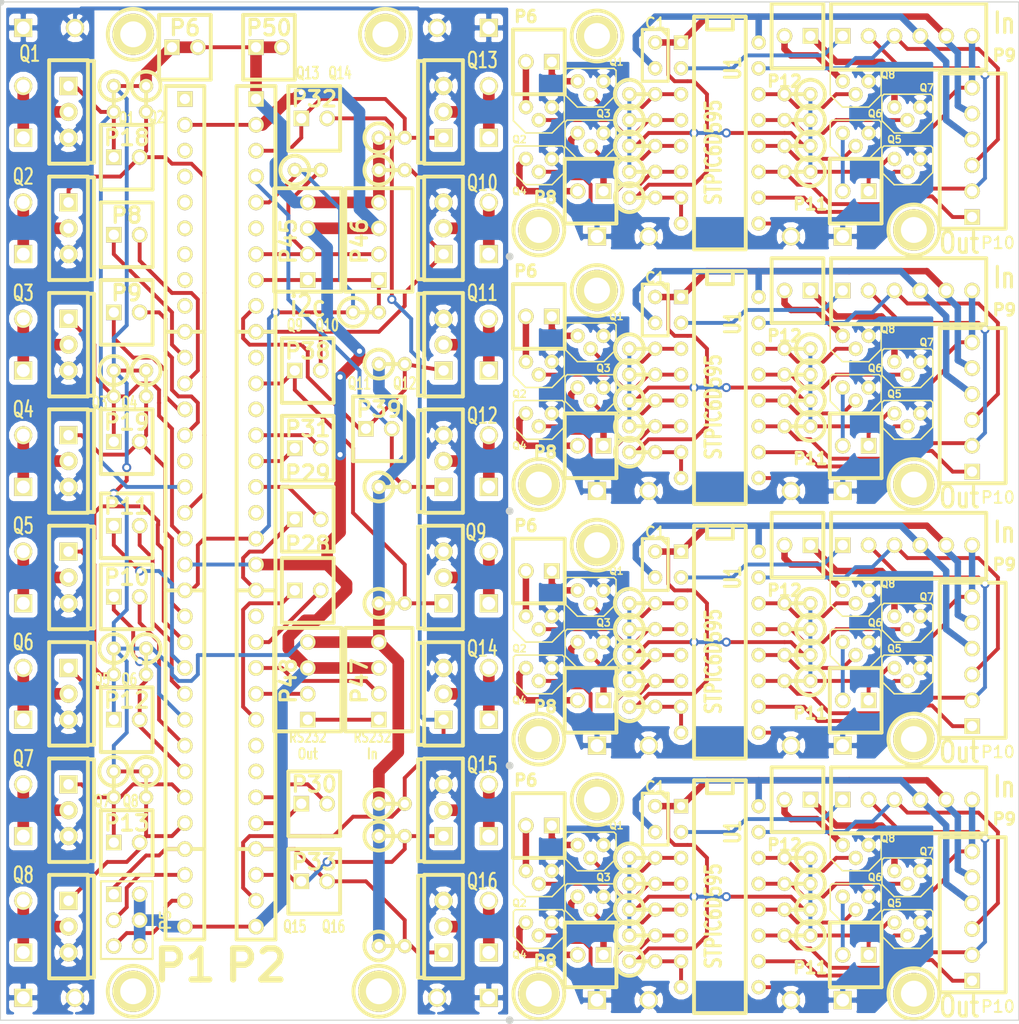
<source format=kicad_pcb>
(kicad_pcb (version 3) (host pcbnew "(2013-07-07 BZR 4022)-stable")
  (title_block (title "Solenoid Driver") (rev -) (company "Open Pinball Project"))
  (layers (15 F.Cu signal) (0 B.Cu signal) (18 B.Paste user) (19 F.Paste user) (20 B.SilkS user) (21 F.SilkS user) (22 B.Mask user) (23 F.Mask user) (28 Edge.Cuts user))
  (net 0 "")
  (net 1 +12V1)
  (net 2 +5V)
  (net 3 +5V1)
  (net 4 +VLED)
  (net 5 AGND)
  (net 6 GND)
  (net 7 N-000001)
  (net 8 N-0000010)
  (net 9 N-0000015)
  (net 10 N-0000016)
  (net 11 N-0000017)
  (net 12 N-0000018)
  (net 13 N-0000019)
  (net 14 N-000002)
  (net 15 N-0000021)
  (net 16 N-0000022)
  (net 17 N-0000023)
  (net 18 N-0000024)
  (net 19 N-0000025)
  (net 20 N-0000026)
  (net 21 N-0000027)
  (net 22 N-0000028)
  (net 23 N-0000029)
  (net 24 N-000003)
  (net 25 N-0000030)
  (net 26 N-0000031)
  (net 27 N-0000032)
  (net 28 N-0000033)
  (net 29 N-0000034)
  (net 30 N-0000035)
  (net 31 N-0000036)
  (net 32 N-0000037)
  (net 33 N-0000038)
  (net 34 N-000004)
  (net 35 N-0000040)
  (net 36 N-0000042)
  (net 37 N-0000043)
  (net 38 N-0000044)
  (net 39 N-0000045)
  (net 40 N-0000046)
  (net 41 N-0000047)
  (net 42 N-0000048)
  (net 43 N-0000049)
  (net 44 N-000005)
  (net 45 N-0000050)
  (net 46 N-0000058)
  (net 47 N-000006)
  (net 48 N-0000060)
  (net 49 N-0000061)
  (net 50 N-0000062)
  (net 51 N-0000063)
  (net 52 N-0000064)
  (net 53 N-0000065)
  (net 54 N-0000066)
  (net 55 N-0000067)
  (net 56 N-0000068)
  (net 57 N-0000069)
  (net 58 N-000007)
  (net 59 N-0000070)
  (net 60 N-0000071)
  (net 61 N-0000072)
  (net 62 N-0000073)
  (net 63 N-0000074)
  (net 64 N-0000075)
  (net 65 N-0000076)
  (net 66 N-0000077)
  (net 67 N-0000078)
  (net 68 N-0000079)
  (net 69 N-0000082)
  (net 70 VDD)
  (module 00_to92_dgs (layer F.Cu) (at 189.065 131.045)
    (fp_text reference Q5 (at -1.27 -2.54) (layer F.SilkS) (effects (font (size 0.7 0.7))))
    (fp_text value MOSFET_N hide)
    (pad D thru_hole circle (at 1.27 -0.635) (size 1.4 1.4) (drill 0.8) (layers *.Cu *.Mask F.SilkS) (net 4 +VLED))
    (pad G thru_hole circle (at 0 0.635) (size 1.4 1.4) (drill 0.8) (layers *.Cu *.Mask F.SilkS) (net 44 N-000005))
    (pad S thru_hole circle (at -1.27 -0.635) (size 1.4 1.4) (drill 0.8) (layers *.Cu *.Mask F.SilkS) (net 58 N-000007))
  )
  (module 00_to92_dgs (layer F.Cu) (at 183.985 128.505)
    (fp_text reference Q6 (at 1.905 -2.54) (layer F.SilkS) (effects (font (size 0.7 0.7))))
    (fp_text value MOSFET_N hide)
    (pad D thru_hole circle (at 1.27 -0.635) (size 1.4 1.4) (drill 0.8) (layers *.Cu *.Mask F.SilkS) (net 4 +VLED))
    (pad G thru_hole circle (at 0 0.635) (size 1.4 1.4) (drill 0.8) (layers *.Cu *.Mask F.SilkS) (net 24 N-000003))
    (pad S thru_hole circle (at -1.27 -0.635) (size 1.4 1.4) (drill 0.8) (layers *.Cu *.Mask F.SilkS) (net 47 N-000006))
  )
  (module 00_to92_dgs (layer F.Cu) (at 189.065 125.965)
    (fp_text reference Q7 (at 1.905 -2.54) (layer F.SilkS) (effects (font (size 0.7 0.7))))
    (fp_text value MOSFET_N hide)
    (pad D thru_hole circle (at 1.27 -0.635) (size 1.4 1.4) (drill 0.8) (layers *.Cu *.Mask F.SilkS) (net 4 +VLED))
    (pad G thru_hole circle (at 0 0.635) (size 1.4 1.4) (drill 0.8) (layers *.Cu *.Mask F.SilkS) (net 34 N-000004))
    (pad S thru_hole circle (at -1.27 -0.635) (size 1.4 1.4) (drill 0.8) (layers *.Cu *.Mask F.SilkS) (net 8 N-0000010))
  )
  (module 00_to92_dgs (layer F.Cu) (at 183.985 123.425)
    (fp_text reference Q8 (at 3.175 -1.27) (layer F.SilkS) (effects (font (size 0.7 0.7))))
    (fp_text value MOSFET_N hide)
    (pad D thru_hole circle (at 1.27 -0.635) (size 1.4 1.4) (drill 0.8) (layers *.Cu *.Mask F.SilkS) (net 4 +VLED))
    (pad G thru_hole circle (at 0 0.635) (size 1.4 1.4) (drill 0.8) (layers *.Cu *.Mask F.SilkS) (net 16 N-0000022))
    (pad S thru_hole circle (at -1.27 -0.635) (size 1.4 1.4) (drill 0.8) (layers *.Cu *.Mask F.SilkS) (net 15 N-0000021))
  )
  (module 00_to92_dgs (layer F.Cu) (at 152.87 131.045)
    (fp_text reference Q4 (at -1.905 2.54) (layer F.SilkS) (effects (font (size 0.7 0.7))))
    (fp_text value MOSFET_N hide)
    (pad D thru_hole circle (at 1.27 -0.635) (size 1.4 1.4) (drill 0.8) (layers *.Cu *.Mask F.SilkS) (net 4 +VLED))
    (pad G thru_hole circle (at 0 0.635) (size 1.4 1.4) (drill 0.8) (layers *.Cu *.Mask F.SilkS) (net 20 N-0000026))
    (pad S thru_hole circle (at -1.27 -0.635) (size 1.4 1.4) (drill 0.8) (layers *.Cu *.Mask F.SilkS) (net 19 N-0000025))
  )
  (module 00_to92_dgs (layer F.Cu) (at 157.95 128.505)
    (fp_text reference Q3 (at 1.27 -2.54) (layer F.SilkS) (effects (font (size 0.7 0.7))))
    (fp_text value MOSFET_N hide)
    (pad D thru_hole circle (at 1.27 -0.635) (size 1.4 1.4) (drill 0.8) (layers *.Cu *.Mask F.SilkS) (net 4 +VLED))
    (pad G thru_hole circle (at 0 0.635) (size 1.4 1.4) (drill 0.8) (layers *.Cu *.Mask F.SilkS) (net 17 N-0000023))
    (pad S thru_hole circle (at -1.27 -0.635) (size 1.4 1.4) (drill 0.8) (layers *.Cu *.Mask F.SilkS) (net 21 N-0000027))
  )
  (module 00_to92_dgs (layer F.Cu) (at 152.87 125.965)
    (fp_text reference Q2 (at -1.905 2.54) (layer F.SilkS) (effects (font (size 0.7 0.7))))
    (fp_text value MOSFET_N hide)
    (pad D thru_hole circle (at 1.27 -0.635) (size 1.4 1.4) (drill 0.8) (layers *.Cu *.Mask F.SilkS) (net 4 +VLED))
    (pad G thru_hole circle (at 0 0.635) (size 1.4 1.4) (drill 0.8) (layers *.Cu *.Mask F.SilkS) (net 22 N-0000028))
    (pad S thru_hole circle (at -1.27 -0.635) (size 1.4 1.4) (drill 0.8) (layers *.Cu *.Mask F.SilkS) (net 23 N-0000029))
  )
  (module 00_to92_dgs (layer F.Cu) (at 157.95 123.425)
    (fp_text reference Q1 (at 2.54 -2.54) (layer F.SilkS) (effects (font (size 0.7 0.7))))
    (fp_text value MOSFET_N hide)
    (pad D thru_hole circle (at 1.27 -0.635) (size 1.4 1.4) (drill 0.8) (layers *.Cu *.Mask F.SilkS) (net 4 +VLED))
    (pad G thru_hole circle (at 0 0.635) (size 1.4 1.4) (drill 0.8) (layers *.Cu *.Mask F.SilkS) (net 11 N-0000017))
    (pad S thru_hole circle (at -1.27 -0.635) (size 1.4 1.4) (drill 0.8) (layers *.Cu *.Mask F.SilkS) (net 12 N-0000018))
  )
  (module 00_mtg_hole-2-56 (layer F.Cu) (at 152.87 137.395)
    (fp_text reference P3 hide)
    (fp_text value TST hide)
    (pad 1 thru_hole circle (at 0 0) (size 4.064 4.064) (drill 2.54) (layers *.Cu *.Mask F.SilkS))
  )
  (module 00_mtg_hole-2-56 (layer F.Cu) (at 189.7 137.395)
    (fp_text reference P2 hide)
    (fp_text value TST hide)
    (pad 1 thru_hole circle (at 0 0) (size 4.064 4.064) (drill 2.54) (layers *.Cu *.Mask F.SilkS))
  )
  (module 00_mtg_hole-2-56 (layer F.Cu) (at 158.585 118.345)
    (fp_text reference P1 hide)
    (fp_text value TST hide)
    (pad 1 thru_hole circle (at 0 0) (size 4.064 4.064) (drill 2.54) (layers *.Cu *.Mask F.SilkS))
  )
  (module 00_th1x2x100-lock (layer F.Cu) (at 183.985 133.585 180)
    (fp_text reference P11 (at 4.445 -1.27 180) (layer F.SilkS) (effects (font (size 1.143 1.143) (thickness 0.28575))))
    (fp_text value CONN_2 hide)
    (pad 1 thru_hole rect (at -1.27 0 180) (size 1.524 1.524) (drill 1.00076) (layers *.Cu *.Mask F.SilkS) (net 58 N-000007))
    (pad 2 thru_hole circle (at 1.27 0 180) (size 1.524 1.524) (drill 1.00076) (layers *.Cu *.Mask F.SilkS) (net 47 N-000006))
  )
  (module 00_th1x2x100-lock (layer F.Cu) (at 152.87 120.885 180)
    (fp_text reference P6 (at 1.27 4.445 180) (layer F.SilkS) (effects (font (size 1.143 1.143) (thickness 0.28575))))
    (fp_text value CONN_2 hide)
    (pad 1 thru_hole rect (at -1.27 0 180) (size 1.524 1.524) (drill 1.00076) (layers *.Cu *.Mask F.SilkS) (net 12 N-0000018))
    (pad 2 thru_hole circle (at 1.27 0 180) (size 1.524 1.524) (drill 1.00076) (layers *.Cu *.Mask F.SilkS) (net 23 N-0000029))
  )
  (module 00_th1x2x100-lock (layer F.Cu) (at 178.27 118.345 180)
    (fp_text reference P12 (at 1.27 -4.445 180) (layer F.SilkS) (effects (font (size 1.143 1.143) (thickness 0.28575))))
    (fp_text value CONN_2 hide)
    (pad 1 thru_hole rect (at -1.27 0 180) (size 1.524 1.524) (drill 1.00076) (layers *.Cu *.Mask F.SilkS) (net 8 N-0000010))
    (pad 2 thru_hole circle (at 1.27 0 180) (size 1.524 1.524) (drill 1.00076) (layers *.Cu *.Mask F.SilkS) (net 15 N-0000021))
  )
  (module 00_th1x2x100-lock (layer F.Cu) (at 157.95 133.585 180)
    (fp_text reference P8 (at 4.445 -0.635 180) (layer F.SilkS) (effects (font (size 1.143 1.143) (thickness 0.28575))))
    (fp_text value CONN_2 hide)
    (pad 1 thru_hole rect (at -1.27 0 180) (size 1.524 1.524) (drill 1.00076) (layers *.Cu *.Mask F.SilkS) (net 21 N-0000027))
    (pad 2 thru_hole circle (at 1.27 0 180) (size 1.524 1.524) (drill 1.00076) (layers *.Cu *.Mask F.SilkS) (net 19 N-0000025))
  )
  (module 00_th1x2x200 (layer F.Cu) (at 161.125 138.03)
    (fp_text reference P5 hide)
    (fp_text value SPADE_187 hide)
    (pad 1 thru_hole rect (at -2.54 0) (size 1.778 1.778) (drill 1.27) (layers *.Cu *.Mask F.SilkS) (net 4 +VLED))
    (pad 2 thru_hole circle (at 2.54 0) (size 1.778 1.778) (drill 1.27) (layers *.Cu *.Mask F.SilkS) (net 4 +VLED))
  )
  (module 00_th1x2x200 (layer F.Cu) (at 180.175 138.03 180)
    (fp_text reference P7 hide)
    (fp_text value SPADE_187 hide)
    (pad 1 thru_hole rect (at -2.54 0 180) (size 1.778 1.778) (drill 1.27) (layers *.Cu *.Mask F.SilkS) (net 4 +VLED))
    (pad 2 thru_hole circle (at 2.54 0 180) (size 1.778 1.778) (drill 1.27) (layers *.Cu *.Mask F.SilkS) (net 4 +VLED))
  )
  (module 00_th1x6x100-lock (layer F.Cu) (at 195.415 129.775 90)
    (fp_text reference P10 (at -8.89 2.54 180) (layer F.SilkS) (effects (font (size 1.143 1.143) (thickness 0.1905))))
    (fp_text value CONN_6 hide)
    (pad 1 thru_hole rect (at -6.35 0 90) (size 1.524 1.524) (drill 1.00076) (layers *.Cu *.Mask F.SilkS) (net 7 N-000001))
    (pad 2 thru_hole circle (at -3.81 0 90) (size 1.524 1.524) (drill 1.00076) (layers *.Cu *.Mask F.SilkS) (net 14 N-000002))
    (pad 3 thru_hole circle (at -1.27 0 90) (size 1.524 1.524) (drill 1.00076) (layers *.Cu *.Mask F.SilkS) (net 10 N-0000016))
    (pad 4 thru_hole circle (at 1.27 0 90) (size 1.524 1.524) (drill 1.00076) (layers *.Cu *.Mask F.SilkS) (net 6 GND))
    (pad 5 thru_hole circle (at 3.81 0 90) (size 1.524 1.524) (drill 1.00076) (layers *.Cu *.Mask F.SilkS) (net 3 +5V1))
    (pad 6 thru_hole circle (at 6.35 0 90) (size 1.524 1.524) (drill 1.00076) (layers *.Cu *.Mask F.SilkS) (net 1 +12V1))
  )
  (module 00_th1x6x100-lock (layer F.Cu) (at 189.065 118.345)
    (fp_text reference P9 (at 9.525 1.905) (layer F.SilkS) (effects (font (size 1.143 1.143) (thickness 0.28575))))
    (fp_text value CONN_6 hide)
    (pad 1 thru_hole rect (at -6.35 0) (size 1.524 1.524) (drill 1.00076) (layers *.Cu *.Mask F.SilkS) (net 9 N-0000015))
    (pad 2 thru_hole circle (at -3.81 0) (size 1.524 1.524) (drill 1.00076) (layers *.Cu *.Mask F.SilkS) (net 14 N-000002))
    (pad 3 thru_hole circle (at -1.27 0) (size 1.524 1.524) (drill 1.00076) (layers *.Cu *.Mask F.SilkS) (net 10 N-0000016))
    (pad 4 thru_hole circle (at 1.27 0) (size 1.524 1.524) (drill 1.00076) (layers *.Cu *.Mask F.SilkS) (net 6 GND))
    (pad 5 thru_hole circle (at 3.81 0) (size 1.524 1.524) (drill 1.00076) (layers *.Cu *.Mask F.SilkS) (net 3 +5V1))
    (pad 6 thru_hole circle (at 6.35 0) (size 1.524 1.524) (drill 1.00076) (layers *.Cu *.Mask F.SilkS) (net 1 +12V1))
  )
  (module C1 (layer F.Cu) (at 164.3 120.25 270)
    (fp_text reference C1 (at -3.175 0 360) (layer F.SilkS) (effects (font (size 1.016 1.016) (thickness 0.2032))))
    (fp_text value C hide)
    (pad 1 thru_hole circle (at -1.27 0 270) (size 1.397 1.397) (drill 0.8128) (layers *.Cu *.Mask F.SilkS) (net 3 +5V1))
    (pad 2 thru_hole circle (at 1.27 0 270) (size 1.397 1.397) (drill 0.8128) (layers *.Cu *.Mask F.SilkS) (net 6 GND))
  )
  (module DIP-16__300 (layer F.Cu) (at 170.65 127.87 270)
    (fp_text reference U1 (at -6.35 -1.27 270) (layer F.SilkS) (effects (font (size 1.524 1.143) (thickness 0.3048))))
    (fp_text value STPIC6D595 (at 1.905 0.635 270) (layer F.SilkS) (effects (font (size 1.524 1.143) (thickness 0.3048))))
    (pad 1 thru_hole rect (at -8.89 3.81 270) (size 1.397 1.397) (drill 0.8128) (layers *.Cu *.Mask F.SilkS) (net 3 +5V1))
    (pad 2 thru_hole circle (at -6.35 3.81 270) (size 1.397 1.397) (drill 0.8128) (layers *.Cu *.Mask F.SilkS) (net 9 N-0000015))
    (pad 3 thru_hole circle (at -3.81 3.81 270) (size 1.397 1.397) (drill 0.8128) (layers *.Cu *.Mask F.SilkS) (net 11 N-0000017))
    (pad 4 thru_hole circle (at -1.27 3.81 270) (size 1.397 1.397) (drill 0.8128) (layers *.Cu *.Mask F.SilkS) (net 22 N-0000028))
    (pad 5 thru_hole circle (at 1.27 3.81 270) (size 1.397 1.397) (drill 0.8128) (layers *.Cu *.Mask F.SilkS) (net 17 N-0000023))
    (pad 6 thru_hole circle (at 3.81 3.81 270) (size 1.397 1.397) (drill 0.8128) (layers *.Cu *.Mask F.SilkS) (net 20 N-0000026))
    (pad 7 thru_hole circle (at 6.35 3.81 270) (size 1.397 1.397) (drill 0.8128) (layers *.Cu *.Mask F.SilkS) (net 13 N-0000019))
    (pad 8 thru_hole circle (at 8.89 3.81 270) (size 1.397 1.397) (drill 0.8128) (layers *.Cu *.Mask F.SilkS) (net 13 N-0000019))
    (pad 9 thru_hole circle (at 8.89 -3.81 270) (size 1.397 1.397) (drill 0.8128) (layers *.Cu *.Mask F.SilkS) (net 7 N-000001))
    (pad 10 thru_hole circle (at 6.35 -3.81 270) (size 1.397 1.397) (drill 0.8128) (layers *.Cu *.Mask F.SilkS) (net 14 N-000002))
    (pad 11 thru_hole circle (at 3.81 -3.81 270) (size 1.397 1.397) (drill 0.8128) (layers *.Cu *.Mask F.SilkS) (net 44 N-000005))
    (pad 12 thru_hole circle (at 1.27 -3.81 270) (size 1.397 1.397) (drill 0.8128) (layers *.Cu *.Mask F.SilkS) (net 24 N-000003))
    (pad 13 thru_hole circle (at -1.27 -3.81 270) (size 1.397 1.397) (drill 0.8128) (layers *.Cu *.Mask F.SilkS) (net 34 N-000004))
    (pad 14 thru_hole circle (at -3.81 -3.81 270) (size 1.397 1.397) (drill 0.8128) (layers *.Cu *.Mask F.SilkS) (net 16 N-0000022))
    (pad 15 thru_hole circle (at -6.35 -3.81 270) (size 1.397 1.397) (drill 0.8128) (layers *.Cu *.Mask F.SilkS) (net 10 N-0000016))
    (pad 16 thru_hole circle (at -8.89 -3.81 270) (size 1.397 1.397) (drill 0.8128) (layers *.Cu *.Mask F.SilkS) (net 6 GND))
  )
  (module R1 (layer F.Cu) (at 178.27 124.06 180)
    (fp_text reference R9 hide)
    (fp_text value 10K hide)
    (pad 1 thru_hole circle (at -1.27 0 180) (size 1.397 1.397) (drill 0.8128) (layers *.Cu *.Mask F.SilkS) (net 1 +12V1))
    (pad 2 thru_hole circle (at 1.27 0 180) (size 1.397 1.397) (drill 0.8128) (layers *.Cu *.Mask F.SilkS) (net 16 N-0000022))
  )
  (module R1 (layer F.Cu) (at 163.03 131.68)
    (fp_text reference R4 hide)
    (fp_text value 10K hide)
    (pad 1 thru_hole circle (at -1.27 0) (size 1.397 1.397) (drill 0.8128) (layers *.Cu *.Mask F.SilkS) (net 1 +12V1))
    (pad 2 thru_hole circle (at 1.27 0) (size 1.397 1.397) (drill 0.8128) (layers *.Cu *.Mask F.SilkS) (net 20 N-0000026))
  )
  (module R1 (layer F.Cu) (at 163.03 129.14)
    (fp_text reference R3 hide)
    (fp_text value 10K hide)
    (pad 1 thru_hole circle (at -1.27 0) (size 1.397 1.397) (drill 0.8128) (layers *.Cu *.Mask F.SilkS) (net 1 +12V1))
    (pad 2 thru_hole circle (at 1.27 0) (size 1.397 1.397) (drill 0.8128) (layers *.Cu *.Mask F.SilkS) (net 17 N-0000023))
  )
  (module R1 (layer F.Cu) (at 163.03 126.6)
    (fp_text reference R2 hide)
    (fp_text value 10K hide)
    (pad 1 thru_hole circle (at -1.27 0) (size 1.397 1.397) (drill 0.8128) (layers *.Cu *.Mask F.SilkS) (net 1 +12V1))
    (pad 2 thru_hole circle (at 1.27 0) (size 1.397 1.397) (drill 0.8128) (layers *.Cu *.Mask F.SilkS) (net 22 N-0000028))
  )
  (module R1 (layer F.Cu) (at 178.27 126.6 180)
    (fp_text reference R8 hide)
    (fp_text value 10K hide)
    (pad 1 thru_hole circle (at -1.27 0 180) (size 1.397 1.397) (drill 0.8128) (layers *.Cu *.Mask F.SilkS) (net 1 +12V1))
    (pad 2 thru_hole circle (at 1.27 0 180) (size 1.397 1.397) (drill 0.8128) (layers *.Cu *.Mask F.SilkS) (net 34 N-000004))
  )
  (module R1 (layer F.Cu) (at 163.03 124.06)
    (fp_text reference R1 hide)
    (fp_text value 10K hide)
    (pad 1 thru_hole circle (at -1.27 0) (size 1.397 1.397) (drill 0.8128) (layers *.Cu *.Mask F.SilkS) (net 1 +12V1))
    (pad 2 thru_hole circle (at 1.27 0) (size 1.397 1.397) (drill 0.8128) (layers *.Cu *.Mask F.SilkS) (net 11 N-0000017))
  )
  (module R1 (layer F.Cu) (at 178.27 129.14 180)
    (fp_text reference R7 hide)
    (fp_text value 10K hide)
    (pad 1 thru_hole circle (at -1.27 0 180) (size 1.397 1.397) (drill 0.8128) (layers *.Cu *.Mask F.SilkS) (net 1 +12V1))
    (pad 2 thru_hole circle (at 1.27 0 180) (size 1.397 1.397) (drill 0.8128) (layers *.Cu *.Mask F.SilkS) (net 24 N-000003))
  )
  (module R1 (layer F.Cu) (at 178.27 131.68 180)
    (fp_text reference R6 hide)
    (fp_text value 10K hide)
    (pad 1 thru_hole circle (at -1.27 0 180) (size 1.397 1.397) (drill 0.8128) (layers *.Cu *.Mask F.SilkS) (net 1 +12V1))
    (pad 2 thru_hole circle (at 1.27 0 180) (size 1.397 1.397) (drill 0.8128) (layers *.Cu *.Mask F.SilkS) (net 44 N-000005))
  )
  (module R1 (layer F.Cu) (at 163.03 134.22)
    (fp_text reference R5 hide)
    (fp_text value 10K hide)
    (pad 1 thru_hole circle (at -1.27 0) (size 1.397 1.397) (drill 0.8128) (layers *.Cu *.Mask F.SilkS) (net 3 +5V1))
    (pad 2 thru_hole circle (at 1.27 0) (size 1.397 1.397) (drill 0.8128) (layers *.Cu *.Mask F.SilkS) (net 13 N-0000019))
  )
  (module R1 (layer F.Cu) (at 163.03 109.22)
    (fp_text reference R5 hide)
    (fp_text value 10K hide)
    (pad 1 thru_hole circle (at -1.27 0) (size 1.397 1.397) (drill 0.8128) (layers *.Cu *.Mask F.SilkS) (net 3 +5V1))
    (pad 2 thru_hole circle (at 1.27 0) (size 1.397 1.397) (drill 0.8128) (layers *.Cu *.Mask F.SilkS) (net 13 N-0000019))
  )
  (module R1 (layer F.Cu) (at 178.27 106.68 180)
    (fp_text reference R6 hide)
    (fp_text value 10K hide)
    (pad 1 thru_hole circle (at -1.27 0 180) (size 1.397 1.397) (drill 0.8128) (layers *.Cu *.Mask F.SilkS) (net 1 +12V1))
    (pad 2 thru_hole circle (at 1.27 0 180) (size 1.397 1.397) (drill 0.8128) (layers *.Cu *.Mask F.SilkS) (net 44 N-000005))
  )
  (module R1 (layer F.Cu) (at 178.27 104.14 180)
    (fp_text reference R7 hide)
    (fp_text value 10K hide)
    (pad 1 thru_hole circle (at -1.27 0 180) (size 1.397 1.397) (drill 0.8128) (layers *.Cu *.Mask F.SilkS) (net 1 +12V1))
    (pad 2 thru_hole circle (at 1.27 0 180) (size 1.397 1.397) (drill 0.8128) (layers *.Cu *.Mask F.SilkS) (net 24 N-000003))
  )
  (module R1 (layer F.Cu) (at 163.03 99.06)
    (fp_text reference R1 hide)
    (fp_text value 10K hide)
    (pad 1 thru_hole circle (at -1.27 0) (size 1.397 1.397) (drill 0.8128) (layers *.Cu *.Mask F.SilkS) (net 1 +12V1))
    (pad 2 thru_hole circle (at 1.27 0) (size 1.397 1.397) (drill 0.8128) (layers *.Cu *.Mask F.SilkS) (net 11 N-0000017))
  )
  (module R1 (layer F.Cu) (at 178.27 101.6 180)
    (fp_text reference R8 hide)
    (fp_text value 10K hide)
    (pad 1 thru_hole circle (at -1.27 0 180) (size 1.397 1.397) (drill 0.8128) (layers *.Cu *.Mask F.SilkS) (net 1 +12V1))
    (pad 2 thru_hole circle (at 1.27 0 180) (size 1.397 1.397) (drill 0.8128) (layers *.Cu *.Mask F.SilkS) (net 34 N-000004))
  )
  (module R1 (layer F.Cu) (at 163.03 101.6)
    (fp_text reference R2 hide)
    (fp_text value 10K hide)
    (pad 1 thru_hole circle (at -1.27 0) (size 1.397 1.397) (drill 0.8128) (layers *.Cu *.Mask F.SilkS) (net 1 +12V1))
    (pad 2 thru_hole circle (at 1.27 0) (size 1.397 1.397) (drill 0.8128) (layers *.Cu *.Mask F.SilkS) (net 22 N-0000028))
  )
  (module R1 (layer F.Cu) (at 163.03 104.14)
    (fp_text reference R3 hide)
    (fp_text value 10K hide)
    (pad 1 thru_hole circle (at -1.27 0) (size 1.397 1.397) (drill 0.8128) (layers *.Cu *.Mask F.SilkS) (net 1 +12V1))
    (pad 2 thru_hole circle (at 1.27 0) (size 1.397 1.397) (drill 0.8128) (layers *.Cu *.Mask F.SilkS) (net 17 N-0000023))
  )
  (module R1 (layer F.Cu) (at 163.03 106.68)
    (fp_text reference R4 hide)
    (fp_text value 10K hide)
    (pad 1 thru_hole circle (at -1.27 0) (size 1.397 1.397) (drill 0.8128) (layers *.Cu *.Mask F.SilkS) (net 1 +12V1))
    (pad 2 thru_hole circle (at 1.27 0) (size 1.397 1.397) (drill 0.8128) (layers *.Cu *.Mask F.SilkS) (net 20 N-0000026))
  )
  (module R1 (layer F.Cu) (at 178.27 99.06 180)
    (fp_text reference R9 hide)
    (fp_text value 10K hide)
    (pad 1 thru_hole circle (at -1.27 0 180) (size 1.397 1.397) (drill 0.8128) (layers *.Cu *.Mask F.SilkS) (net 1 +12V1))
    (pad 2 thru_hole circle (at 1.27 0 180) (size 1.397 1.397) (drill 0.8128) (layers *.Cu *.Mask F.SilkS) (net 16 N-0000022))
  )
  (module DIP-16__300 (layer F.Cu) (at 170.65 102.87 270)
    (fp_text reference U1 (at -6.35 -1.27 270) (layer F.SilkS) (effects (font (size 1.524 1.143) (thickness 0.3048))))
    (fp_text value STPIC6D595 (at 1.905 0.635 270) (layer F.SilkS) (effects (font (size 1.524 1.143) (thickness 0.3048))))
    (pad 1 thru_hole rect (at -8.89 3.81 270) (size 1.397 1.397) (drill 0.8128) (layers *.Cu *.Mask F.SilkS) (net 3 +5V1))
    (pad 2 thru_hole circle (at -6.35 3.81 270) (size 1.397 1.397) (drill 0.8128) (layers *.Cu *.Mask F.SilkS) (net 9 N-0000015))
    (pad 3 thru_hole circle (at -3.81 3.81 270) (size 1.397 1.397) (drill 0.8128) (layers *.Cu *.Mask F.SilkS) (net 11 N-0000017))
    (pad 4 thru_hole circle (at -1.27 3.81 270) (size 1.397 1.397) (drill 0.8128) (layers *.Cu *.Mask F.SilkS) (net 22 N-0000028))
    (pad 5 thru_hole circle (at 1.27 3.81 270) (size 1.397 1.397) (drill 0.8128) (layers *.Cu *.Mask F.SilkS) (net 17 N-0000023))
    (pad 6 thru_hole circle (at 3.81 3.81 270) (size 1.397 1.397) (drill 0.8128) (layers *.Cu *.Mask F.SilkS) (net 20 N-0000026))
    (pad 7 thru_hole circle (at 6.35 3.81 270) (size 1.397 1.397) (drill 0.8128) (layers *.Cu *.Mask F.SilkS) (net 13 N-0000019))
    (pad 8 thru_hole circle (at 8.89 3.81 270) (size 1.397 1.397) (drill 0.8128) (layers *.Cu *.Mask F.SilkS) (net 13 N-0000019))
    (pad 9 thru_hole circle (at 8.89 -3.81 270) (size 1.397 1.397) (drill 0.8128) (layers *.Cu *.Mask F.SilkS) (net 7 N-000001))
    (pad 10 thru_hole circle (at 6.35 -3.81 270) (size 1.397 1.397) (drill 0.8128) (layers *.Cu *.Mask F.SilkS) (net 14 N-000002))
    (pad 11 thru_hole circle (at 3.81 -3.81 270) (size 1.397 1.397) (drill 0.8128) (layers *.Cu *.Mask F.SilkS) (net 44 N-000005))
    (pad 12 thru_hole circle (at 1.27 -3.81 270) (size 1.397 1.397) (drill 0.8128) (layers *.Cu *.Mask F.SilkS) (net 24 N-000003))
    (pad 13 thru_hole circle (at -1.27 -3.81 270) (size 1.397 1.397) (drill 0.8128) (layers *.Cu *.Mask F.SilkS) (net 34 N-000004))
    (pad 14 thru_hole circle (at -3.81 -3.81 270) (size 1.397 1.397) (drill 0.8128) (layers *.Cu *.Mask F.SilkS) (net 16 N-0000022))
    (pad 15 thru_hole circle (at -6.35 -3.81 270) (size 1.397 1.397) (drill 0.8128) (layers *.Cu *.Mask F.SilkS) (net 10 N-0000016))
    (pad 16 thru_hole circle (at -8.89 -3.81 270) (size 1.397 1.397) (drill 0.8128) (layers *.Cu *.Mask F.SilkS) (net 6 GND))
  )
  (module C1 (layer F.Cu) (at 164.3 95.25 270)
    (fp_text reference C1 (at -3.175 0 360) (layer F.SilkS) (effects (font (size 1.016 1.016) (thickness 0.2032))))
    (fp_text value C hide)
    (pad 1 thru_hole circle (at -1.27 0 270) (size 1.397 1.397) (drill 0.8128) (layers *.Cu *.Mask F.SilkS) (net 3 +5V1))
    (pad 2 thru_hole circle (at 1.27 0 270) (size 1.397 1.397) (drill 0.8128) (layers *.Cu *.Mask F.SilkS) (net 6 GND))
  )
  (module 00_th1x6x100-lock (layer F.Cu) (at 189.065 93.345)
    (fp_text reference P9 (at 9.525 1.905) (layer F.SilkS) (effects (font (size 1.143 1.143) (thickness 0.28575))))
    (fp_text value CONN_6 hide)
    (pad 1 thru_hole rect (at -6.35 0) (size 1.524 1.524) (drill 1.00076) (layers *.Cu *.Mask F.SilkS) (net 9 N-0000015))
    (pad 2 thru_hole circle (at -3.81 0) (size 1.524 1.524) (drill 1.00076) (layers *.Cu *.Mask F.SilkS) (net 14 N-000002))
    (pad 3 thru_hole circle (at -1.27 0) (size 1.524 1.524) (drill 1.00076) (layers *.Cu *.Mask F.SilkS) (net 10 N-0000016))
    (pad 4 thru_hole circle (at 1.27 0) (size 1.524 1.524) (drill 1.00076) (layers *.Cu *.Mask F.SilkS) (net 6 GND))
    (pad 5 thru_hole circle (at 3.81 0) (size 1.524 1.524) (drill 1.00076) (layers *.Cu *.Mask F.SilkS) (net 3 +5V1))
    (pad 6 thru_hole circle (at 6.35 0) (size 1.524 1.524) (drill 1.00076) (layers *.Cu *.Mask F.SilkS) (net 1 +12V1))
  )
  (module 00_th1x6x100-lock (layer F.Cu) (at 195.415 104.775 90)
    (fp_text reference P10 (at -8.89 2.54 180) (layer F.SilkS) (effects (font (size 1.143 1.143) (thickness 0.1905))))
    (fp_text value CONN_6 hide)
    (pad 1 thru_hole rect (at -6.35 0 90) (size 1.524 1.524) (drill 1.00076) (layers *.Cu *.Mask F.SilkS) (net 7 N-000001))
    (pad 2 thru_hole circle (at -3.81 0 90) (size 1.524 1.524) (drill 1.00076) (layers *.Cu *.Mask F.SilkS) (net 14 N-000002))
    (pad 3 thru_hole circle (at -1.27 0 90) (size 1.524 1.524) (drill 1.00076) (layers *.Cu *.Mask F.SilkS) (net 10 N-0000016))
    (pad 4 thru_hole circle (at 1.27 0 90) (size 1.524 1.524) (drill 1.00076) (layers *.Cu *.Mask F.SilkS) (net 6 GND))
    (pad 5 thru_hole circle (at 3.81 0 90) (size 1.524 1.524) (drill 1.00076) (layers *.Cu *.Mask F.SilkS) (net 3 +5V1))
    (pad 6 thru_hole circle (at 6.35 0 90) (size 1.524 1.524) (drill 1.00076) (layers *.Cu *.Mask F.SilkS) (net 1 +12V1))
  )
  (module 00_th1x2x200 (layer F.Cu) (at 180.175 113.03 180)
    (fp_text reference P7 hide)
    (fp_text value SPADE_187 hide)
    (pad 1 thru_hole rect (at -2.54 0 180) (size 1.778 1.778) (drill 1.27) (layers *.Cu *.Mask F.SilkS) (net 4 +VLED))
    (pad 2 thru_hole circle (at 2.54 0 180) (size 1.778 1.778) (drill 1.27) (layers *.Cu *.Mask F.SilkS) (net 4 +VLED))
  )
  (module 00_th1x2x200 (layer F.Cu) (at 161.125 113.03)
    (fp_text reference P5 hide)
    (fp_text value SPADE_187 hide)
    (pad 1 thru_hole rect (at -2.54 0) (size 1.778 1.778) (drill 1.27) (layers *.Cu *.Mask F.SilkS) (net 4 +VLED))
    (pad 2 thru_hole circle (at 2.54 0) (size 1.778 1.778) (drill 1.27) (layers *.Cu *.Mask F.SilkS) (net 4 +VLED))
  )
  (module 00_th1x2x100-lock (layer F.Cu) (at 157.95 108.585 180)
    (fp_text reference P8 (at 4.445 -0.635 180) (layer F.SilkS) (effects (font (size 1.143 1.143) (thickness 0.28575))))
    (fp_text value CONN_2 hide)
    (pad 1 thru_hole rect (at -1.27 0 180) (size 1.524 1.524) (drill 1.00076) (layers *.Cu *.Mask F.SilkS) (net 21 N-0000027))
    (pad 2 thru_hole circle (at 1.27 0 180) (size 1.524 1.524) (drill 1.00076) (layers *.Cu *.Mask F.SilkS) (net 19 N-0000025))
  )
  (module 00_th1x2x100-lock (layer F.Cu) (at 178.27 93.345 180)
    (fp_text reference P12 (at 1.27 -4.445 180) (layer F.SilkS) (effects (font (size 1.143 1.143) (thickness 0.28575))))
    (fp_text value CONN_2 hide)
    (pad 1 thru_hole rect (at -1.27 0 180) (size 1.524 1.524) (drill 1.00076) (layers *.Cu *.Mask F.SilkS) (net 8 N-0000010))
    (pad 2 thru_hole circle (at 1.27 0 180) (size 1.524 1.524) (drill 1.00076) (layers *.Cu *.Mask F.SilkS) (net 15 N-0000021))
  )
  (module 00_th1x2x100-lock (layer F.Cu) (at 152.87 95.885 180)
    (fp_text reference P6 (at 1.27 4.445 180) (layer F.SilkS) (effects (font (size 1.143 1.143) (thickness 0.28575))))
    (fp_text value CONN_2 hide)
    (pad 1 thru_hole rect (at -1.27 0 180) (size 1.524 1.524) (drill 1.00076) (layers *.Cu *.Mask F.SilkS) (net 12 N-0000018))
    (pad 2 thru_hole circle (at 1.27 0 180) (size 1.524 1.524) (drill 1.00076) (layers *.Cu *.Mask F.SilkS) (net 23 N-0000029))
  )
  (module 00_th1x2x100-lock (layer F.Cu) (at 183.985 108.585 180)
    (fp_text reference P11 (at 4.445 -1.27 180) (layer F.SilkS) (effects (font (size 1.143 1.143) (thickness 0.28575))))
    (fp_text value CONN_2 hide)
    (pad 1 thru_hole rect (at -1.27 0 180) (size 1.524 1.524) (drill 1.00076) (layers *.Cu *.Mask F.SilkS) (net 58 N-000007))
    (pad 2 thru_hole circle (at 1.27 0 180) (size 1.524 1.524) (drill 1.00076) (layers *.Cu *.Mask F.SilkS) (net 47 N-000006))
  )
  (module 00_mtg_hole-2-56 (layer F.Cu) (at 158.585 93.345)
    (fp_text reference P1 hide)
    (fp_text value TST hide)
    (pad 1 thru_hole circle (at 0 0) (size 4.064 4.064) (drill 2.54) (layers *.Cu *.Mask F.SilkS))
  )
  (module 00_mtg_hole-2-56 (layer F.Cu) (at 189.7 112.395)
    (fp_text reference P2 hide)
    (fp_text value TST hide)
    (pad 1 thru_hole circle (at 0 0) (size 4.064 4.064) (drill 2.54) (layers *.Cu *.Mask F.SilkS))
  )
  (module 00_mtg_hole-2-56 (layer F.Cu) (at 152.87 112.395)
    (fp_text reference P3 hide)
    (fp_text value TST hide)
    (pad 1 thru_hole circle (at 0 0) (size 4.064 4.064) (drill 2.54) (layers *.Cu *.Mask F.SilkS))
  )
  (module 00_to92_dgs (layer F.Cu) (at 157.95 98.425)
    (fp_text reference Q1 (at 2.54 -2.54) (layer F.SilkS) (effects (font (size 0.7 0.7))))
    (fp_text value MOSFET_N hide)
    (pad D thru_hole circle (at 1.27 -0.635) (size 1.4 1.4) (drill 0.8) (layers *.Cu *.Mask F.SilkS) (net 4 +VLED))
    (pad G thru_hole circle (at 0 0.635) (size 1.4 1.4) (drill 0.8) (layers *.Cu *.Mask F.SilkS) (net 11 N-0000017))
    (pad S thru_hole circle (at -1.27 -0.635) (size 1.4 1.4) (drill 0.8) (layers *.Cu *.Mask F.SilkS) (net 12 N-0000018))
  )
  (module 00_to92_dgs (layer F.Cu) (at 152.87 100.965)
    (fp_text reference Q2 (at -1.905 2.54) (layer F.SilkS) (effects (font (size 0.7 0.7))))
    (fp_text value MOSFET_N hide)
    (pad D thru_hole circle (at 1.27 -0.635) (size 1.4 1.4) (drill 0.8) (layers *.Cu *.Mask F.SilkS) (net 4 +VLED))
    (pad G thru_hole circle (at 0 0.635) (size 1.4 1.4) (drill 0.8) (layers *.Cu *.Mask F.SilkS) (net 22 N-0000028))
    (pad S thru_hole circle (at -1.27 -0.635) (size 1.4 1.4) (drill 0.8) (layers *.Cu *.Mask F.SilkS) (net 23 N-0000029))
  )
  (module 00_to92_dgs (layer F.Cu) (at 157.95 103.505)
    (fp_text reference Q3 (at 1.27 -2.54) (layer F.SilkS) (effects (font (size 0.7 0.7))))
    (fp_text value MOSFET_N hide)
    (pad D thru_hole circle (at 1.27 -0.635) (size 1.4 1.4) (drill 0.8) (layers *.Cu *.Mask F.SilkS) (net 4 +VLED))
    (pad G thru_hole circle (at 0 0.635) (size 1.4 1.4) (drill 0.8) (layers *.Cu *.Mask F.SilkS) (net 17 N-0000023))
    (pad S thru_hole circle (at -1.27 -0.635) (size 1.4 1.4) (drill 0.8) (layers *.Cu *.Mask F.SilkS) (net 21 N-0000027))
  )
  (module 00_to92_dgs (layer F.Cu) (at 152.87 106.045)
    (fp_text reference Q4 (at -1.905 2.54) (layer F.SilkS) (effects (font (size 0.7 0.7))))
    (fp_text value MOSFET_N hide)
    (pad D thru_hole circle (at 1.27 -0.635) (size 1.4 1.4) (drill 0.8) (layers *.Cu *.Mask F.SilkS) (net 4 +VLED))
    (pad G thru_hole circle (at 0 0.635) (size 1.4 1.4) (drill 0.8) (layers *.Cu *.Mask F.SilkS) (net 20 N-0000026))
    (pad S thru_hole circle (at -1.27 -0.635) (size 1.4 1.4) (drill 0.8) (layers *.Cu *.Mask F.SilkS) (net 19 N-0000025))
  )
  (module 00_to92_dgs (layer F.Cu) (at 183.985 98.425)
    (fp_text reference Q8 (at 3.175 -1.27) (layer F.SilkS) (effects (font (size 0.7 0.7))))
    (fp_text value MOSFET_N hide)
    (pad D thru_hole circle (at 1.27 -0.635) (size 1.4 1.4) (drill 0.8) (layers *.Cu *.Mask F.SilkS) (net 4 +VLED))
    (pad G thru_hole circle (at 0 0.635) (size 1.4 1.4) (drill 0.8) (layers *.Cu *.Mask F.SilkS) (net 16 N-0000022))
    (pad S thru_hole circle (at -1.27 -0.635) (size 1.4 1.4) (drill 0.8) (layers *.Cu *.Mask F.SilkS) (net 15 N-0000021))
  )
  (module 00_to92_dgs (layer F.Cu) (at 189.065 100.965)
    (fp_text reference Q7 (at 1.905 -2.54) (layer F.SilkS) (effects (font (size 0.7 0.7))))
    (fp_text value MOSFET_N hide)
    (pad D thru_hole circle (at 1.27 -0.635) (size 1.4 1.4) (drill 0.8) (layers *.Cu *.Mask F.SilkS) (net 4 +VLED))
    (pad G thru_hole circle (at 0 0.635) (size 1.4 1.4) (drill 0.8) (layers *.Cu *.Mask F.SilkS) (net 34 N-000004))
    (pad S thru_hole circle (at -1.27 -0.635) (size 1.4 1.4) (drill 0.8) (layers *.Cu *.Mask F.SilkS) (net 8 N-0000010))
  )
  (module 00_to92_dgs (layer F.Cu) (at 183.985 103.505)
    (fp_text reference Q6 (at 1.905 -2.54) (layer F.SilkS) (effects (font (size 0.7 0.7))))
    (fp_text value MOSFET_N hide)
    (pad D thru_hole circle (at 1.27 -0.635) (size 1.4 1.4) (drill 0.8) (layers *.Cu *.Mask F.SilkS) (net 4 +VLED))
    (pad G thru_hole circle (at 0 0.635) (size 1.4 1.4) (drill 0.8) (layers *.Cu *.Mask F.SilkS) (net 24 N-000003))
    (pad S thru_hole circle (at -1.27 -0.635) (size 1.4 1.4) (drill 0.8) (layers *.Cu *.Mask F.SilkS) (net 47 N-000006))
  )
  (module 00_to92_dgs (layer F.Cu) (at 189.065 106.045)
    (fp_text reference Q5 (at -1.27 -2.54) (layer F.SilkS) (effects (font (size 0.7 0.7))))
    (fp_text value MOSFET_N hide)
    (pad D thru_hole circle (at 1.27 -0.635) (size 1.4 1.4) (drill 0.8) (layers *.Cu *.Mask F.SilkS) (net 4 +VLED))
    (pad G thru_hole circle (at 0 0.635) (size 1.4 1.4) (drill 0.8) (layers *.Cu *.Mask F.SilkS) (net 44 N-000005))
    (pad S thru_hole circle (at -1.27 -0.635) (size 1.4 1.4) (drill 0.8) (layers *.Cu *.Mask F.SilkS) (net 58 N-000007))
  )
  (module 00_to92_dgs (layer F.Cu) (at 189.065 81.045)
    (fp_text reference Q5 (at -1.27 -2.54) (layer F.SilkS) (effects (font (size 0.7 0.7))))
    (fp_text value MOSFET_N hide)
    (pad D thru_hole circle (at 1.27 -0.635) (size 1.4 1.4) (drill 0.8) (layers *.Cu *.Mask F.SilkS) (net 4 +VLED))
    (pad G thru_hole circle (at 0 0.635) (size 1.4 1.4) (drill 0.8) (layers *.Cu *.Mask F.SilkS) (net 44 N-000005))
    (pad S thru_hole circle (at -1.27 -0.635) (size 1.4 1.4) (drill 0.8) (layers *.Cu *.Mask F.SilkS) (net 58 N-000007))
  )
  (module 00_to92_dgs (layer F.Cu) (at 183.985 78.505)
    (fp_text reference Q6 (at 1.905 -2.54) (layer F.SilkS) (effects (font (size 0.7 0.7))))
    (fp_text value MOSFET_N hide)
    (pad D thru_hole circle (at 1.27 -0.635) (size 1.4 1.4) (drill 0.8) (layers *.Cu *.Mask F.SilkS) (net 4 +VLED))
    (pad G thru_hole circle (at 0 0.635) (size 1.4 1.4) (drill 0.8) (layers *.Cu *.Mask F.SilkS) (net 24 N-000003))
    (pad S thru_hole circle (at -1.27 -0.635) (size 1.4 1.4) (drill 0.8) (layers *.Cu *.Mask F.SilkS) (net 47 N-000006))
  )
  (module 00_to92_dgs (layer F.Cu) (at 189.065 75.965)
    (fp_text reference Q7 (at 1.905 -2.54) (layer F.SilkS) (effects (font (size 0.7 0.7))))
    (fp_text value MOSFET_N hide)
    (pad D thru_hole circle (at 1.27 -0.635) (size 1.4 1.4) (drill 0.8) (layers *.Cu *.Mask F.SilkS) (net 4 +VLED))
    (pad G thru_hole circle (at 0 0.635) (size 1.4 1.4) (drill 0.8) (layers *.Cu *.Mask F.SilkS) (net 34 N-000004))
    (pad S thru_hole circle (at -1.27 -0.635) (size 1.4 1.4) (drill 0.8) (layers *.Cu *.Mask F.SilkS) (net 8 N-0000010))
  )
  (module 00_to92_dgs (layer F.Cu) (at 183.985 73.425)
    (fp_text reference Q8 (at 3.175 -1.27) (layer F.SilkS) (effects (font (size 0.7 0.7))))
    (fp_text value MOSFET_N hide)
    (pad D thru_hole circle (at 1.27 -0.635) (size 1.4 1.4) (drill 0.8) (layers *.Cu *.Mask F.SilkS) (net 4 +VLED))
    (pad G thru_hole circle (at 0 0.635) (size 1.4 1.4) (drill 0.8) (layers *.Cu *.Mask F.SilkS) (net 16 N-0000022))
    (pad S thru_hole circle (at -1.27 -0.635) (size 1.4 1.4) (drill 0.8) (layers *.Cu *.Mask F.SilkS) (net 15 N-0000021))
  )
  (module 00_to92_dgs (layer F.Cu) (at 152.87 81.045)
    (fp_text reference Q4 (at -1.905 2.54) (layer F.SilkS) (effects (font (size 0.7 0.7))))
    (fp_text value MOSFET_N hide)
    (pad D thru_hole circle (at 1.27 -0.635) (size 1.4 1.4) (drill 0.8) (layers *.Cu *.Mask F.SilkS) (net 4 +VLED))
    (pad G thru_hole circle (at 0 0.635) (size 1.4 1.4) (drill 0.8) (layers *.Cu *.Mask F.SilkS) (net 20 N-0000026))
    (pad S thru_hole circle (at -1.27 -0.635) (size 1.4 1.4) (drill 0.8) (layers *.Cu *.Mask F.SilkS) (net 19 N-0000025))
  )
  (module 00_to92_dgs (layer F.Cu) (at 157.95 78.505)
    (fp_text reference Q3 (at 1.27 -2.54) (layer F.SilkS) (effects (font (size 0.7 0.7))))
    (fp_text value MOSFET_N hide)
    (pad D thru_hole circle (at 1.27 -0.635) (size 1.4 1.4) (drill 0.8) (layers *.Cu *.Mask F.SilkS) (net 4 +VLED))
    (pad G thru_hole circle (at 0 0.635) (size 1.4 1.4) (drill 0.8) (layers *.Cu *.Mask F.SilkS) (net 17 N-0000023))
    (pad S thru_hole circle (at -1.27 -0.635) (size 1.4 1.4) (drill 0.8) (layers *.Cu *.Mask F.SilkS) (net 21 N-0000027))
  )
  (module 00_to92_dgs (layer F.Cu) (at 152.87 75.965)
    (fp_text reference Q2 (at -1.905 2.54) (layer F.SilkS) (effects (font (size 0.7 0.7))))
    (fp_text value MOSFET_N hide)
    (pad D thru_hole circle (at 1.27 -0.635) (size 1.4 1.4) (drill 0.8) (layers *.Cu *.Mask F.SilkS) (net 4 +VLED))
    (pad G thru_hole circle (at 0 0.635) (size 1.4 1.4) (drill 0.8) (layers *.Cu *.Mask F.SilkS) (net 22 N-0000028))
    (pad S thru_hole circle (at -1.27 -0.635) (size 1.4 1.4) (drill 0.8) (layers *.Cu *.Mask F.SilkS) (net 23 N-0000029))
  )
  (module 00_to92_dgs (layer F.Cu) (at 157.95 73.425)
    (fp_text reference Q1 (at 2.54 -2.54) (layer F.SilkS) (effects (font (size 0.7 0.7))))
    (fp_text value MOSFET_N hide)
    (pad D thru_hole circle (at 1.27 -0.635) (size 1.4 1.4) (drill 0.8) (layers *.Cu *.Mask F.SilkS) (net 4 +VLED))
    (pad G thru_hole circle (at 0 0.635) (size 1.4 1.4) (drill 0.8) (layers *.Cu *.Mask F.SilkS) (net 11 N-0000017))
    (pad S thru_hole circle (at -1.27 -0.635) (size 1.4 1.4) (drill 0.8) (layers *.Cu *.Mask F.SilkS) (net 12 N-0000018))
  )
  (module 00_mtg_hole-2-56 (layer F.Cu) (at 152.87 87.395)
    (fp_text reference P3 hide)
    (fp_text value TST hide)
    (pad 1 thru_hole circle (at 0 0) (size 4.064 4.064) (drill 2.54) (layers *.Cu *.Mask F.SilkS))
  )
  (module 00_mtg_hole-2-56 (layer F.Cu) (at 189.7 87.395)
    (fp_text reference P2 hide)
    (fp_text value TST hide)
    (pad 1 thru_hole circle (at 0 0) (size 4.064 4.064) (drill 2.54) (layers *.Cu *.Mask F.SilkS))
  )
  (module 00_mtg_hole-2-56 (layer F.Cu) (at 158.585 68.345)
    (fp_text reference P1 hide)
    (fp_text value TST hide)
    (pad 1 thru_hole circle (at 0 0) (size 4.064 4.064) (drill 2.54) (layers *.Cu *.Mask F.SilkS))
  )
  (module 00_th1x2x100-lock (layer F.Cu) (at 183.985 83.585 180)
    (fp_text reference P11 (at 4.445 -1.27 180) (layer F.SilkS) (effects (font (size 1.143 1.143) (thickness 0.28575))))
    (fp_text value CONN_2 hide)
    (pad 1 thru_hole rect (at -1.27 0 180) (size 1.524 1.524) (drill 1.00076) (layers *.Cu *.Mask F.SilkS) (net 58 N-000007))
    (pad 2 thru_hole circle (at 1.27 0 180) (size 1.524 1.524) (drill 1.00076) (layers *.Cu *.Mask F.SilkS) (net 47 N-000006))
  )
  (module 00_th1x2x100-lock (layer F.Cu) (at 152.87 70.885 180)
    (fp_text reference P6 (at 1.27 4.445 180) (layer F.SilkS) (effects (font (size 1.143 1.143) (thickness 0.28575))))
    (fp_text value CONN_2 hide)
    (pad 1 thru_hole rect (at -1.27 0 180) (size 1.524 1.524) (drill 1.00076) (layers *.Cu *.Mask F.SilkS) (net 12 N-0000018))
    (pad 2 thru_hole circle (at 1.27 0 180) (size 1.524 1.524) (drill 1.00076) (layers *.Cu *.Mask F.SilkS) (net 23 N-0000029))
  )
  (module 00_th1x2x100-lock (layer F.Cu) (at 178.27 68.345 180)
    (fp_text reference P12 (at 1.27 -4.445 180) (layer F.SilkS) (effects (font (size 1.143 1.143) (thickness 0.28575))))
    (fp_text value CONN_2 hide)
    (pad 1 thru_hole rect (at -1.27 0 180) (size 1.524 1.524) (drill 1.00076) (layers *.Cu *.Mask F.SilkS) (net 8 N-0000010))
    (pad 2 thru_hole circle (at 1.27 0 180) (size 1.524 1.524) (drill 1.00076) (layers *.Cu *.Mask F.SilkS) (net 15 N-0000021))
  )
  (module 00_th1x2x100-lock (layer F.Cu) (at 157.95 83.585 180)
    (fp_text reference P8 (at 4.445 -0.635 180) (layer F.SilkS) (effects (font (size 1.143 1.143) (thickness 0.28575))))
    (fp_text value CONN_2 hide)
    (pad 1 thru_hole rect (at -1.27 0 180) (size 1.524 1.524) (drill 1.00076) (layers *.Cu *.Mask F.SilkS) (net 21 N-0000027))
    (pad 2 thru_hole circle (at 1.27 0 180) (size 1.524 1.524) (drill 1.00076) (layers *.Cu *.Mask F.SilkS) (net 19 N-0000025))
  )
  (module 00_th1x2x200 (layer F.Cu) (at 161.125 88.03)
    (fp_text reference P5 hide)
    (fp_text value SPADE_187 hide)
    (pad 1 thru_hole rect (at -2.54 0) (size 1.778 1.778) (drill 1.27) (layers *.Cu *.Mask F.SilkS) (net 4 +VLED))
    (pad 2 thru_hole circle (at 2.54 0) (size 1.778 1.778) (drill 1.27) (layers *.Cu *.Mask F.SilkS) (net 4 +VLED))
  )
  (module 00_th1x2x200 (layer F.Cu) (at 180.175 88.03 180)
    (fp_text reference P7 hide)
    (fp_text value SPADE_187 hide)
    (pad 1 thru_hole rect (at -2.54 0 180) (size 1.778 1.778) (drill 1.27) (layers *.Cu *.Mask F.SilkS) (net 4 +VLED))
    (pad 2 thru_hole circle (at 2.54 0 180) (size 1.778 1.778) (drill 1.27) (layers *.Cu *.Mask F.SilkS) (net 4 +VLED))
  )
  (module 00_th1x6x100-lock (layer F.Cu) (at 195.415 79.775 90)
    (fp_text reference P10 (at -8.89 2.54 180) (layer F.SilkS) (effects (font (size 1.143 1.143) (thickness 0.1905))))
    (fp_text value CONN_6 hide)
    (pad 1 thru_hole rect (at -6.35 0 90) (size 1.524 1.524) (drill 1.00076) (layers *.Cu *.Mask F.SilkS) (net 7 N-000001))
    (pad 2 thru_hole circle (at -3.81 0 90) (size 1.524 1.524) (drill 1.00076) (layers *.Cu *.Mask F.SilkS) (net 14 N-000002))
    (pad 3 thru_hole circle (at -1.27 0 90) (size 1.524 1.524) (drill 1.00076) (layers *.Cu *.Mask F.SilkS) (net 10 N-0000016))
    (pad 4 thru_hole circle (at 1.27 0 90) (size 1.524 1.524) (drill 1.00076) (layers *.Cu *.Mask F.SilkS) (net 6 GND))
    (pad 5 thru_hole circle (at 3.81 0 90) (size 1.524 1.524) (drill 1.00076) (layers *.Cu *.Mask F.SilkS) (net 3 +5V1))
    (pad 6 thru_hole circle (at 6.35 0 90) (size 1.524 1.524) (drill 1.00076) (layers *.Cu *.Mask F.SilkS) (net 1 +12V1))
  )
  (module 00_th1x6x100-lock (layer F.Cu) (at 189.065 68.345)
    (fp_text reference P9 (at 9.525 1.905) (layer F.SilkS) (effects (font (size 1.143 1.143) (thickness 0.28575))))
    (fp_text value CONN_6 hide)
    (pad 1 thru_hole rect (at -6.35 0) (size 1.524 1.524) (drill 1.00076) (layers *.Cu *.Mask F.SilkS) (net 9 N-0000015))
    (pad 2 thru_hole circle (at -3.81 0) (size 1.524 1.524) (drill 1.00076) (layers *.Cu *.Mask F.SilkS) (net 14 N-000002))
    (pad 3 thru_hole circle (at -1.27 0) (size 1.524 1.524) (drill 1.00076) (layers *.Cu *.Mask F.SilkS) (net 10 N-0000016))
    (pad 4 thru_hole circle (at 1.27 0) (size 1.524 1.524) (drill 1.00076) (layers *.Cu *.Mask F.SilkS) (net 6 GND))
    (pad 5 thru_hole circle (at 3.81 0) (size 1.524 1.524) (drill 1.00076) (layers *.Cu *.Mask F.SilkS) (net 3 +5V1))
    (pad 6 thru_hole circle (at 6.35 0) (size 1.524 1.524) (drill 1.00076) (layers *.Cu *.Mask F.SilkS) (net 1 +12V1))
  )
  (module C1 (layer F.Cu) (at 164.3 70.25 270)
    (fp_text reference C1 (at -3.175 0 360) (layer F.SilkS) (effects (font (size 1.016 1.016) (thickness 0.2032))))
    (fp_text value C hide)
    (pad 1 thru_hole circle (at -1.27 0 270) (size 1.397 1.397) (drill 0.8128) (layers *.Cu *.Mask F.SilkS) (net 3 +5V1))
    (pad 2 thru_hole circle (at 1.27 0 270) (size 1.397 1.397) (drill 0.8128) (layers *.Cu *.Mask F.SilkS) (net 6 GND))
  )
  (module DIP-16__300 (layer F.Cu) (at 170.65 77.87 270)
    (fp_text reference U1 (at -6.35 -1.27 270) (layer F.SilkS) (effects (font (size 1.524 1.143) (thickness 0.3048))))
    (fp_text value STPIC6D595 (at 1.905 0.635 270) (layer F.SilkS) (effects (font (size 1.524 1.143) (thickness 0.3048))))
    (pad 1 thru_hole rect (at -8.89 3.81 270) (size 1.397 1.397) (drill 0.8128) (layers *.Cu *.Mask F.SilkS) (net 3 +5V1))
    (pad 2 thru_hole circle (at -6.35 3.81 270) (size 1.397 1.397) (drill 0.8128) (layers *.Cu *.Mask F.SilkS) (net 9 N-0000015))
    (pad 3 thru_hole circle (at -3.81 3.81 270) (size 1.397 1.397) (drill 0.8128) (layers *.Cu *.Mask F.SilkS) (net 11 N-0000017))
    (pad 4 thru_hole circle (at -1.27 3.81 270) (size 1.397 1.397) (drill 0.8128) (layers *.Cu *.Mask F.SilkS) (net 22 N-0000028))
    (pad 5 thru_hole circle (at 1.27 3.81 270) (size 1.397 1.397) (drill 0.8128) (layers *.Cu *.Mask F.SilkS) (net 17 N-0000023))
    (pad 6 thru_hole circle (at 3.81 3.81 270) (size 1.397 1.397) (drill 0.8128) (layers *.Cu *.Mask F.SilkS) (net 20 N-0000026))
    (pad 7 thru_hole circle (at 6.35 3.81 270) (size 1.397 1.397) (drill 0.8128) (layers *.Cu *.Mask F.SilkS) (net 13 N-0000019))
    (pad 8 thru_hole circle (at 8.89 3.81 270) (size 1.397 1.397) (drill 0.8128) (layers *.Cu *.Mask F.SilkS) (net 13 N-0000019))
    (pad 9 thru_hole circle (at 8.89 -3.81 270) (size 1.397 1.397) (drill 0.8128) (layers *.Cu *.Mask F.SilkS) (net 7 N-000001))
    (pad 10 thru_hole circle (at 6.35 -3.81 270) (size 1.397 1.397) (drill 0.8128) (layers *.Cu *.Mask F.SilkS) (net 14 N-000002))
    (pad 11 thru_hole circle (at 3.81 -3.81 270) (size 1.397 1.397) (drill 0.8128) (layers *.Cu *.Mask F.SilkS) (net 44 N-000005))
    (pad 12 thru_hole circle (at 1.27 -3.81 270) (size 1.397 1.397) (drill 0.8128) (layers *.Cu *.Mask F.SilkS) (net 24 N-000003))
    (pad 13 thru_hole circle (at -1.27 -3.81 270) (size 1.397 1.397) (drill 0.8128) (layers *.Cu *.Mask F.SilkS) (net 34 N-000004))
    (pad 14 thru_hole circle (at -3.81 -3.81 270) (size 1.397 1.397) (drill 0.8128) (layers *.Cu *.Mask F.SilkS) (net 16 N-0000022))
    (pad 15 thru_hole circle (at -6.35 -3.81 270) (size 1.397 1.397) (drill 0.8128) (layers *.Cu *.Mask F.SilkS) (net 10 N-0000016))
    (pad 16 thru_hole circle (at -8.89 -3.81 270) (size 1.397 1.397) (drill 0.8128) (layers *.Cu *.Mask F.SilkS) (net 6 GND))
  )
  (module R1 (layer F.Cu) (at 178.27 74.06 180)
    (fp_text reference R9 hide)
    (fp_text value 10K hide)
    (pad 1 thru_hole circle (at -1.27 0 180) (size 1.397 1.397) (drill 0.8128) (layers *.Cu *.Mask F.SilkS) (net 1 +12V1))
    (pad 2 thru_hole circle (at 1.27 0 180) (size 1.397 1.397) (drill 0.8128) (layers *.Cu *.Mask F.SilkS) (net 16 N-0000022))
  )
  (module R1 (layer F.Cu) (at 163.03 81.68)
    (fp_text reference R4 hide)
    (fp_text value 10K hide)
    (pad 1 thru_hole circle (at -1.27 0) (size 1.397 1.397) (drill 0.8128) (layers *.Cu *.Mask F.SilkS) (net 1 +12V1))
    (pad 2 thru_hole circle (at 1.27 0) (size 1.397 1.397) (drill 0.8128) (layers *.Cu *.Mask F.SilkS) (net 20 N-0000026))
  )
  (module R1 (layer F.Cu) (at 163.03 79.14)
    (fp_text reference R3 hide)
    (fp_text value 10K hide)
    (pad 1 thru_hole circle (at -1.27 0) (size 1.397 1.397) (drill 0.8128) (layers *.Cu *.Mask F.SilkS) (net 1 +12V1))
    (pad 2 thru_hole circle (at 1.27 0) (size 1.397 1.397) (drill 0.8128) (layers *.Cu *.Mask F.SilkS) (net 17 N-0000023))
  )
  (module R1 (layer F.Cu) (at 163.03 76.6)
    (fp_text reference R2 hide)
    (fp_text value 10K hide)
    (pad 1 thru_hole circle (at -1.27 0) (size 1.397 1.397) (drill 0.8128) (layers *.Cu *.Mask F.SilkS) (net 1 +12V1))
    (pad 2 thru_hole circle (at 1.27 0) (size 1.397 1.397) (drill 0.8128) (layers *.Cu *.Mask F.SilkS) (net 22 N-0000028))
  )
  (module R1 (layer F.Cu) (at 178.27 76.6 180)
    (fp_text reference R8 hide)
    (fp_text value 10K hide)
    (pad 1 thru_hole circle (at -1.27 0 180) (size 1.397 1.397) (drill 0.8128) (layers *.Cu *.Mask F.SilkS) (net 1 +12V1))
    (pad 2 thru_hole circle (at 1.27 0 180) (size 1.397 1.397) (drill 0.8128) (layers *.Cu *.Mask F.SilkS) (net 34 N-000004))
  )
  (module R1 (layer F.Cu) (at 163.03 74.06)
    (fp_text reference R1 hide)
    (fp_text value 10K hide)
    (pad 1 thru_hole circle (at -1.27 0) (size 1.397 1.397) (drill 0.8128) (layers *.Cu *.Mask F.SilkS) (net 1 +12V1))
    (pad 2 thru_hole circle (at 1.27 0) (size 1.397 1.397) (drill 0.8128) (layers *.Cu *.Mask F.SilkS) (net 11 N-0000017))
  )
  (module R1 (layer F.Cu) (at 178.27 79.14 180)
    (fp_text reference R7 hide)
    (fp_text value 10K hide)
    (pad 1 thru_hole circle (at -1.27 0 180) (size 1.397 1.397) (drill 0.8128) (layers *.Cu *.Mask F.SilkS) (net 1 +12V1))
    (pad 2 thru_hole circle (at 1.27 0 180) (size 1.397 1.397) (drill 0.8128) (layers *.Cu *.Mask F.SilkS) (net 24 N-000003))
  )
  (module R1 (layer F.Cu) (at 178.27 81.68 180)
    (fp_text reference R6 hide)
    (fp_text value 10K hide)
    (pad 1 thru_hole circle (at -1.27 0 180) (size 1.397 1.397) (drill 0.8128) (layers *.Cu *.Mask F.SilkS) (net 1 +12V1))
    (pad 2 thru_hole circle (at 1.27 0 180) (size 1.397 1.397) (drill 0.8128) (layers *.Cu *.Mask F.SilkS) (net 44 N-000005))
  )
  (module R1 (layer F.Cu) (at 163.03 84.22)
    (fp_text reference R5 hide)
    (fp_text value 10K hide)
    (pad 1 thru_hole circle (at -1.27 0) (size 1.397 1.397) (drill 0.8128) (layers *.Cu *.Mask F.SilkS) (net 3 +5V1))
    (pad 2 thru_hole circle (at 1.27 0) (size 1.397 1.397) (drill 0.8128) (layers *.Cu *.Mask F.SilkS) (net 13 N-0000019))
  )
  (module R1 (layer F.Cu) (at 163.03 59.22)
    (fp_text reference R5 hide)
    (fp_text value 10K hide)
    (pad 1 thru_hole circle (at -1.27 0) (size 1.397 1.397) (drill 0.8128) (layers *.Cu *.Mask F.SilkS) (net 3 +5V1))
    (pad 2 thru_hole circle (at 1.27 0) (size 1.397 1.397) (drill 0.8128) (layers *.Cu *.Mask F.SilkS) (net 13 N-0000019))
  )
  (module R1 (layer F.Cu) (at 178.27 56.68 180)
    (fp_text reference R6 hide)
    (fp_text value 10K hide)
    (pad 1 thru_hole circle (at -1.27 0 180) (size 1.397 1.397) (drill 0.8128) (layers *.Cu *.Mask F.SilkS) (net 1 +12V1))
    (pad 2 thru_hole circle (at 1.27 0 180) (size 1.397 1.397) (drill 0.8128) (layers *.Cu *.Mask F.SilkS) (net 44 N-000005))
  )
  (module R1 (layer F.Cu) (at 178.27 54.14 180)
    (fp_text reference R7 hide)
    (fp_text value 10K hide)
    (pad 1 thru_hole circle (at -1.27 0 180) (size 1.397 1.397) (drill 0.8128) (layers *.Cu *.Mask F.SilkS) (net 1 +12V1))
    (pad 2 thru_hole circle (at 1.27 0 180) (size 1.397 1.397) (drill 0.8128) (layers *.Cu *.Mask F.SilkS) (net 24 N-000003))
  )
  (module R1 (layer F.Cu) (at 163.03 49.06)
    (fp_text reference R1 hide)
    (fp_text value 10K hide)
    (pad 1 thru_hole circle (at -1.27 0) (size 1.397 1.397) (drill 0.8128) (layers *.Cu *.Mask F.SilkS) (net 1 +12V1))
    (pad 2 thru_hole circle (at 1.27 0) (size 1.397 1.397) (drill 0.8128) (layers *.Cu *.Mask F.SilkS) (net 11 N-0000017))
  )
  (module R1 (layer F.Cu) (at 178.27 51.6 180)
    (fp_text reference R8 hide)
    (fp_text value 10K hide)
    (pad 1 thru_hole circle (at -1.27 0 180) (size 1.397 1.397) (drill 0.8128) (layers *.Cu *.Mask F.SilkS) (net 1 +12V1))
    (pad 2 thru_hole circle (at 1.27 0 180) (size 1.397 1.397) (drill 0.8128) (layers *.Cu *.Mask F.SilkS) (net 34 N-000004))
  )
  (module R1 (layer F.Cu) (at 163.03 51.6)
    (fp_text reference R2 hide)
    (fp_text value 10K hide)
    (pad 1 thru_hole circle (at -1.27 0) (size 1.397 1.397) (drill 0.8128) (layers *.Cu *.Mask F.SilkS) (net 1 +12V1))
    (pad 2 thru_hole circle (at 1.27 0) (size 1.397 1.397) (drill 0.8128) (layers *.Cu *.Mask F.SilkS) (net 22 N-0000028))
  )
  (module R1 (layer F.Cu) (at 163.03 54.14)
    (fp_text reference R3 hide)
    (fp_text value 10K hide)
    (pad 1 thru_hole circle (at -1.27 0) (size 1.397 1.397) (drill 0.8128) (layers *.Cu *.Mask F.SilkS) (net 1 +12V1))
    (pad 2 thru_hole circle (at 1.27 0) (size 1.397 1.397) (drill 0.8128) (layers *.Cu *.Mask F.SilkS) (net 17 N-0000023))
  )
  (module R1 (layer F.Cu) (at 163.03 56.68)
    (fp_text reference R4 hide)
    (fp_text value 10K hide)
    (pad 1 thru_hole circle (at -1.27 0) (size 1.397 1.397) (drill 0.8128) (layers *.Cu *.Mask F.SilkS) (net 1 +12V1))
    (pad 2 thru_hole circle (at 1.27 0) (size 1.397 1.397) (drill 0.8128) (layers *.Cu *.Mask F.SilkS) (net 20 N-0000026))
  )
  (module R1 (layer F.Cu) (at 178.27 49.06 180)
    (fp_text reference R9 hide)
    (fp_text value 10K hide)
    (pad 1 thru_hole circle (at -1.27 0 180) (size 1.397 1.397) (drill 0.8128) (layers *.Cu *.Mask F.SilkS) (net 1 +12V1))
    (pad 2 thru_hole circle (at 1.27 0 180) (size 1.397 1.397) (drill 0.8128) (layers *.Cu *.Mask F.SilkS) (net 16 N-0000022))
  )
  (module DIP-16__300 (layer F.Cu) (at 170.65 52.87 270)
    (fp_text reference U1 (at -6.35 -1.27 270) (layer F.SilkS) (effects (font (size 1.524 1.143) (thickness 0.3048))))
    (fp_text value STPIC6D595 (at 1.905 0.635 270) (layer F.SilkS) (effects (font (size 1.524 1.143) (thickness 0.3048))))
    (pad 1 thru_hole rect (at -8.89 3.81 270) (size 1.397 1.397) (drill 0.8128) (layers *.Cu *.Mask F.SilkS) (net 3 +5V1))
    (pad 2 thru_hole circle (at -6.35 3.81 270) (size 1.397 1.397) (drill 0.8128) (layers *.Cu *.Mask F.SilkS) (net 9 N-0000015))
    (pad 3 thru_hole circle (at -3.81 3.81 270) (size 1.397 1.397) (drill 0.8128) (layers *.Cu *.Mask F.SilkS) (net 11 N-0000017))
    (pad 4 thru_hole circle (at -1.27 3.81 270) (size 1.397 1.397) (drill 0.8128) (layers *.Cu *.Mask F.SilkS) (net 22 N-0000028))
    (pad 5 thru_hole circle (at 1.27 3.81 270) (size 1.397 1.397) (drill 0.8128) (layers *.Cu *.Mask F.SilkS) (net 17 N-0000023))
    (pad 6 thru_hole circle (at 3.81 3.81 270) (size 1.397 1.397) (drill 0.8128) (layers *.Cu *.Mask F.SilkS) (net 20 N-0000026))
    (pad 7 thru_hole circle (at 6.35 3.81 270) (size 1.397 1.397) (drill 0.8128) (layers *.Cu *.Mask F.SilkS) (net 13 N-0000019))
    (pad 8 thru_hole circle (at 8.89 3.81 270) (size 1.397 1.397) (drill 0.8128) (layers *.Cu *.Mask F.SilkS) (net 13 N-0000019))
    (pad 9 thru_hole circle (at 8.89 -3.81 270) (size 1.397 1.397) (drill 0.8128) (layers *.Cu *.Mask F.SilkS) (net 7 N-000001))
    (pad 10 thru_hole circle (at 6.35 -3.81 270) (size 1.397 1.397) (drill 0.8128) (layers *.Cu *.Mask F.SilkS) (net 14 N-000002))
    (pad 11 thru_hole circle (at 3.81 -3.81 270) (size 1.397 1.397) (drill 0.8128) (layers *.Cu *.Mask F.SilkS) (net 44 N-000005))
    (pad 12 thru_hole circle (at 1.27 -3.81 270) (size 1.397 1.397) (drill 0.8128) (layers *.Cu *.Mask F.SilkS) (net 24 N-000003))
    (pad 13 thru_hole circle (at -1.27 -3.81 270) (size 1.397 1.397) (drill 0.8128) (layers *.Cu *.Mask F.SilkS) (net 34 N-000004))
    (pad 14 thru_hole circle (at -3.81 -3.81 270) (size 1.397 1.397) (drill 0.8128) (layers *.Cu *.Mask F.SilkS) (net 16 N-0000022))
    (pad 15 thru_hole circle (at -6.35 -3.81 270) (size 1.397 1.397) (drill 0.8128) (layers *.Cu *.Mask F.SilkS) (net 10 N-0000016))
    (pad 16 thru_hole circle (at -8.89 -3.81 270) (size 1.397 1.397) (drill 0.8128) (layers *.Cu *.Mask F.SilkS) (net 6 GND))
  )
  (module C1 (layer F.Cu) (at 164.3 45.25 270)
    (fp_text reference C1 (at -3.175 0 360) (layer F.SilkS) (effects (font (size 1.016 1.016) (thickness 0.2032))))
    (fp_text value C hide)
    (pad 1 thru_hole circle (at -1.27 0 270) (size 1.397 1.397) (drill 0.8128) (layers *.Cu *.Mask F.SilkS) (net 3 +5V1))
    (pad 2 thru_hole circle (at 1.27 0 270) (size 1.397 1.397) (drill 0.8128) (layers *.Cu *.Mask F.SilkS) (net 6 GND))
  )
  (module 00_th1x6x100-lock (layer F.Cu) (at 189.065 43.345)
    (fp_text reference P9 (at 9.525 1.905) (layer F.SilkS) (effects (font (size 1.143 1.143) (thickness 0.28575))))
    (fp_text value CONN_6 hide)
    (pad 1 thru_hole rect (at -6.35 0) (size 1.524 1.524) (drill 1.00076) (layers *.Cu *.Mask F.SilkS) (net 9 N-0000015))
    (pad 2 thru_hole circle (at -3.81 0) (size 1.524 1.524) (drill 1.00076) (layers *.Cu *.Mask F.SilkS) (net 14 N-000002))
    (pad 3 thru_hole circle (at -1.27 0) (size 1.524 1.524) (drill 1.00076) (layers *.Cu *.Mask F.SilkS) (net 10 N-0000016))
    (pad 4 thru_hole circle (at 1.27 0) (size 1.524 1.524) (drill 1.00076) (layers *.Cu *.Mask F.SilkS) (net 6 GND))
    (pad 5 thru_hole circle (at 3.81 0) (size 1.524 1.524) (drill 1.00076) (layers *.Cu *.Mask F.SilkS) (net 3 +5V1))
    (pad 6 thru_hole circle (at 6.35 0) (size 1.524 1.524) (drill 1.00076) (layers *.Cu *.Mask F.SilkS) (net 1 +12V1))
  )
  (module 00_th1x6x100-lock (layer F.Cu) (at 195.415 54.775 90)
    (fp_text reference P10 (at -8.89 2.54 180) (layer F.SilkS) (effects (font (size 1.143 1.143) (thickness 0.1905))))
    (fp_text value CONN_6 hide)
    (pad 1 thru_hole rect (at -6.35 0 90) (size 1.524 1.524) (drill 1.00076) (layers *.Cu *.Mask F.SilkS) (net 7 N-000001))
    (pad 2 thru_hole circle (at -3.81 0 90) (size 1.524 1.524) (drill 1.00076) (layers *.Cu *.Mask F.SilkS) (net 14 N-000002))
    (pad 3 thru_hole circle (at -1.27 0 90) (size 1.524 1.524) (drill 1.00076) (layers *.Cu *.Mask F.SilkS) (net 10 N-0000016))
    (pad 4 thru_hole circle (at 1.27 0 90) (size 1.524 1.524) (drill 1.00076) (layers *.Cu *.Mask F.SilkS) (net 6 GND))
    (pad 5 thru_hole circle (at 3.81 0 90) (size 1.524 1.524) (drill 1.00076) (layers *.Cu *.Mask F.SilkS) (net 3 +5V1))
    (pad 6 thru_hole circle (at 6.35 0 90) (size 1.524 1.524) (drill 1.00076) (layers *.Cu *.Mask F.SilkS) (net 1 +12V1))
  )
  (module 00_th1x2x200 (layer F.Cu) (at 180.175 63.03 180)
    (fp_text reference P7 hide)
    (fp_text value SPADE_187 hide)
    (pad 1 thru_hole rect (at -2.54 0 180) (size 1.778 1.778) (drill 1.27) (layers *.Cu *.Mask F.SilkS) (net 4 +VLED))
    (pad 2 thru_hole circle (at 2.54 0 180) (size 1.778 1.778) (drill 1.27) (layers *.Cu *.Mask F.SilkS) (net 4 +VLED))
  )
  (module 00_th1x2x200 (layer F.Cu) (at 161.125 63.03)
    (fp_text reference P5 hide)
    (fp_text value SPADE_187 hide)
    (pad 1 thru_hole rect (at -2.54 0) (size 1.778 1.778) (drill 1.27) (layers *.Cu *.Mask F.SilkS) (net 4 +VLED))
    (pad 2 thru_hole circle (at 2.54 0) (size 1.778 1.778) (drill 1.27) (layers *.Cu *.Mask F.SilkS) (net 4 +VLED))
  )
  (module 00_th1x2x100-lock (layer F.Cu) (at 157.95 58.585 180)
    (fp_text reference P8 (at 4.445 -0.635 180) (layer F.SilkS) (effects (font (size 1.143 1.143) (thickness 0.28575))))
    (fp_text value CONN_2 hide)
    (pad 1 thru_hole rect (at -1.27 0 180) (size 1.524 1.524) (drill 1.00076) (layers *.Cu *.Mask F.SilkS) (net 21 N-0000027))
    (pad 2 thru_hole circle (at 1.27 0 180) (size 1.524 1.524) (drill 1.00076) (layers *.Cu *.Mask F.SilkS) (net 19 N-0000025))
  )
  (module 00_th1x2x100-lock (layer F.Cu) (at 178.27 43.345 180)
    (fp_text reference P12 (at 1.27 -4.445 180) (layer F.SilkS) (effects (font (size 1.143 1.143) (thickness 0.28575))))
    (fp_text value CONN_2 hide)
    (pad 1 thru_hole rect (at -1.27 0 180) (size 1.524 1.524) (drill 1.00076) (layers *.Cu *.Mask F.SilkS) (net 8 N-0000010))
    (pad 2 thru_hole circle (at 1.27 0 180) (size 1.524 1.524) (drill 1.00076) (layers *.Cu *.Mask F.SilkS) (net 15 N-0000021))
  )
  (module 00_th1x2x100-lock (layer F.Cu) (at 152.87 45.885 180)
    (fp_text reference P6 (at 1.27 4.445 180) (layer F.SilkS) (effects (font (size 1.143 1.143) (thickness 0.28575))))
    (fp_text value CONN_2 hide)
    (pad 1 thru_hole rect (at -1.27 0 180) (size 1.524 1.524) (drill 1.00076) (layers *.Cu *.Mask F.SilkS) (net 12 N-0000018))
    (pad 2 thru_hole circle (at 1.27 0 180) (size 1.524 1.524) (drill 1.00076) (layers *.Cu *.Mask F.SilkS) (net 23 N-0000029))
  )
  (module 00_th1x2x100-lock (layer F.Cu) (at 183.985 58.585 180)
    (fp_text reference P11 (at 4.445 -1.27 180) (layer F.SilkS) (effects (font (size 1.143 1.143) (thickness 0.28575))))
    (fp_text value CONN_2 hide)
    (pad 1 thru_hole rect (at -1.27 0 180) (size 1.524 1.524) (drill 1.00076) (layers *.Cu *.Mask F.SilkS) (net 58 N-000007))
    (pad 2 thru_hole circle (at 1.27 0 180) (size 1.524 1.524) (drill 1.00076) (layers *.Cu *.Mask F.SilkS) (net 47 N-000006))
  )
  (module 00_mtg_hole-2-56 (layer F.Cu) (at 158.585 43.345)
    (fp_text reference P1 hide)
    (fp_text value TST hide)
    (pad 1 thru_hole circle (at 0 0) (size 4.064 4.064) (drill 2.54) (layers *.Cu *.Mask F.SilkS))
  )
  (module 00_mtg_hole-2-56 (layer F.Cu) (at 189.7 62.395)
    (fp_text reference P2 hide)
    (fp_text value TST hide)
    (pad 1 thru_hole circle (at 0 0) (size 4.064 4.064) (drill 2.54) (layers *.Cu *.Mask F.SilkS))
  )
  (module 00_mtg_hole-2-56 (layer F.Cu) (at 152.87 62.395)
    (fp_text reference P3 hide)
    (fp_text value TST hide)
    (pad 1 thru_hole circle (at 0 0) (size 4.064 4.064) (drill 2.54) (layers *.Cu *.Mask F.SilkS))
  )
  (module 00_to92_dgs (layer F.Cu) (at 157.95 48.425)
    (fp_text reference Q1 (at 2.54 -2.54) (layer F.SilkS) (effects (font (size 0.7 0.7))))
    (fp_text value MOSFET_N hide)
    (pad D thru_hole circle (at 1.27 -0.635) (size 1.4 1.4) (drill 0.8) (layers *.Cu *.Mask F.SilkS) (net 4 +VLED))
    (pad G thru_hole circle (at 0 0.635) (size 1.4 1.4) (drill 0.8) (layers *.Cu *.Mask F.SilkS) (net 11 N-0000017))
    (pad S thru_hole circle (at -1.27 -0.635) (size 1.4 1.4) (drill 0.8) (layers *.Cu *.Mask F.SilkS) (net 12 N-0000018))
  )
  (module 00_to92_dgs (layer F.Cu) (at 152.87 50.965)
    (fp_text reference Q2 (at -1.905 2.54) (layer F.SilkS) (effects (font (size 0.7 0.7))))
    (fp_text value MOSFET_N hide)
    (pad D thru_hole circle (at 1.27 -0.635) (size 1.4 1.4) (drill 0.8) (layers *.Cu *.Mask F.SilkS) (net 4 +VLED))
    (pad G thru_hole circle (at 0 0.635) (size 1.4 1.4) (drill 0.8) (layers *.Cu *.Mask F.SilkS) (net 22 N-0000028))
    (pad S thru_hole circle (at -1.27 -0.635) (size 1.4 1.4) (drill 0.8) (layers *.Cu *.Mask F.SilkS) (net 23 N-0000029))
  )
  (module 00_to92_dgs (layer F.Cu) (at 157.95 53.505)
    (fp_text reference Q3 (at 1.27 -2.54) (layer F.SilkS) (effects (font (size 0.7 0.7))))
    (fp_text value MOSFET_N hide)
    (pad D thru_hole circle (at 1.27 -0.635) (size 1.4 1.4) (drill 0.8) (layers *.Cu *.Mask F.SilkS) (net 4 +VLED))
    (pad G thru_hole circle (at 0 0.635) (size 1.4 1.4) (drill 0.8) (layers *.Cu *.Mask F.SilkS) (net 17 N-0000023))
    (pad S thru_hole circle (at -1.27 -0.635) (size 1.4 1.4) (drill 0.8) (layers *.Cu *.Mask F.SilkS) (net 21 N-0000027))
  )
  (module 00_to92_dgs (layer F.Cu) (at 152.87 56.045)
    (fp_text reference Q4 (at -1.905 2.54) (layer F.SilkS) (effects (font (size 0.7 0.7))))
    (fp_text value MOSFET_N hide)
    (pad D thru_hole circle (at 1.27 -0.635) (size 1.4 1.4) (drill 0.8) (layers *.Cu *.Mask F.SilkS) (net 4 +VLED))
    (pad G thru_hole circle (at 0 0.635) (size 1.4 1.4) (drill 0.8) (layers *.Cu *.Mask F.SilkS) (net 20 N-0000026))
    (pad S thru_hole circle (at -1.27 -0.635) (size 1.4 1.4) (drill 0.8) (layers *.Cu *.Mask F.SilkS) (net 19 N-0000025))
  )
  (module 00_to92_dgs (layer F.Cu) (at 183.985 48.425)
    (fp_text reference Q8 (at 3.175 -1.27) (layer F.SilkS) (effects (font (size 0.7 0.7))))
    (fp_text value MOSFET_N hide)
    (pad D thru_hole circle (at 1.27 -0.635) (size 1.4 1.4) (drill 0.8) (layers *.Cu *.Mask F.SilkS) (net 4 +VLED))
    (pad G thru_hole circle (at 0 0.635) (size 1.4 1.4) (drill 0.8) (layers *.Cu *.Mask F.SilkS) (net 16 N-0000022))
    (pad S thru_hole circle (at -1.27 -0.635) (size 1.4 1.4) (drill 0.8) (layers *.Cu *.Mask F.SilkS) (net 15 N-0000021))
  )
  (module 00_to92_dgs (layer F.Cu) (at 189.065 50.965)
    (fp_text reference Q7 (at 1.905 -2.54) (layer F.SilkS) (effects (font (size 0.7 0.7))))
    (fp_text value MOSFET_N hide)
    (pad D thru_hole circle (at 1.27 -0.635) (size 1.4 1.4) (drill 0.8) (layers *.Cu *.Mask F.SilkS) (net 4 +VLED))
    (pad G thru_hole circle (at 0 0.635) (size 1.4 1.4) (drill 0.8) (layers *.Cu *.Mask F.SilkS) (net 34 N-000004))
    (pad S thru_hole circle (at -1.27 -0.635) (size 1.4 1.4) (drill 0.8) (layers *.Cu *.Mask F.SilkS) (net 8 N-0000010))
  )
  (module 00_to92_dgs (layer F.Cu) (at 183.985 53.505)
    (fp_text reference Q6 (at 1.905 -2.54) (layer F.SilkS) (effects (font (size 0.7 0.7))))
    (fp_text value MOSFET_N hide)
    (pad D thru_hole circle (at 1.27 -0.635) (size 1.4 1.4) (drill 0.8) (layers *.Cu *.Mask F.SilkS) (net 4 +VLED))
    (pad G thru_hole circle (at 0 0.635) (size 1.4 1.4) (drill 0.8) (layers *.Cu *.Mask F.SilkS) (net 24 N-000003))
    (pad S thru_hole circle (at -1.27 -0.635) (size 1.4 1.4) (drill 0.8) (layers *.Cu *.Mask F.SilkS) (net 47 N-000006))
  )
  (module 00_to92_dgs (layer F.Cu) (at 189.065 56.045)
    (fp_text reference Q5 (at -1.27 -2.54) (layer F.SilkS) (effects (font (size 0.7 0.7))))
    (fp_text value MOSFET_N hide)
    (pad D thru_hole circle (at 1.27 -0.635) (size 1.4 1.4) (drill 0.8) (layers *.Cu *.Mask F.SilkS) (net 4 +VLED))
    (pad G thru_hole circle (at 0 0.635) (size 1.4 1.4) (drill 0.8) (layers *.Cu *.Mask F.SilkS) (net 44 N-000005))
    (pad S thru_hole circle (at -1.27 -0.635) (size 1.4 1.4) (drill 0.8) (layers *.Cu *.Mask F.SilkS) (net 58 N-000007))
  )
  (module 00_to220_vert_gds (layer F.Cu) (at 106.68 85.09 180)
    (fp_text reference Q4 (at 4.445 5.08 180) (layer F.SilkS) (effects (font (size 1.524 1.016) (thickness 0.2032))))
    (fp_text value MOSFET_N hide)
    (pad S thru_hole circle (at 0 -2.54 180) (size 1.778 1.778) (drill 1.016) (layers *.Cu *.Mask F.SilkS) (net 5 AGND))
    (pad D thru_hole circle (at 0 0 180) (size 1.778 1.778) (drill 1.016) (layers *.Cu *.Mask F.SilkS) (net 25 N-0000030))
    (pad G thru_hole rect (at 0 2.54 180) (size 1.778 1.778) (drill 1.016) (layers *.Cu *.Mask F.SilkS) (net 37 N-0000043))
  )
  (module 00_to220_vert_gds (layer F.Cu) (at 143.51 73.66)
    (fp_text reference Q11 (at 3.81 -5.08) (layer F.SilkS) (effects (font (size 1.524 1.016) (thickness 0.2032))))
    (fp_text value MOSFET_N hide)
    (pad S thru_hole circle (at 0 -2.54) (size 1.778 1.778) (drill 1.016) (layers *.Cu *.Mask F.SilkS) (net 5 AGND))
    (pad D thru_hole circle (at 0 0) (size 1.778 1.778) (drill 1.016) (layers *.Cu *.Mask F.SilkS) (net 57 N-0000069))
    (pad G thru_hole rect (at 0 2.54) (size 1.778 1.778) (drill 1.016) (layers *.Cu *.Mask F.SilkS) (net 64 N-0000075))
  )
  (module 00_to220_vert_gds (layer F.Cu) (at 106.68 130.81 180)
    (fp_text reference Q8 (at 4.445 5.08 180) (layer F.SilkS) (effects (font (size 1.524 1.016) (thickness 0.2032))))
    (fp_text value MOSFET_N hide)
    (pad S thru_hole circle (at 0 -2.54 180) (size 1.778 1.778) (drill 1.016) (layers *.Cu *.Mask F.SilkS) (net 5 AGND))
    (pad D thru_hole circle (at 0 0 180) (size 1.778 1.778) (drill 1.016) (layers *.Cu *.Mask F.SilkS) (net 32 N-0000037))
    (pad G thru_hole rect (at 0 2.54 180) (size 1.778 1.778) (drill 1.016) (layers *.Cu *.Mask F.SilkS) (net 44 N-000005))
  )
  (module 00_to220_vert_gds (layer F.Cu) (at 143.51 62.23)
    (fp_text reference Q10 (at 3.81 -4.445) (layer F.SilkS) (effects (font (size 1.524 1.016) (thickness 0.2032))))
    (fp_text value MOSFET_N hide)
    (pad S thru_hole circle (at 0 -2.54) (size 1.778 1.778) (drill 1.016) (layers *.Cu *.Mask F.SilkS) (net 5 AGND))
    (pad D thru_hole circle (at 0 0) (size 1.778 1.778) (drill 1.016) (layers *.Cu *.Mask F.SilkS) (net 55 N-0000067))
    (pad G thru_hole rect (at 0 2.54) (size 1.778 1.778) (drill 1.016) (layers *.Cu *.Mask F.SilkS) (net 54 N-0000066))
  )
  (module 00_to220_vert_gds (layer F.Cu) (at 106.68 96.52 180)
    (fp_text reference Q5 (at 4.445 5.08 180) (layer F.SilkS) (effects (font (size 1.524 1.016) (thickness 0.2032))))
    (fp_text value MOSFET_N hide)
    (pad S thru_hole circle (at 0 -2.54 180) (size 1.778 1.778) (drill 1.016) (layers *.Cu *.Mask F.SilkS) (net 5 AGND))
    (pad D thru_hole circle (at 0 0 180) (size 1.778 1.778) (drill 1.016) (layers *.Cu *.Mask F.SilkS) (net 27 N-0000032))
    (pad G thru_hole rect (at 0 2.54 180) (size 1.778 1.778) (drill 1.016) (layers *.Cu *.Mask F.SilkS) (net 24 N-000003))
  )
  (module 00_to220_vert_gds (layer F.Cu) (at 143.51 50.8)
    (fp_text reference Q13 (at 3.81 -5.08) (layer F.SilkS) (effects (font (size 1.524 1.016) (thickness 0.2032))))
    (fp_text value MOSFET_N hide)
    (pad S thru_hole circle (at 0 -2.54) (size 1.778 1.778) (drill 1.016) (layers *.Cu *.Mask F.SilkS) (net 5 AGND))
    (pad D thru_hole circle (at 0 0) (size 1.778 1.778) (drill 1.016) (layers *.Cu *.Mask F.SilkS) (net 62 N-0000073))
    (pad G thru_hole rect (at 0 2.54) (size 1.778 1.778) (drill 1.016) (layers *.Cu *.Mask F.SilkS) (net 45 N-0000050))
  )
  (module 00_to220_vert_gds (layer F.Cu) (at 143.51 96.52)
    (fp_text reference Q9 (at 3.175 -4.445) (layer F.SilkS) (effects (font (size 1.524 1.016) (thickness 0.2032))))
    (fp_text value MOSFET_N hide)
    (pad S thru_hole circle (at 0 -2.54) (size 1.778 1.778) (drill 1.016) (layers *.Cu *.Mask F.SilkS) (net 5 AGND))
    (pad D thru_hole circle (at 0 0) (size 1.778 1.778) (drill 1.016) (layers *.Cu *.Mask F.SilkS) (net 68 N-0000079))
    (pad G thru_hole rect (at 0 2.54) (size 1.778 1.778) (drill 1.016) (layers *.Cu *.Mask F.SilkS) (net 67 N-0000078))
  )
  (module 00_to220_vert_gds (layer F.Cu) (at 106.68 107.95 180)
    (fp_text reference Q6 (at 4.445 5.08 180) (layer F.SilkS) (effects (font (size 1.524 1.016) (thickness 0.2032))))
    (fp_text value MOSFET_N hide)
    (pad S thru_hole circle (at 0 -2.54 180) (size 1.778 1.778) (drill 1.016) (layers *.Cu *.Mask F.SilkS) (net 5 AGND))
    (pad D thru_hole circle (at 0 0 180) (size 1.778 1.778) (drill 1.016) (layers *.Cu *.Mask F.SilkS) (net 26 N-0000031))
    (pad G thru_hole rect (at 0 2.54 180) (size 1.778 1.778) (drill 1.016) (layers *.Cu *.Mask F.SilkS) (net 34 N-000004))
  )
  (module 00_to220_vert_gds (layer F.Cu) (at 106.68 119.38 180)
    (fp_text reference Q7 (at 4.445 5.08 180) (layer F.SilkS) (effects (font (size 1.524 1.016) (thickness 0.2032))))
    (fp_text value MOSFET_N hide)
    (pad S thru_hole circle (at 0 -2.54 180) (size 1.778 1.778) (drill 1.016) (layers *.Cu *.Mask F.SilkS) (net 5 AGND))
    (pad D thru_hole circle (at 0 0 180) (size 1.778 1.778) (drill 1.016) (layers *.Cu *.Mask F.SilkS) (net 33 N-0000038))
    (pad G thru_hole rect (at 0 2.54 180) (size 1.778 1.778) (drill 1.016) (layers *.Cu *.Mask F.SilkS) (net 21 N-0000027))
  )
  (module 00_to220_vert_gds (layer F.Cu) (at 143.51 130.81)
    (fp_text reference Q16 (at 3.81 -4.445) (layer F.SilkS) (effects (font (size 1.524 1.016) (thickness 0.2032))))
    (fp_text value MOSFET_N hide)
    (pad S thru_hole circle (at 0 -2.54) (size 1.778 1.778) (drill 1.016) (layers *.Cu *.Mask F.SilkS) (net 5 AGND))
    (pad D thru_hole circle (at 0 0) (size 1.778 1.778) (drill 1.016) (layers *.Cu *.Mask F.SilkS) (net 59 N-0000070))
    (pad G thru_hole rect (at 0 2.54) (size 1.778 1.778) (drill 1.016) (layers *.Cu *.Mask F.SilkS) (net 40 N-0000046))
  )
  (module 00_to220_vert_gds (layer F.Cu) (at 143.51 85.09)
    (fp_text reference Q12 (at 3.81 -4.445) (layer F.SilkS) (effects (font (size 1.524 1.016) (thickness 0.2032))))
    (fp_text value MOSFET_N hide)
    (pad S thru_hole circle (at 0 -2.54) (size 1.778 1.778) (drill 1.016) (layers *.Cu *.Mask F.SilkS) (net 5 AGND))
    (pad D thru_hole circle (at 0 0) (size 1.778 1.778) (drill 1.016) (layers *.Cu *.Mask F.SilkS) (net 63 N-0000074))
    (pad G thru_hole rect (at 0 2.54) (size 1.778 1.778) (drill 1.016) (layers *.Cu *.Mask F.SilkS) (net 46 N-0000058))
  )
  (module 00_to220_vert_gds (layer F.Cu) (at 106.68 50.8 180)
    (fp_text reference Q1 (at 3.81 5.715 180) (layer F.SilkS) (effects (font (size 1.524 1.016) (thickness 0.2032))))
    (fp_text value MOSFET_N hide)
    (pad S thru_hole circle (at 0 -2.54 180) (size 1.778 1.778) (drill 1.016) (layers *.Cu *.Mask F.SilkS) (net 5 AGND))
    (pad D thru_hole circle (at 0 0 180) (size 1.778 1.778) (drill 1.016) (layers *.Cu *.Mask F.SilkS) (net 35 N-0000040))
    (pad G thru_hole rect (at 0 2.54 180) (size 1.778 1.778) (drill 1.016) (layers *.Cu *.Mask F.SilkS) (net 31 N-0000036))
  )
  (module 00_to220_vert_gds (layer F.Cu) (at 143.51 119.38)
    (fp_text reference Q15 (at 3.81 -4.445) (layer F.SilkS) (effects (font (size 1.524 1.016) (thickness 0.2032))))
    (fp_text value MOSFET_N hide)
    (pad S thru_hole circle (at 0 -2.54) (size 1.778 1.778) (drill 1.016) (layers *.Cu *.Mask F.SilkS) (net 5 AGND))
    (pad D thru_hole circle (at 0 0) (size 1.778 1.778) (drill 1.016) (layers *.Cu *.Mask F.SilkS) (net 60 N-0000071))
    (pad G thru_hole rect (at 0 2.54) (size 1.778 1.778) (drill 1.016) (layers *.Cu *.Mask F.SilkS) (net 41 N-0000047))
  )
  (module 00_to220_vert_gds (layer F.Cu) (at 106.68 62.23 180)
    (fp_text reference Q2 (at 4.445 5.08 180) (layer F.SilkS) (effects (font (size 1.524 1.016) (thickness 0.2032))))
    (fp_text value MOSFET_N hide)
    (pad S thru_hole circle (at 0 -2.54 180) (size 1.778 1.778) (drill 1.016) (layers *.Cu *.Mask F.SilkS) (net 5 AGND))
    (pad D thru_hole circle (at 0 0 180) (size 1.778 1.778) (drill 1.016) (layers *.Cu *.Mask F.SilkS) (net 30 N-0000035))
    (pad G thru_hole rect (at 0 2.54 180) (size 1.778 1.778) (drill 1.016) (layers *.Cu *.Mask F.SilkS) (net 29 N-0000034))
  )
  (module 00_to220_vert_gds (layer F.Cu) (at 106.68 73.66 180)
    (fp_text reference Q3 (at 4.445 5.08 180) (layer F.SilkS) (effects (font (size 1.524 1.016) (thickness 0.2032))))
    (fp_text value MOSFET_N hide)
    (pad S thru_hole circle (at 0 -2.54 180) (size 1.778 1.778) (drill 1.016) (layers *.Cu *.Mask F.SilkS) (net 5 AGND))
    (pad D thru_hole circle (at 0 0 180) (size 1.778 1.778) (drill 1.016) (layers *.Cu *.Mask F.SilkS) (net 28 N-0000033))
    (pad G thru_hole rect (at 0 2.54 180) (size 1.778 1.778) (drill 1.016) (layers *.Cu *.Mask F.SilkS) (net 36 N-0000042))
  )
  (module 00_to220_vert_gds (layer F.Cu) (at 143.51 107.95)
    (fp_text reference Q14 (at 3.81 -4.445) (layer F.SilkS) (effects (font (size 1.524 1.016) (thickness 0.2032))))
    (fp_text value MOSFET_N hide)
    (pad S thru_hole circle (at 0 -2.54) (size 1.778 1.778) (drill 1.016) (layers *.Cu *.Mask F.SilkS) (net 5 AGND))
    (pad D thru_hole circle (at 0 0) (size 1.778 1.778) (drill 1.016) (layers *.Cu *.Mask F.SilkS) (net 61 N-0000072))
    (pad G thru_hole rect (at 0 2.54) (size 1.778 1.778) (drill 1.016) (layers *.Cu *.Mask F.SilkS) (net 38 N-0000044))
  )
  (module 00_th1x4x100-lock (layer F.Cu) (at 130.175 63.5 90)
    (fp_text reference P45 (at 0 -1.905 90) (layer F.SilkS) (effects (font (size 1.524 1.524) (thickness 0.3048))))
    (fp_text value CONN_4 hide)
    (pad 1 thru_hole rect (at -3.81 0 90) (size 1.524 1.524) (drill 1.00076) (layers *.Cu *.Mask F.SilkS) (net 69 N-0000082))
    (pad 2 thru_hole circle (at -1.27 0 90) (size 1.524 1.524) (drill 1.00076) (layers *.Cu *.Mask F.SilkS) (net 56 N-0000068))
    (pad 3 thru_hole circle (at 1.27 0 90) (size 1.524 1.524) (drill 1.00076) (layers *.Cu *.Mask F.SilkS) (net 6 GND))
    (pad 4 thru_hole circle (at 3.81 0 90) (size 1.524 1.524) (drill 1.00076) (layers *.Cu *.Mask F.SilkS) (net 2 +5V))
  )
  (module 00_th1x4x100-lock (layer F.Cu) (at 137.16 106.68 90)
    (fp_text reference P47 (at 0 -1.905 90) (layer F.SilkS) (effects (font (size 1.524 1.524) (thickness 0.3048))))
    (fp_text value CONN_4 hide)
    (pad 1 thru_hole rect (at -3.81 0 90) (size 1.524 1.524) (drill 1.00076) (layers *.Cu *.Mask F.SilkS) (net 65 N-0000076))
    (pad 2 thru_hole circle (at -1.27 0 90) (size 1.524 1.524) (drill 1.00076) (layers *.Cu *.Mask F.SilkS) (net 39 N-0000045))
    (pad 3 thru_hole circle (at 1.27 0 90) (size 1.524 1.524) (drill 1.00076) (layers *.Cu *.Mask F.SilkS) (net 6 GND))
    (pad 4 thru_hole circle (at 3.81 0 90) (size 1.524 1.524) (drill 1.00076) (layers *.Cu *.Mask F.SilkS) (net 2 +5V))
  )
  (module 00_th1x4x100-lock (layer F.Cu) (at 130.175 106.68 90)
    (fp_text reference P48 (at 0 -1.905 90) (layer F.SilkS) (effects (font (size 1.524 1.524) (thickness 0.3048))))
    (fp_text value CONN_4 hide)
    (pad 1 thru_hole rect (at -3.81 0 90) (size 1.524 1.524) (drill 1.00076) (layers *.Cu *.Mask F.SilkS) (net 65 N-0000076))
    (pad 2 thru_hole circle (at -1.27 0 90) (size 1.524 1.524) (drill 1.00076) (layers *.Cu *.Mask F.SilkS) (net 66 N-0000077))
    (pad 3 thru_hole circle (at 1.27 0 90) (size 1.524 1.524) (drill 1.00076) (layers *.Cu *.Mask F.SilkS) (net 6 GND))
    (pad 4 thru_hole circle (at 3.81 0 90) (size 1.524 1.524) (drill 1.00076) (layers *.Cu *.Mask F.SilkS) (net 2 +5V))
  )
  (module 00_th1x4x100-lock (layer F.Cu) (at 137.16 63.5 90)
    (fp_text reference P46 (at 0 -1.905 90) (layer F.SilkS) (effects (font (size 1.524 1.524) (thickness 0.3048))))
    (fp_text value CONN_4 hide)
    (pad 1 thru_hole rect (at -3.81 0 90) (size 1.524 1.524) (drill 1.00076) (layers *.Cu *.Mask F.SilkS) (net 69 N-0000082))
    (pad 2 thru_hole circle (at -1.27 0 90) (size 1.524 1.524) (drill 1.00076) (layers *.Cu *.Mask F.SilkS) (net 56 N-0000068))
    (pad 3 thru_hole circle (at 1.27 0 90) (size 1.524 1.524) (drill 1.00076) (layers *.Cu *.Mask F.SilkS) (net 6 GND))
    (pad 4 thru_hole circle (at 3.81 0 90) (size 1.524 1.524) (drill 1.00076) (layers *.Cu *.Mask F.SilkS) (net 2 +5V))
  )
  (module 00_th1x33x100 (layer F.Cu) (at 125.095 90.17 270)
    (fp_text reference P2 (at 44.45 0 360) (layer F.SilkS) (effects (font (size 3.048 3.048) (thickness 0.6096))))
    (fp_text value CONN_33 hide)
    (pad 1 thru_hole rect (at -40.64 0 270) (size 1.524 1.524) (drill 1.00076) (layers *.Cu *.Mask F.SilkS) (net 2 +5V))
    (pad 2 thru_hole circle (at -38.1 0 270) (size 1.524 1.524) (drill 1.00076) (layers *.Cu *.Mask F.SilkS) (net 6 GND))
    (pad 3 thru_hole circle (at -35.56 0 270) (size 1.524 1.524) (drill 1.00076) (layers *.Cu *.Mask F.SilkS) (net 45 N-0000050))
    (pad 4 thru_hole circle (at -33.02 0 270) (size 1.524 1.524) (drill 1.00076) (layers *.Cu *.Mask F.SilkS) (net 46 N-0000058))
    (pad 5 thru_hole circle (at -30.48 0 270) (size 1.524 1.524) (drill 1.00076) (layers *.Cu *.Mask F.SilkS) (net 70 VDD))
    (pad 6 thru_hole circle (at -27.94 0 270) (size 1.524 1.524) (drill 1.00076) (layers *.Cu *.Mask F.SilkS))
    (pad 7 thru_hole circle (at -25.4 0 270) (size 1.524 1.524) (drill 1.00076) (layers *.Cu *.Mask F.SilkS) (net 56 N-0000068))
    (pad 8 thru_hole circle (at -22.86 0 270) (size 1.524 1.524) (drill 1.00076) (layers *.Cu *.Mask F.SilkS) (net 69 N-0000082))
    (pad 9 thru_hole circle (at -20.32 0 270) (size 1.524 1.524) (drill 1.00076) (layers *.Cu *.Mask F.SilkS) (net 64 N-0000075))
    (pad 10 thru_hole circle (at -17.78 0 270) (size 1.524 1.524) (drill 1.00076) (layers *.Cu *.Mask F.SilkS) (net 54 N-0000066))
    (pad 11 thru_hole circle (at -15.24 0 270) (size 1.524 1.524) (drill 1.00076) (layers *.Cu *.Mask F.SilkS))
    (pad 12 thru_hole circle (at -12.7 0 270) (size 1.524 1.524) (drill 1.00076) (layers *.Cu *.Mask F.SilkS) (net 67 N-0000078))
    (pad 13 thru_hole circle (at -10.16 0 270) (size 1.524 1.524) (drill 1.00076) (layers *.Cu *.Mask F.SilkS))
    (pad 14 thru_hole circle (at -7.62 0 270) (size 1.524 1.524) (drill 1.00076) (layers *.Cu *.Mask F.SilkS) (net 49 N-0000061))
    (pad 15 thru_hole circle (at -5.08 0 270) (size 1.524 1.524) (drill 1.00076) (layers *.Cu *.Mask F.SilkS) (net 50 N-0000062))
    (pad 16 thru_hole circle (at -2.54 0 270) (size 1.524 1.524) (drill 1.00076) (layers *.Cu *.Mask F.SilkS) (net 42 N-0000048))
    (pad 17 thru_hole circle (at 0 0 270) (size 1.524 1.524) (drill 1.00076) (layers *.Cu *.Mask F.SilkS))
    (pad 18 thru_hole circle (at 2.54 0 270) (size 1.524 1.524) (drill 1.00076) (layers *.Cu *.Mask F.SilkS) (net 70 VDD))
    (pad 19 thru_hole circle (at 5.08 0 270) (size 1.524 1.524) (drill 1.00076) (layers *.Cu *.Mask F.SilkS) (net 6 GND))
    (pad 20 thru_hole circle (at 7.62 0 270) (size 1.524 1.524) (drill 1.00076) (layers *.Cu *.Mask F.SilkS) (net 43 N-0000049))
    (pad 21 thru_hole circle (at 10.16 0 270) (size 1.524 1.524) (drill 1.00076) (layers *.Cu *.Mask F.SilkS))
    (pad 22 thru_hole circle (at 12.7 0 270) (size 1.524 1.524) (drill 1.00076) (layers *.Cu *.Mask F.SilkS) (net 53 N-0000065))
    (pad 23 thru_hole circle (at 15.24 0 270) (size 1.524 1.524) (drill 1.00076) (layers *.Cu *.Mask F.SilkS) (net 39 N-0000045))
    (pad 24 thru_hole circle (at 17.78 0 270) (size 1.524 1.524) (drill 1.00076) (layers *.Cu *.Mask F.SilkS) (net 66 N-0000077))
    (pad 25 thru_hole circle (at 20.32 0 270) (size 1.524 1.524) (drill 1.00076) (layers *.Cu *.Mask F.SilkS) (net 48 N-0000060))
    (pad 26 thru_hole circle (at 22.86 0 270) (size 1.524 1.524) (drill 1.00076) (layers *.Cu *.Mask F.SilkS))
    (pad 27 thru_hole circle (at 25.4 0 270) (size 1.524 1.524) (drill 1.00076) (layers *.Cu *.Mask F.SilkS))
    (pad 28 thru_hole circle (at 27.94 0 270) (size 1.524 1.524) (drill 1.00076) (layers *.Cu *.Mask F.SilkS) (net 51 N-0000063))
    (pad 29 thru_hole circle (at 30.48 0 270) (size 1.524 1.524) (drill 1.00076) (layers *.Cu *.Mask F.SilkS) (net 52 N-0000064))
    (pad 30 thru_hole circle (at 33.02 0 270) (size 1.524 1.524) (drill 1.00076) (layers *.Cu *.Mask F.SilkS) (net 40 N-0000046))
    (pad 31 thru_hole circle (at 35.56 0 270) (size 1.524 1.524) (drill 1.00076) (layers *.Cu *.Mask F.SilkS) (net 41 N-0000047))
    (pad 32 thru_hole circle (at 38.1 0 270) (size 1.524 1.524) (drill 1.00076) (layers *.Cu *.Mask F.SilkS) (net 38 N-0000044))
    (pad 33 thru_hole circle (at 40.64 0 270) (size 1.524 1.524) (drill 1.00076) (layers *.Cu *.Mask F.SilkS) (net 6 GND))
  )
  (module 00_th1x33x100 (layer F.Cu) (at 118.11 90.17 270)
    (fp_text reference P1 (at 44.45 0 360) (layer F.SilkS) (effects (font (size 3.048 3.048) (thickness 0.6096))))
    (fp_text value CONN_33 hide)
    (pad 1 thru_hole rect (at -40.64 0 270) (size 1.524 1.524) (drill 1.00076) (layers *.Cu *.Mask F.SilkS))
    (pad 2 thru_hole circle (at -38.1 0 270) (size 1.524 1.524) (drill 1.00076) (layers *.Cu *.Mask F.SilkS) (net 6 GND))
    (pad 3 thru_hole circle (at -35.56 0 270) (size 1.524 1.524) (drill 1.00076) (layers *.Cu *.Mask F.SilkS))
    (pad 4 thru_hole circle (at -33.02 0 270) (size 1.524 1.524) (drill 1.00076) (layers *.Cu *.Mask F.SilkS))
    (pad 5 thru_hole circle (at -30.48 0 270) (size 1.524 1.524) (drill 1.00076) (layers *.Cu *.Mask F.SilkS))
    (pad 6 thru_hole circle (at -27.94 0 270) (size 1.524 1.524) (drill 1.00076) (layers *.Cu *.Mask F.SilkS))
    (pad 7 thru_hole circle (at -25.4 0 270) (size 1.524 1.524) (drill 1.00076) (layers *.Cu *.Mask F.SilkS))
    (pad 8 thru_hole circle (at -22.86 0 270) (size 1.524 1.524) (drill 1.00076) (layers *.Cu *.Mask F.SilkS))
    (pad 9 thru_hole circle (at -20.32 0 270) (size 1.524 1.524) (drill 1.00076) (layers *.Cu *.Mask F.SilkS))
    (pad 10 thru_hole circle (at -17.78 0 270) (size 1.524 1.524) (drill 1.00076) (layers *.Cu *.Mask F.SilkS))
    (pad 11 thru_hole circle (at -15.24 0 270) (size 1.524 1.524) (drill 1.00076) (layers *.Cu *.Mask F.SilkS) (net 14 N-000002))
    (pad 12 thru_hole circle (at -12.7 0 270) (size 1.524 1.524) (drill 1.00076) (layers *.Cu *.Mask F.SilkS) (net 19 N-0000025))
    (pad 13 thru_hole circle (at -10.16 0 270) (size 1.524 1.524) (drill 1.00076) (layers *.Cu *.Mask F.SilkS) (net 18 N-0000024))
    (pad 14 thru_hole circle (at -7.62 0 270) (size 1.524 1.524) (drill 1.00076) (layers *.Cu *.Mask F.SilkS) (net 17 N-0000023))
    (pad 15 thru_hole circle (at -5.08 0 270) (size 1.524 1.524) (drill 1.00076) (layers *.Cu *.Mask F.SilkS))
    (pad 16 thru_hole circle (at -2.54 0 270) (size 1.524 1.524) (drill 1.00076) (layers *.Cu *.Mask F.SilkS) (net 31 N-0000036))
    (pad 17 thru_hole circle (at 0 0 270) (size 1.524 1.524) (drill 1.00076) (layers *.Cu *.Mask F.SilkS) (net 29 N-0000034))
    (pad 18 thru_hole circle (at 2.54 0 270) (size 1.524 1.524) (drill 1.00076) (layers *.Cu *.Mask F.SilkS) (net 36 N-0000042))
    (pad 19 thru_hole circle (at 5.08 0 270) (size 1.524 1.524) (drill 1.00076) (layers *.Cu *.Mask F.SilkS) (net 6 GND))
    (pad 20 thru_hole circle (at 7.62 0 270) (size 1.524 1.524) (drill 1.00076) (layers *.Cu *.Mask F.SilkS) (net 70 VDD))
    (pad 21 thru_hole circle (at 10.16 0 270) (size 1.524 1.524) (drill 1.00076) (layers *.Cu *.Mask F.SilkS) (net 37 N-0000043))
    (pad 22 thru_hole circle (at 12.7 0 270) (size 1.524 1.524) (drill 1.00076) (layers *.Cu *.Mask F.SilkS) (net 24 N-000003))
    (pad 23 thru_hole circle (at 15.24 0 270) (size 1.524 1.524) (drill 1.00076) (layers *.Cu *.Mask F.SilkS) (net 23 N-0000029))
    (pad 24 thru_hole circle (at 17.78 0 270) (size 1.524 1.524) (drill 1.00076) (layers *.Cu *.Mask F.SilkS) (net 22 N-0000028))
    (pad 25 thru_hole circle (at 20.32 0 270) (size 1.524 1.524) (drill 1.00076) (layers *.Cu *.Mask F.SilkS) (net 16 N-0000022))
    (pad 26 thru_hole circle (at 22.86 0 270) (size 1.524 1.524) (drill 1.00076) (layers *.Cu *.Mask F.SilkS) (net 20 N-0000026))
    (pad 27 thru_hole circle (at 25.4 0 270) (size 1.524 1.524) (drill 1.00076) (layers *.Cu *.Mask F.SilkS) (net 34 N-000004))
    (pad 28 thru_hole circle (at 27.94 0 270) (size 1.524 1.524) (drill 1.00076) (layers *.Cu *.Mask F.SilkS) (net 21 N-0000027))
    (pad 29 thru_hole circle (at 30.48 0 270) (size 1.524 1.524) (drill 1.00076) (layers *.Cu *.Mask F.SilkS) (net 44 N-000005))
    (pad 30 thru_hole circle (at 33.02 0 270) (size 1.524 1.524) (drill 1.00076) (layers *.Cu *.Mask F.SilkS) (net 12 N-0000018))
    (pad 31 thru_hole circle (at 35.56 0 270) (size 1.524 1.524) (drill 1.00076) (layers *.Cu *.Mask F.SilkS) (net 11 N-0000017))
    (pad 32 thru_hole circle (at 38.1 0 270) (size 1.524 1.524) (drill 1.00076) (layers *.Cu *.Mask F.SilkS) (net 10 N-0000016))
    (pad 33 thru_hole circle (at 40.64 0 270) (size 1.524 1.524) (drill 1.00076) (layers *.Cu *.Mask F.SilkS) (net 6 GND))
  )
  (module 00_th1x2x200 (layer F.Cu) (at 147.955 62.23 90)
    (fp_text reference P41 hide)
    (fp_text value SPADE_187 hide)
    (pad 1 thru_hole rect (at -2.54 0 90) (size 1.778 1.778) (drill 1.27) (layers *.Cu *.Mask F.SilkS) (net 55 N-0000067))
    (pad 2 thru_hole circle (at 2.54 0 90) (size 1.778 1.778) (drill 1.27) (layers *.Cu *.Mask F.SilkS) (net 55 N-0000067))
  )
  (module 00_th1x2x200 (layer F.Cu) (at 147.955 73.66 90)
    (fp_text reference P42 hide)
    (fp_text value SPADE_187 hide)
    (pad 1 thru_hole rect (at -2.54 0 90) (size 1.778 1.778) (drill 1.27) (layers *.Cu *.Mask F.SilkS) (net 57 N-0000069))
    (pad 2 thru_hole circle (at 2.54 0 90) (size 1.778 1.778) (drill 1.27) (layers *.Cu *.Mask F.SilkS) (net 57 N-0000069))
  )
  (module 00_th1x2x200 (layer F.Cu) (at 147.955 85.09 90)
    (fp_text reference P43 hide)
    (fp_text value SPADE_187 hide)
    (pad 1 thru_hole rect (at -2.54 0 90) (size 1.778 1.778) (drill 1.27) (layers *.Cu *.Mask F.SilkS) (net 63 N-0000074))
    (pad 2 thru_hole circle (at 2.54 0 90) (size 1.778 1.778) (drill 1.27) (layers *.Cu *.Mask F.SilkS) (net 63 N-0000074))
  )
  (module 00_th1x2x200 (layer F.Cu) (at 147.955 50.8 90)
    (fp_text reference P34 hide)
    (fp_text value SPADE_187 hide)
    (pad 1 thru_hole rect (at -2.54 0 90) (size 1.778 1.778) (drill 1.27) (layers *.Cu *.Mask F.SilkS) (net 62 N-0000073))
    (pad 2 thru_hole circle (at 2.54 0 90) (size 1.778 1.778) (drill 1.27) (layers *.Cu *.Mask F.SilkS) (net 62 N-0000073))
  )
  (module 00_th1x2x200 (layer F.Cu) (at 147.955 107.95 90)
    (fp_text reference P35 hide)
    (fp_text value SPADE_187 hide)
    (pad 1 thru_hole rect (at -2.54 0 90) (size 1.778 1.778) (drill 1.27) (layers *.Cu *.Mask F.SilkS) (net 61 N-0000072))
    (pad 2 thru_hole circle (at 2.54 0 90) (size 1.778 1.778) (drill 1.27) (layers *.Cu *.Mask F.SilkS) (net 61 N-0000072))
  )
  (module 00_th1x2x200 (layer F.Cu) (at 147.955 119.38 90)
    (fp_text reference P36 hide)
    (fp_text value SPADE_187 hide)
    (pad 1 thru_hole rect (at -2.54 0 90) (size 1.778 1.778) (drill 1.27) (layers *.Cu *.Mask F.SilkS) (net 60 N-0000071))
    (pad 2 thru_hole circle (at 2.54 0 90) (size 1.778 1.778) (drill 1.27) (layers *.Cu *.Mask F.SilkS) (net 60 N-0000071))
  )
  (module 00_th1x2x200 (layer F.Cu) (at 147.955 96.52 90)
    (fp_text reference P40 hide)
    (fp_text value SPADE_187 hide)
    (pad 1 thru_hole rect (at -2.54 0 90) (size 1.778 1.778) (drill 1.27) (layers *.Cu *.Mask F.SilkS) (net 68 N-0000079))
    (pad 2 thru_hole circle (at 2.54 0 90) (size 1.778 1.778) (drill 1.27) (layers *.Cu *.Mask F.SilkS) (net 68 N-0000079))
  )
  (module 00_th1x2x200 (layer F.Cu) (at 145.415 137.795 180)
    (fp_text reference P44 hide)
    (fp_text value SPADE_187 hide)
    (pad 1 thru_hole rect (at -2.54 0 180) (size 1.778 1.778) (drill 1.27) (layers *.Cu *.Mask F.SilkS) (net 5 AGND))
    (pad 2 thru_hole circle (at 2.54 0 180) (size 1.778 1.778) (drill 1.27) (layers *.Cu *.Mask F.SilkS) (net 5 AGND))
  )
  (module 00_th1x2x200 (layer F.Cu) (at 104.775 42.545)
    (fp_text reference P25 hide)
    (fp_text value SPADE_187 hide)
    (pad 1 thru_hole rect (at -2.54 0) (size 1.778 1.778) (drill 1.27) (layers *.Cu *.Mask F.SilkS) (net 5 AGND))
    (pad 2 thru_hole circle (at 2.54 0) (size 1.778 1.778) (drill 1.27) (layers *.Cu *.Mask F.SilkS) (net 5 AGND))
  )
  (module 00_th1x2x200 (layer F.Cu) (at 104.775 137.795)
    (fp_text reference P24 hide)
    (fp_text value SPADE_187 hide)
    (pad 1 thru_hole rect (at -2.54 0) (size 1.778 1.778) (drill 1.27) (layers *.Cu *.Mask F.SilkS) (net 5 AGND))
    (pad 2 thru_hole circle (at 2.54 0) (size 1.778 1.778) (drill 1.27) (layers *.Cu *.Mask F.SilkS) (net 5 AGND))
  )
  (module 00_th1x2x200 (layer F.Cu) (at 147.955 130.81 90)
    (fp_text reference P37 hide)
    (fp_text value SPADE_187 hide)
    (pad 1 thru_hole rect (at -2.54 0 90) (size 1.778 1.778) (drill 1.27) (layers *.Cu *.Mask F.SilkS) (net 59 N-0000070))
    (pad 2 thru_hole circle (at 2.54 0 90) (size 1.778 1.778) (drill 1.27) (layers *.Cu *.Mask F.SilkS) (net 59 N-0000070))
  )
  (module 00_th1x2x200 (layer F.Cu) (at 102.235 130.81 90)
    (fp_text reference P17 hide)
    (fp_text value SPADE_187 hide)
    (pad 1 thru_hole rect (at -2.54 0 90) (size 1.778 1.778) (drill 1.27) (layers *.Cu *.Mask F.SilkS) (net 32 N-0000037))
    (pad 2 thru_hole circle (at 2.54 0 90) (size 1.778 1.778) (drill 1.27) (layers *.Cu *.Mask F.SilkS) (net 32 N-0000037))
  )
  (module 00_th1x2x200 (layer F.Cu) (at 102.235 119.38 90)
    (fp_text reference P16 hide)
    (fp_text value SPADE_187 hide)
    (pad 1 thru_hole rect (at -2.54 0 90) (size 1.778 1.778) (drill 1.27) (layers *.Cu *.Mask F.SilkS) (net 33 N-0000038))
    (pad 2 thru_hole circle (at 2.54 0 90) (size 1.778 1.778) (drill 1.27) (layers *.Cu *.Mask F.SilkS) (net 33 N-0000038))
  )
  (module 00_th1x2x200 (layer F.Cu) (at 102.235 107.95 90)
    (fp_text reference P15 hide)
    (fp_text value SPADE_187 hide)
    (pad 1 thru_hole rect (at -2.54 0 90) (size 1.778 1.778) (drill 1.27) (layers *.Cu *.Mask F.SilkS) (net 26 N-0000031))
    (pad 2 thru_hole circle (at 2.54 0 90) (size 1.778 1.778) (drill 1.27) (layers *.Cu *.Mask F.SilkS) (net 26 N-0000031))
  )
  (module 00_th1x2x200 (layer F.Cu) (at 102.235 96.52 90)
    (fp_text reference P14 hide)
    (fp_text value SPADE_187 hide)
    (pad 1 thru_hole rect (at -2.54 0 90) (size 1.778 1.778) (drill 1.27) (layers *.Cu *.Mask F.SilkS) (net 27 N-0000032))
    (pad 2 thru_hole circle (at 2.54 0 90) (size 1.778 1.778) (drill 1.27) (layers *.Cu *.Mask F.SilkS) (net 27 N-0000032))
  )
  (module 00_th1x2x200 (layer F.Cu) (at 102.235 85.09 90)
    (fp_text reference P23 hide)
    (fp_text value SPADE_187 hide)
    (pad 1 thru_hole rect (at -2.54 0 90) (size 1.778 1.778) (drill 1.27) (layers *.Cu *.Mask F.SilkS) (net 25 N-0000030))
    (pad 2 thru_hole circle (at 2.54 0 90) (size 1.778 1.778) (drill 1.27) (layers *.Cu *.Mask F.SilkS) (net 25 N-0000030))
  )
  (module 00_th1x2x200 (layer F.Cu) (at 102.235 73.66 90)
    (fp_text reference P22 hide)
    (fp_text value SPADE_187 hide)
    (pad 1 thru_hole rect (at -2.54 0 90) (size 1.778 1.778) (drill 1.27) (layers *.Cu *.Mask F.SilkS) (net 28 N-0000033))
    (pad 2 thru_hole circle (at 2.54 0 90) (size 1.778 1.778) (drill 1.27) (layers *.Cu *.Mask F.SilkS) (net 28 N-0000033))
  )
  (module 00_th1x2x200 (layer F.Cu) (at 102.235 62.23 90)
    (fp_text reference P21 hide)
    (fp_text value SPADE_187 hide)
    (pad 1 thru_hole rect (at -2.54 0 90) (size 1.778 1.778) (drill 1.27) (layers *.Cu *.Mask F.SilkS) (net 30 N-0000035))
    (pad 2 thru_hole circle (at 2.54 0 90) (size 1.778 1.778) (drill 1.27) (layers *.Cu *.Mask F.SilkS) (net 30 N-0000035))
  )
  (module 00_th1x2x200 (layer F.Cu) (at 102.235 50.8 90)
    (fp_text reference P20 hide)
    (fp_text value SPADE_187 hide)
    (pad 1 thru_hole rect (at -2.54 0 90) (size 1.778 1.778) (drill 1.27) (layers *.Cu *.Mask F.SilkS) (net 35 N-0000040))
    (pad 2 thru_hole circle (at 2.54 0 90) (size 1.778 1.778) (drill 1.27) (layers *.Cu *.Mask F.SilkS) (net 35 N-0000040))
  )
  (module 00_th1x2x200 (layer F.Cu) (at 145.415 42.545 180)
    (fp_text reference P49 hide)
    (fp_text value SPADE_187 hide)
    (pad 1 thru_hole rect (at -2.54 0 180) (size 1.778 1.778) (drill 1.27) (layers *.Cu *.Mask F.SilkS) (net 5 AGND))
    (pad 2 thru_hole circle (at 2.54 0 180) (size 1.778 1.778) (drill 1.27) (layers *.Cu *.Mask F.SilkS) (net 5 AGND))
  )
  (module 00_th1x2x100-lock (layer F.Cu) (at 137.16 81.915)
    (fp_text reference P39 (at 0 -1.905) (layer F.SilkS) (effects (font (size 1.524 1.524) (thickness 0.3048))))
    (fp_text value CONN_2 hide)
    (pad 1 thru_hole rect (at -1.27 0) (size 1.524 1.524) (drill 1.00076) (layers *.Cu *.Mask F.SilkS) (net 64 N-0000075))
    (pad 2 thru_hole circle (at 1.27 0) (size 1.524 1.524) (drill 1.00076) (layers *.Cu *.Mask F.SilkS) (net 46 N-0000058))
  )
  (module 00_th1x2x100-lock (layer F.Cu) (at 130.81 126.365)
    (fp_text reference P33 (at 0 -1.905) (layer F.SilkS) (effects (font (size 1.524 1.524) (thickness 0.3048))))
    (fp_text value CONN_2 hide)
    (pad 1 thru_hole rect (at -1.27 0) (size 1.524 1.524) (drill 1.00076) (layers *.Cu *.Mask F.SilkS) (net 41 N-0000047))
    (pad 2 thru_hole circle (at 1.27 0) (size 1.524 1.524) (drill 1.00076) (layers *.Cu *.Mask F.SilkS) (net 40 N-0000046))
  )
  (module 00_th1x2x100-lock (layer F.Cu) (at 130.81 51.435)
    (fp_text reference P32 (at 0 -1.905) (layer F.SilkS) (effects (font (size 1.524 1.524) (thickness 0.3048))))
    (fp_text value CONN_2 hide)
    (pad 1 thru_hole rect (at -1.27 0) (size 1.524 1.524) (drill 1.00076) (layers *.Cu *.Mask F.SilkS) (net 45 N-0000050))
    (pad 2 thru_hole circle (at 1.27 0) (size 1.524 1.524) (drill 1.00076) (layers *.Cu *.Mask F.SilkS) (net 38 N-0000044))
  )
  (module 00_th1x2x100-lock (layer F.Cu) (at 130.81 118.745)
    (fp_text reference P30 (at 0 -1.905) (layer F.SilkS) (effects (font (size 1.524 1.524) (thickness 0.3048))))
    (fp_text value CONN_2 hide)
    (pad 1 thru_hole rect (at -1.27 0) (size 1.524 1.524) (drill 1.00076) (layers *.Cu *.Mask F.SilkS) (net 52 N-0000064))
    (pad 2 thru_hole circle (at 1.27 0) (size 1.524 1.524) (drill 1.00076) (layers *.Cu *.Mask F.SilkS) (net 51 N-0000063))
  )
  (module 00_th1x2x100-lock (layer F.Cu) (at 130.175 97.79)
    (fp_text reference P28 (at 0 -4.50088) (layer F.SilkS) (effects (font (size 1.524 1.524) (thickness 0.3048))))
    (fp_text value CONN_2 hide)
    (pad 1 thru_hole rect (at -1.27 0) (size 1.524 1.524) (drill 1.00076) (layers *.Cu *.Mask F.SilkS) (net 48 N-0000060))
    (pad 2 thru_hole circle (at 1.27 0) (size 1.524 1.524) (drill 1.00076) (layers *.Cu *.Mask F.SilkS) (net 53 N-0000065))
  )
  (module 00_th1x2x100-lock (layer F.Cu) (at 130.175 90.805)
    (fp_text reference P29 (at 0 -4.50088) (layer F.SilkS) (effects (font (size 1.524 1.524) (thickness 0.3048))))
    (fp_text value CONN_2 hide)
    (pad 1 thru_hole rect (at -1.27 0) (size 1.524 1.524) (drill 1.00076) (layers *.Cu *.Mask F.SilkS) (net 43 N-0000049))
    (pad 2 thru_hole circle (at 1.27 0) (size 1.524 1.524) (drill 1.00076) (layers *.Cu *.Mask F.SilkS) (net 42 N-0000048))
  )
  (module 00_th1x2x100-lock (layer F.Cu) (at 130.175 76.2)
    (fp_text reference P38 (at 0 -1.905) (layer F.SilkS) (effects (font (size 1.524 1.524) (thickness 0.3048))))
    (fp_text value CONN_2 hide)
    (pad 1 thru_hole rect (at -1.27 0) (size 1.524 1.524) (drill 1.00076) (layers *.Cu *.Mask F.SilkS) (net 67 N-0000078))
    (pad 2 thru_hole circle (at 1.27 0) (size 1.524 1.524) (drill 1.00076) (layers *.Cu *.Mask F.SilkS) (net 54 N-0000066))
  )
  (module 00_th1x2x100-lock (layer F.Cu) (at 130.175 83.82)
    (fp_text reference P31 (at 0 -1.905) (layer F.SilkS) (effects (font (size 1.524 1.524) (thickness 0.3048))))
    (fp_text value CONN_2 hide)
    (pad 1 thru_hole rect (at -1.27 0) (size 1.524 1.524) (drill 1.00076) (layers *.Cu *.Mask F.SilkS) (net 50 N-0000062))
    (pad 2 thru_hole circle (at 1.27 0) (size 1.524 1.524) (drill 1.00076) (layers *.Cu *.Mask F.SilkS) (net 49 N-0000061))
  )
  (module 00_th1x2x100-lock (layer F.Cu) (at 112.395 91.44)
    (fp_text reference P11 (at 0 -1.905) (layer F.SilkS) (effects (font (size 1.524 1.524) (thickness 0.3048))))
    (fp_text value CONN_2 hide)
    (pad 1 thru_hole rect (at -1.27 0) (size 1.524 1.524) (drill 1.00076) (layers *.Cu *.Mask F.SilkS) (net 23 N-0000029))
    (pad 2 thru_hole circle (at 1.27 0) (size 1.524 1.524) (drill 1.00076) (layers *.Cu *.Mask F.SilkS) (net 22 N-0000028))
  )
  (module 00_th1x2x100-lock (layer F.Cu) (at 112.395 98.425)
    (fp_text reference P10 (at 0 -1.905) (layer F.SilkS) (effects (font (size 1.524 1.524) (thickness 0.3048))))
    (fp_text value CONN_2 hide)
    (pad 1 thru_hole rect (at -1.27 0) (size 1.524 1.524) (drill 1.00076) (layers *.Cu *.Mask F.SilkS) (net 16 N-0000022))
    (pad 2 thru_hole circle (at 1.27 0) (size 1.524 1.524) (drill 1.00076) (layers *.Cu *.Mask F.SilkS) (net 20 N-0000026))
  )
  (module 00_th1x2x100-lock (layer F.Cu) (at 112.395 70.485)
    (fp_text reference P9 (at 0 -1.905) (layer F.SilkS) (effects (font (size 1.524 1.524) (thickness 0.3048))))
    (fp_text value CONN_2 hide)
    (pad 1 thru_hole rect (at -1.27 0) (size 1.524 1.524) (drill 1.00076) (layers *.Cu *.Mask F.SilkS) (net 18 N-0000024))
    (pad 2 thru_hole circle (at 1.27 0) (size 1.524 1.524) (drill 1.00076) (layers *.Cu *.Mask F.SilkS) (net 17 N-0000023))
  )
  (module 00_th1x2x100-lock (layer F.Cu) (at 112.395 62.865)
    (fp_text reference P8 (at 0 -1.905) (layer F.SilkS) (effects (font (size 1.524 1.524) (thickness 0.3048))))
    (fp_text value CONN_2 hide)
    (pad 1 thru_hole rect (at -1.27 0) (size 1.524 1.524) (drill 1.00076) (layers *.Cu *.Mask F.SilkS) (net 14 N-000002))
    (pad 2 thru_hole circle (at 1.27 0) (size 1.524 1.524) (drill 1.00076) (layers *.Cu *.Mask F.SilkS) (net 19 N-0000025))
  )
  (module 00_th1x2x100-lock (layer F.Cu) (at 112.395 122.555)
    (fp_text reference P13 (at 0 -1.905) (layer F.SilkS) (effects (font (size 1.524 1.524) (thickness 0.3048))))
    (fp_text value CONN_2 hide)
    (pad 1 thru_hole rect (at -1.27 0) (size 1.524 1.524) (drill 1.00076) (layers *.Cu *.Mask F.SilkS) (net 21 N-0000027))
    (pad 2 thru_hole circle (at 1.27 0) (size 1.524 1.524) (drill 1.00076) (layers *.Cu *.Mask F.SilkS) (net 44 N-000005))
  )
  (module 00_th1x2x100-lock (layer F.Cu) (at 112.395 110.49)
    (fp_text reference P12 (at 0 -1.905) (layer F.SilkS) (effects (font (size 1.524 1.524) (thickness 0.3048))))
    (fp_text value CONN_2 hide)
    (pad 1 thru_hole rect (at -1.27 0) (size 1.524 1.524) (drill 1.00076) (layers *.Cu *.Mask F.SilkS) (net 24 N-000003))
    (pad 2 thru_hole circle (at 1.27 0) (size 1.524 1.524) (drill 1.00076) (layers *.Cu *.Mask F.SilkS) (net 34 N-000004))
  )
  (module 00_th1x2x100-lock (layer F.Cu) (at 112.395 83.185)
    (fp_text reference P19 (at 0 -1.905) (layer F.SilkS) (effects (font (size 1.524 1.524) (thickness 0.3048))))
    (fp_text value CONN_2 hide)
    (pad 1 thru_hole rect (at -1.27 0) (size 1.524 1.524) (drill 1.00076) (layers *.Cu *.Mask F.SilkS) (net 36 N-0000042))
    (pad 2 thru_hole circle (at 1.27 0) (size 1.524 1.524) (drill 1.00076) (layers *.Cu *.Mask F.SilkS) (net 37 N-0000043))
  )
  (module 00_th1x2x100-lock (layer F.Cu) (at 112.395 55.245)
    (fp_text reference P18 (at 0 -1.905) (layer F.SilkS) (effects (font (size 1.524 1.524) (thickness 0.3048))))
    (fp_text value CONN_2 hide)
    (pad 1 thru_hole rect (at -1.27 0) (size 1.524 1.524) (drill 1.00076) (layers *.Cu *.Mask F.SilkS) (net 31 N-0000036))
    (pad 2 thru_hole circle (at 1.27 0) (size 1.524 1.524) (drill 1.00076) (layers *.Cu *.Mask F.SilkS) (net 29 N-0000034))
  )
  (module 00_mtg_hole-2-56 (layer F.Cu) (at 137.16 137.16)
    (fp_text reference P26 hide)
    (fp_text value TST hide)
    (pad 1 thru_hole circle (at 0 0) (size 4.064 4.064) (drill 2.54) (layers *.Cu *.Mask F.SilkS))
  )
  (module 00_mtg_hole-2-56 (layer F.Cu) (at 113.03 137.16)
    (fp_text reference P4 hide)
    (fp_text value TST hide)
    (pad 1 thru_hole circle (at 0 0) (size 4.064 4.064) (drill 2.54) (layers *.Cu *.Mask F.SilkS))
  )
  (module 00_mtg_hole-2-56 (layer F.Cu) (at 137.795 43.18)
    (fp_text reference P27 hide)
    (fp_text value TST hide)
    (pad 1 thru_hole circle (at 0 0) (size 4.064 4.064) (drill 2.54) (layers *.Cu *.Mask F.SilkS))
  )
  (module 00_mtg_hole-2-56 (layer F.Cu) (at 113.03 43.18)
    (fp_text reference P3 hide)
    (fp_text value TST hide)
    (pad 1 thru_hole circle (at 0 0) (size 4.064 4.064) (drill 2.54) (layers *.Cu *.Mask F.SilkS))
  )
  (module pin_array_3x2 (layer F.Cu) (at 112.395 130.175 270)
    (fp_text reference P5 (at 0 -3.81 270) (layer F.SilkS) (effects (font (size 1.016 1.016) (thickness 0.2032))))
    (fp_text value CONN_3X2 hide)
    (pad 1 thru_hole rect (at -2.54 1.27 270) (size 1.524 1.524) (drill 1.016) (layers *.Cu *.Mask F.SilkS) (net 12 N-0000018))
    (pad 2 thru_hole circle (at -2.54 -1.27 270) (size 1.524 1.524) (drill 1.016) (layers *.Cu *.Mask F.SilkS) (net 6 GND))
    (pad 3 thru_hole circle (at 0 1.27 270) (size 1.524 1.524) (drill 1.016) (layers *.Cu *.Mask F.SilkS) (net 11 N-0000017))
    (pad 4 thru_hole circle (at 0 -1.27 270) (size 1.524 1.524) (drill 1.016) (layers *.Cu *.Mask F.SilkS) (net 6 GND))
    (pad 5 thru_hole circle (at 2.54 1.27 270) (size 1.524 1.524) (drill 1.016) (layers *.Cu *.Mask F.SilkS) (net 10 N-0000016))
    (pad 6 thru_hole circle (at 2.54 -1.27 270) (size 1.524 1.524) (drill 1.016) (layers *.Cu *.Mask F.SilkS) (net 6 GND))
  )
  (module R1 (layer F.Cu) (at 135.89 70.485)
    (fp_text reference R17 hide)
    (fp_text value 3.3K hide)
    (pad 1 thru_hole circle (at -1.27 0) (size 1.397 1.397) (drill 0.8128) (layers *.Cu *.Mask F.SilkS) (net 70 VDD))
    (pad 2 thru_hole circle (at 1.27 0) (size 1.397 1.397) (drill 0.8128) (layers *.Cu *.Mask F.SilkS) (net 69 N-0000082))
  )
  (module R1 (layer F.Cu) (at 138.43 53.34)
    (fp_text reference R9 hide)
    (fp_text value 10K hide)
    (pad 1 thru_hole circle (at -1.27 0) (size 1.397 1.397) (drill 0.8128) (layers *.Cu *.Mask F.SilkS) (net 2 +5V))
    (pad 2 thru_hole circle (at 1.27 0) (size 1.397 1.397) (drill 0.8128) (layers *.Cu *.Mask F.SilkS) (net 45 N-0000050))
  )
  (module R1 (layer F.Cu) (at 138.43 132.715)
    (fp_text reference R12 hide)
    (fp_text value 10K hide)
    (pad 1 thru_hole circle (at -1.27 0) (size 1.397 1.397) (drill 0.8128) (layers *.Cu *.Mask F.SilkS) (net 2 +5V))
    (pad 2 thru_hole circle (at 1.27 0) (size 1.397 1.397) (drill 0.8128) (layers *.Cu *.Mask F.SilkS) (net 40 N-0000046))
  )
  (module R1 (layer F.Cu) (at 138.43 121.92)
    (fp_text reference R11 hide)
    (fp_text value 10K hide)
    (pad 1 thru_hole circle (at -1.27 0) (size 1.397 1.397) (drill 0.8128) (layers *.Cu *.Mask F.SilkS) (net 2 +5V))
    (pad 2 thru_hole circle (at 1.27 0) (size 1.397 1.397) (drill 0.8128) (layers *.Cu *.Mask F.SilkS) (net 41 N-0000047))
  )
  (module R1 (layer F.Cu) (at 138.43 118.745)
    (fp_text reference R10 hide)
    (fp_text value 10K hide)
    (pad 1 thru_hole circle (at -1.27 0) (size 1.397 1.397) (drill 0.8128) (layers *.Cu *.Mask F.SilkS) (net 2 +5V))
    (pad 2 thru_hole circle (at 1.27 0) (size 1.397 1.397) (drill 0.8128) (layers *.Cu *.Mask F.SilkS) (net 38 N-0000044))
  )
  (module R1 (layer F.Cu) (at 138.43 99.06)
    (fp_text reference R13 hide)
    (fp_text value 10K hide)
    (pad 1 thru_hole circle (at -1.27 0) (size 1.397 1.397) (drill 0.8128) (layers *.Cu *.Mask F.SilkS) (net 2 +5V))
    (pad 2 thru_hole circle (at 1.27 0) (size 1.397 1.397) (drill 0.8128) (layers *.Cu *.Mask F.SilkS) (net 67 N-0000078))
  )
  (module R1 (layer F.Cu) (at 138.43 87.63)
    (fp_text reference R16 hide)
    (fp_text value 10K hide)
    (pad 1 thru_hole circle (at -1.27 0) (size 1.397 1.397) (drill 0.8128) (layers *.Cu *.Mask F.SilkS) (net 2 +5V))
    (pad 2 thru_hole circle (at 1.27 0) (size 1.397 1.397) (drill 0.8128) (layers *.Cu *.Mask F.SilkS) (net 46 N-0000058))
  )
  (module R1 (layer F.Cu) (at 138.43 75.565)
    (fp_text reference R15 hide)
    (fp_text value 10K hide)
    (pad 1 thru_hole circle (at -1.27 0) (size 1.397 1.397) (drill 0.8128) (layers *.Cu *.Mask F.SilkS) (net 2 +5V))
    (pad 2 thru_hole circle (at 1.27 0) (size 1.397 1.397) (drill 0.8128) (layers *.Cu *.Mask F.SilkS) (net 64 N-0000075))
  )
  (module R1 (layer F.Cu) (at 138.43 56.515)
    (fp_text reference R14 hide)
    (fp_text value 10K hide)
    (pad 1 thru_hole circle (at -1.27 0) (size 1.397 1.397) (drill 0.8128) (layers *.Cu *.Mask F.SilkS) (net 2 +5V))
    (pad 2 thru_hole circle (at 1.27 0) (size 1.397 1.397) (drill 0.8128) (layers *.Cu *.Mask F.SilkS) (net 54 N-0000066))
  )
  (module R1 (layer F.Cu) (at 114.3 49.53 270)
    (fp_text reference R6 hide)
    (fp_text value 10K hide)
    (pad 1 thru_hole circle (at -1.27 0 270) (size 1.397 1.397) (drill 0.8128) (layers *.Cu *.Mask F.SilkS) (net 2 +5V))
    (pad 2 thru_hole circle (at 1.27 0 270) (size 1.397 1.397) (drill 0.8128) (layers *.Cu *.Mask F.SilkS) (net 29 N-0000034))
  )
  (module R1 (layer F.Cu) (at 130.175 56.515)
    (fp_text reference R18 hide)
    (fp_text value 3.3K hide)
    (pad 1 thru_hole circle (at -1.27 0) (size 1.397 1.397) (drill 0.8128) (layers *.Cu *.Mask F.SilkS) (net 70 VDD))
    (pad 2 thru_hole circle (at 1.27 0) (size 1.397 1.397) (drill 0.8128) (layers *.Cu *.Mask F.SilkS) (net 56 N-0000068))
  )
  (module R1 (layer F.Cu) (at 111.125 104.775 270)
    (fp_text reference R1 hide)
    (fp_text value 10K hide)
    (pad 1 thru_hole circle (at -1.27 0 270) (size 1.397 1.397) (drill 0.8128) (layers *.Cu *.Mask F.SilkS) (net 2 +5V))
    (pad 2 thru_hole circle (at 1.27 0 270) (size 1.397 1.397) (drill 0.8128) (layers *.Cu *.Mask F.SilkS) (net 24 N-000003))
  )
  (module R1 (layer F.Cu) (at 114.3 116.84 270)
    (fp_text reference R4 hide)
    (fp_text value 10K hide)
    (pad 1 thru_hole circle (at -1.27 0 270) (size 1.397 1.397) (drill 0.8128) (layers *.Cu *.Mask F.SilkS) (net 2 +5V))
    (pad 2 thru_hole circle (at 1.27 0 270) (size 1.397 1.397) (drill 0.8128) (layers *.Cu *.Mask F.SilkS) (net 44 N-000005))
  )
  (module R1 (layer F.Cu) (at 111.125 116.84 270)
    (fp_text reference R3 hide)
    (fp_text value 10K hide)
    (pad 1 thru_hole circle (at -1.27 0 270) (size 1.397 1.397) (drill 0.8128) (layers *.Cu *.Mask F.SilkS) (net 2 +5V))
    (pad 2 thru_hole circle (at 1.27 0 270) (size 1.397 1.397) (drill 0.8128) (layers *.Cu *.Mask F.SilkS) (net 21 N-0000027))
  )
  (module R1 (layer F.Cu) (at 114.3 104.775 270)
    (fp_text reference R2 hide)
    (fp_text value 10K hide)
    (pad 1 thru_hole circle (at -1.27 0 270) (size 1.397 1.397) (drill 0.8128) (layers *.Cu *.Mask F.SilkS) (net 2 +5V))
    (pad 2 thru_hole circle (at 1.27 0 270) (size 1.397 1.397) (drill 0.8128) (layers *.Cu *.Mask F.SilkS) (net 34 N-000004))
  )
  (module R1 (layer F.Cu) (at 111.125 49.53 270)
    (fp_text reference R5 hide)
    (fp_text value 10K hide)
    (pad 1 thru_hole circle (at -1.27 0 270) (size 1.397 1.397) (drill 0.8128) (layers *.Cu *.Mask F.SilkS) (net 2 +5V))
    (pad 2 thru_hole circle (at 1.27 0 270) (size 1.397 1.397) (drill 0.8128) (layers *.Cu *.Mask F.SilkS) (net 31 N-0000036))
  )
  (module R1 (layer F.Cu) (at 114.3 77.47 270)
    (fp_text reference R8 hide)
    (fp_text value 10K hide)
    (pad 1 thru_hole circle (at -1.27 0 270) (size 1.397 1.397) (drill 0.8128) (layers *.Cu *.Mask F.SilkS) (net 2 +5V))
    (pad 2 thru_hole circle (at 1.27 0 270) (size 1.397 1.397) (drill 0.8128) (layers *.Cu *.Mask F.SilkS) (net 37 N-0000043))
  )
  (module R1 (layer F.Cu) (at 111.125 77.47 270)
    (fp_text reference R7 hide)
    (fp_text value 10K hide)
    (pad 1 thru_hole circle (at -1.27 0 270) (size 1.397 1.397) (drill 0.8128) (layers *.Cu *.Mask F.SilkS) (net 2 +5V))
    (pad 2 thru_hole circle (at 1.27 0 270) (size 1.397 1.397) (drill 0.8128) (layers *.Cu *.Mask F.SilkS) (net 36 N-0000042))
  )
  (module 00_th1x2x100-lock (layer F.Cu) (at 118.11 44.45)
    (fp_text reference P6 (at 0 -1.905) (layer F.SilkS) (effects (font (size 1.524 1.524) (thickness 0.3048))))
    (fp_text value CONN_2 hide)
    (pad 1 thru_hole rect (at -1.27 0) (size 1.524 1.524) (drill 1.00076) (layers *.Cu *.Mask F.SilkS) (net 2 +5V))
    (pad 2 thru_hole circle (at 1.27 0) (size 1.524 1.524) (drill 1.00076) (layers *.Cu *.Mask F.SilkS) (net 2 +5V))
  )
  (module 00_th1x2x100-lock (layer F.Cu) (at 126.365 44.45)
    (fp_text reference P50 (at 0 -1.905) (layer F.SilkS) (effects (font (size 1.524 1.524) (thickness 0.3048))))
    (fp_text value CONN_2 hide)
    (pad 1 thru_hole rect (at -1.27 0) (size 1.524 1.524) (drill 1.00076) (layers *.Cu *.Mask F.SilkS) (net 2 +5V))
    (pad 2 thru_hole circle (at 1.27 0) (size 1.524 1.524) (drill 1.00076) (layers *.Cu *.Mask F.SilkS) (net 2 +5V))
  )
  (gr_line (start 100 140) (end 100 40) (angle 90) (layer Edge.Cuts) (width 0.1))
  (gr_line (start 200 140) (end 100 140) (angle 90) (layer Edge.Cuts) (width 0.1))
  (gr_line (start 200 40) (end 200 140) (angle 90) (layer Edge.Cuts) (width 0.1))
  (gr_line (start 100 40) (end 200 40) (angle 90) (layer Edge.Cuts) (width 0.1))
  (gr_text In (at 198.59 117.075) (layer F.SilkS) (effects (font (size 2.032 1.524) (thickness 0.3048))))
  (gr_text Out (at 194.145 138.665) (layer F.SilkS) (effects (font (size 2.032 1.524) (thickness 0.3048))))
  (target plus (at 150 140) (size 0.005) (width 0.381) (layer Edge.Cuts))
  (target plus (at 150 115) (size 0.005) (width 0.381) (layer Edge.Cuts))
  (gr_text Out (at 194.145 113.665) (layer F.SilkS) (effects (font (size 2.032 1.524) (thickness 0.3048))))
  (gr_text In (at 198.59 92.075) (layer F.SilkS) (effects (font (size 2.032 1.524) (thickness 0.3048))))
  (gr_text In (at 198.59 67.075) (layer F.SilkS) (effects (font (size 2.032 1.524) (thickness 0.3048))))
  (gr_text Out (at 194.145 88.665) (layer F.SilkS) (effects (font (size 2.032 1.524) (thickness 0.3048))))
  (target plus (at 150 90) (size 0.005) (width 0.381) (layer Edge.Cuts))
  (target plus (at 150 65) (size 0.005) (width 0.381) (layer Edge.Cuts))
  (gr_text Out (at 194.145 63.665) (layer F.SilkS) (effects (font (size 2.032 1.524) (thickness 0.3048))))
  (gr_text In (at 198.59 42.075) (layer F.SilkS) (effects (font (size 2.032 1.524) (thickness 0.3048))))
  (target plus (at 100 40) (size 0.005) (width 0.381) (layer Edge.Cuts))
  (gr_text Q8 (at 112.776 118.491) (layer F.SilkS) (effects (font (size 1.143 0.762) (thickness 0.1905))))
  (gr_text Q7 (at 109.982 118.491) (layer F.SilkS) (effects (font (size 1.143 0.762) (thickness 0.1905))))
  (gr_text Q6 (at 112.649 106.553) (layer F.SilkS) (effects (font (size 1.143 0.762) (thickness 0.1905))))
  (gr_text Q5 (at 109.982 106.553) (layer F.SilkS) (effects (font (size 1.143 0.762) (thickness 0.1905))))
  (gr_text Q4 (at 112.649 79.375) (layer F.SilkS) (effects (font (size 1.143 0.762) (thickness 0.1905))))
  (gr_text Q3 (at 109.728 79.375) (layer F.SilkS) (effects (font (size 1.143 0.762) (thickness 0.1905))))
  (gr_text Q2 (at 115.316 51.308) (layer F.SilkS) (effects (font (size 1.143 0.762) (thickness 0.1905))))
  (gr_text Q1 (at 112.395 51.435) (layer F.SilkS) (effects (font (size 1.143 0.762) (thickness 0.1905))))
  (gr_text Q15 (at 128.905 130.81) (layer F.SilkS) (effects (font (size 1.143 0.762) (thickness 0.1905))))
  (gr_text Q16 (at 132.715 130.81) (layer F.SilkS) (effects (font (size 1.143 0.762) (thickness 0.1905))))
  (gr_text Q12 (at 139.7 77.47) (layer F.SilkS) (effects (font (size 1.143 0.762) (thickness 0.1905))))
  (gr_text Q11 (at 135.255 77.47) (layer F.SilkS) (effects (font (size 1.143 0.762) (thickness 0.1905))))
  (gr_text Q9 (at 128.905 71.755) (layer F.SilkS) (effects (font (size 1.143 0.762) (thickness 0.1905))))
  (gr_text Q10 (at 132.08 71.755) (layer F.SilkS) (effects (font (size 1.143 0.762) (thickness 0.1905))))
  (gr_text Q14 (at 133.35 46.99) (layer F.SilkS) (effects (font (size 1.143 0.762) (thickness 0.1905))))
  (gr_text Q13 (at 130.175 46.99) (layer F.SilkS) (effects (font (size 1.143 0.762) (thickness 0.1905))))
  (gr_text i2c (at 130.175 69.85) (layer F.SilkS) (effects (font (size 2.032 1.524) (thickness 0.3048))))
  (gr_text "RS232\nOut" (at 130.175 113.03) (layer F.SilkS) (effects (font (size 1.016 0.762) (thickness 0.1905))))
  (gr_text "RS232\nIn" (at 136.525 113.03) (layer F.SilkS) (effects (font (size 1.016 0.762) (thickness 0.1905))))
  (segment (start 177.635 127.87) (end 178.905 129.14) (width 0.381) (layer F.Cu) (net 1))
  (segment (start 178.905 129.14) (end 179.54 129.14) (width 0.381) (layer F.Cu) (net 1))
  (segment (start 161.76 129.14) (end 162.395 129.14) (width 0.381) (layer F.Cu) (net 1))
  (segment (start 171.285 127.87) (end 177 127.87) (width 0.381) (layer F.Cu) (net 1))
  (via (at 171.285 127.87) (size 0.889) (layers F.Cu B.Cu) (net 1))
  (segment (start 168.11 127.87) (end 171.285 127.87) (width 0.381) (layer B.Cu) (net 1))
  (via (at 168.11 127.87) (size 0.889) (layers F.Cu B.Cu) (net 1))
  (segment (start 163.665 127.87) (end 168.11 127.87) (width 0.381) (layer F.Cu) (net 1))
  (segment (start 162.395 129.14) (end 163.665 127.87) (width 0.381) (layer F.Cu) (net 1))
  (segment (start 177 127.87) (end 177.635 127.87) (width 0.381) (layer F.Cu) (net 1))
  (segment (start 179.54 124.06) (end 179.54 126.6) (width 0.381) (layer B.Cu) (net 1))
  (segment (start 179.54 126.6) (end 179.54 129.14) (width 0.381) (layer B.Cu) (net 1))
  (segment (start 179.54 129.14) (end 179.54 131.68) (width 0.381) (layer B.Cu) (net 1))
  (segment (start 161.76 124.06) (end 161.76 126.6) (width 0.381) (layer B.Cu) (net 1))
  (segment (start 161.76 126.6) (end 161.76 129.14) (width 0.381) (layer B.Cu) (net 1))
  (segment (start 161.76 129.14) (end 161.76 131.68) (width 0.381) (layer B.Cu) (net 1))
  (segment (start 195.415 118.345) (end 195.415 123.425) (width 0.635) (layer B.Cu) (net 1))
  (segment (start 194.145 123.425) (end 195.415 123.425) (width 0.381) (layer F.Cu) (net 1))
  (segment (start 179.54 131.68) (end 183.985 131.68) (width 0.381) (layer F.Cu) (net 1))
  (segment (start 192.875 125.965) (end 192.875 124.695) (width 0.381) (layer F.Cu) (net 1))
  (segment (start 190.335 128.505) (end 192.875 125.965) (width 0.381) (layer F.Cu) (net 1))
  (segment (start 187.16 128.505) (end 190.335 128.505) (width 0.381) (layer F.Cu) (net 1))
  (segment (start 183.985 131.68) (end 187.16 128.505) (width 0.381) (layer F.Cu) (net 1))
  (segment (start 192.875 124.695) (end 194.145 123.425) (width 0.381) (layer F.Cu) (net 1))
  (segment (start 192.875 99.695) (end 194.145 98.425) (width 0.381) (layer F.Cu) (net 1))
  (segment (start 183.985 106.68) (end 187.16 103.505) (width 0.381) (layer F.Cu) (net 1))
  (segment (start 187.16 103.505) (end 190.335 103.505) (width 0.381) (layer F.Cu) (net 1))
  (segment (start 190.335 103.505) (end 192.875 100.965) (width 0.381) (layer F.Cu) (net 1))
  (segment (start 192.875 100.965) (end 192.875 99.695) (width 0.381) (layer F.Cu) (net 1))
  (segment (start 179.54 106.68) (end 183.985 106.68) (width 0.381) (layer F.Cu) (net 1))
  (segment (start 194.145 98.425) (end 195.415 98.425) (width 0.381) (layer F.Cu) (net 1))
  (segment (start 195.415 93.345) (end 195.415 98.425) (width 0.635) (layer B.Cu) (net 1))
  (segment (start 161.76 104.14) (end 161.76 106.68) (width 0.381) (layer B.Cu) (net 1))
  (segment (start 161.76 101.6) (end 161.76 104.14) (width 0.381) (layer B.Cu) (net 1))
  (segment (start 161.76 99.06) (end 161.76 101.6) (width 0.381) (layer B.Cu) (net 1))
  (segment (start 179.54 104.14) (end 179.54 106.68) (width 0.381) (layer B.Cu) (net 1))
  (segment (start 179.54 101.6) (end 179.54 104.14) (width 0.381) (layer B.Cu) (net 1))
  (segment (start 179.54 99.06) (end 179.54 101.6) (width 0.381) (layer B.Cu) (net 1))
  (segment (start 177 102.87) (end 177.635 102.87) (width 0.381) (layer F.Cu) (net 1))
  (segment (start 162.395 104.14) (end 163.665 102.87) (width 0.381) (layer F.Cu) (net 1))
  (segment (start 163.665 102.87) (end 168.11 102.87) (width 0.381) (layer F.Cu) (net 1))
  (via (at 168.11 102.87) (size 0.889) (layers F.Cu B.Cu) (net 1))
  (segment (start 168.11 102.87) (end 171.285 102.87) (width 0.381) (layer B.Cu) (net 1))
  (via (at 171.285 102.87) (size 0.889) (layers F.Cu B.Cu) (net 1))
  (segment (start 171.285 102.87) (end 177 102.87) (width 0.381) (layer F.Cu) (net 1))
  (segment (start 161.76 104.14) (end 162.395 104.14) (width 0.381) (layer F.Cu) (net 1))
  (segment (start 178.905 104.14) (end 179.54 104.14) (width 0.381) (layer F.Cu) (net 1))
  (segment (start 177.635 102.87) (end 178.905 104.14) (width 0.381) (layer F.Cu) (net 1))
  (segment (start 177.635 77.87) (end 178.905 79.14) (width 0.381) (layer F.Cu) (net 1))
  (segment (start 178.905 79.14) (end 179.54 79.14) (width 0.381) (layer F.Cu) (net 1))
  (segment (start 161.76 79.14) (end 162.395 79.14) (width 0.381) (layer F.Cu) (net 1))
  (segment (start 171.285 77.87) (end 177 77.87) (width 0.381) (layer F.Cu) (net 1))
  (via (at 171.285 77.87) (size 0.889) (layers F.Cu B.Cu) (net 1))
  (segment (start 168.11 77.87) (end 171.285 77.87) (width 0.381) (layer B.Cu) (net 1))
  (via (at 168.11 77.87) (size 0.889) (layers F.Cu B.Cu) (net 1))
  (segment (start 163.665 77.87) (end 168.11 77.87) (width 0.381) (layer F.Cu) (net 1))
  (segment (start 162.395 79.14) (end 163.665 77.87) (width 0.381) (layer F.Cu) (net 1))
  (segment (start 177 77.87) (end 177.635 77.87) (width 0.381) (layer F.Cu) (net 1))
  (segment (start 179.54 74.06) (end 179.54 76.6) (width 0.381) (layer B.Cu) (net 1))
  (segment (start 179.54 76.6) (end 179.54 79.14) (width 0.381) (layer B.Cu) (net 1))
  (segment (start 179.54 79.14) (end 179.54 81.68) (width 0.381) (layer B.Cu) (net 1))
  (segment (start 161.76 74.06) (end 161.76 76.6) (width 0.381) (layer B.Cu) (net 1))
  (segment (start 161.76 76.6) (end 161.76 79.14) (width 0.381) (layer B.Cu) (net 1))
  (segment (start 161.76 79.14) (end 161.76 81.68) (width 0.381) (layer B.Cu) (net 1))
  (segment (start 195.415 68.345) (end 195.415 73.425) (width 0.635) (layer B.Cu) (net 1))
  (segment (start 194.145 73.425) (end 195.415 73.425) (width 0.381) (layer F.Cu) (net 1))
  (segment (start 179.54 81.68) (end 183.985 81.68) (width 0.381) (layer F.Cu) (net 1))
  (segment (start 192.875 75.965) (end 192.875 74.695) (width 0.381) (layer F.Cu) (net 1))
  (segment (start 190.335 78.505) (end 192.875 75.965) (width 0.381) (layer F.Cu) (net 1))
  (segment (start 187.16 78.505) (end 190.335 78.505) (width 0.381) (layer F.Cu) (net 1))
  (segment (start 183.985 81.68) (end 187.16 78.505) (width 0.381) (layer F.Cu) (net 1))
  (segment (start 192.875 74.695) (end 194.145 73.425) (width 0.381) (layer F.Cu) (net 1))
  (segment (start 192.875 49.695) (end 194.145 48.425) (width 0.381) (layer F.Cu) (net 1))
  (segment (start 183.985 56.68) (end 187.16 53.505) (width 0.381) (layer F.Cu) (net 1))
  (segment (start 187.16 53.505) (end 190.335 53.505) (width 0.381) (layer F.Cu) (net 1))
  (segment (start 190.335 53.505) (end 192.875 50.965) (width 0.381) (layer F.Cu) (net 1))
  (segment (start 192.875 50.965) (end 192.875 49.695) (width 0.381) (layer F.Cu) (net 1))
  (segment (start 179.54 56.68) (end 183.985 56.68) (width 0.381) (layer F.Cu) (net 1))
  (segment (start 194.145 48.425) (end 195.415 48.425) (width 0.381) (layer F.Cu) (net 1))
  (segment (start 195.415 43.345) (end 195.415 48.425) (width 0.635) (layer B.Cu) (net 1))
  (segment (start 161.76 54.14) (end 161.76 56.68) (width 0.381) (layer B.Cu) (net 1))
  (segment (start 161.76 51.6) (end 161.76 54.14) (width 0.381) (layer B.Cu) (net 1))
  (segment (start 161.76 49.06) (end 161.76 51.6) (width 0.381) (layer B.Cu) (net 1))
  (segment (start 179.54 54.14) (end 179.54 56.68) (width 0.381) (layer B.Cu) (net 1))
  (segment (start 179.54 51.6) (end 179.54 54.14) (width 0.381) (layer B.Cu) (net 1))
  (segment (start 179.54 49.06) (end 179.54 51.6) (width 0.381) (layer B.Cu) (net 1))
  (segment (start 177 52.87) (end 177.635 52.87) (width 0.381) (layer F.Cu) (net 1))
  (segment (start 162.395 54.14) (end 163.665 52.87) (width 0.381) (layer F.Cu) (net 1))
  (segment (start 163.665 52.87) (end 168.11 52.87) (width 0.381) (layer F.Cu) (net 1))
  (via (at 168.11 52.87) (size 0.889) (layers F.Cu B.Cu) (net 1))
  (segment (start 168.11 52.87) (end 171.285 52.87) (width 0.381) (layer B.Cu) (net 1))
  (via (at 171.285 52.87) (size 0.889) (layers F.Cu B.Cu) (net 1))
  (segment (start 171.285 52.87) (end 177 52.87) (width 0.381) (layer F.Cu) (net 1))
  (segment (start 161.76 54.14) (end 162.395 54.14) (width 0.381) (layer F.Cu) (net 1))
  (segment (start 178.905 54.14) (end 179.54 54.14) (width 0.381) (layer F.Cu) (net 1))
  (segment (start 177.635 52.87) (end 178.905 54.14) (width 0.381) (layer F.Cu) (net 1))
  (segment (start 139.065 111.76) (end 139.065 113.665) (width 1.143) (layer F.Cu) (net 2))
  (segment (start 139.065 104.775) (end 139.065 111.76) (width 1.143) (layer F.Cu) (net 2))
  (segment (start 137.16 102.87) (end 139.065 104.775) (width 1.143) (layer F.Cu) (net 2))
  (segment (start 137.16 115.57) (end 137.16 118.745) (width 1.143) (layer F.Cu) (net 2))
  (segment (start 139.065 113.665) (end 137.16 115.57) (width 1.143) (layer F.Cu) (net 2))
  (segment (start 114.3 103.505) (end 114.935 103.505) (width 0.381) (layer B.Cu) (net 2))
  (segment (start 129.54 102.87) (end 130.175 102.87) (width 0.381) (layer B.Cu) (net 2))
  (segment (start 128.27 104.14) (end 129.54 102.87) (width 0.381) (layer B.Cu) (net 2))
  (segment (start 119.38 104.14) (end 128.27 104.14) (width 0.381) (layer B.Cu) (net 2))
  (segment (start 119.38 106.045) (end 119.38 104.14) (width 0.381) (layer B.Cu) (net 2))
  (segment (start 118.745 106.68) (end 119.38 106.045) (width 0.381) (layer B.Cu) (net 2))
  (segment (start 117.475 106.68) (end 118.745 106.68) (width 0.381) (layer B.Cu) (net 2))
  (segment (start 116.84 106.045) (end 117.475 106.68) (width 0.381) (layer B.Cu) (net 2))
  (segment (start 116.84 105.41) (end 116.84 106.045) (width 0.381) (layer B.Cu) (net 2))
  (segment (start 114.935 103.505) (end 116.84 105.41) (width 0.381) (layer B.Cu) (net 2))
  (segment (start 119.38 44.45) (end 125.095 44.45) (width 0.381) (layer F.Cu) (net 2))
  (segment (start 137.16 75.565) (end 137.16 78.105) (width 1.143) (layer B.Cu) (net 2))
  (segment (start 140.157198 84.632802) (end 137.16 87.63) (width 1.143) (layer B.Cu) (net 2))
  (segment (start 140.157198 81.102198) (end 140.157198 84.632802) (width 1.143) (layer B.Cu) (net 2))
  (segment (start 137.16 78.105) (end 140.157198 81.102198) (width 1.143) (layer B.Cu) (net 2))
  (segment (start 137.16 87.63) (end 137.16 99.06) (width 1.143) (layer B.Cu) (net 2))
  (segment (start 137.16 118.745) (end 137.16 121.92) (width 1.143) (layer B.Cu) (net 2))
  (segment (start 137.16 121.92) (end 137.16 132.715) (width 1.143) (layer B.Cu) (net 2))
  (segment (start 137.16 102.87) (end 130.175 102.87) (width 1.143) (layer F.Cu) (net 2))
  (segment (start 137.16 99.06) (end 137.16 102.87) (width 1.143) (layer F.Cu) (net 2))
  (segment (start 137.16 56.515) (end 137.16 59.69) (width 1.143) (layer F.Cu) (net 2))
  (segment (start 137.16 53.34) (end 137.16 56.515) (width 1.143) (layer F.Cu) (net 2))
  (segment (start 125.095 49.53) (end 127.635 52.07) (width 1.143) (layer B.Cu) (net 2))
  (segment (start 128.905 59.69) (end 130.175 59.69) (width 1.143) (layer B.Cu) (net 2))
  (segment (start 127 57.785) (end 128.905 59.69) (width 1.143) (layer B.Cu) (net 2))
  (segment (start 127 55.88) (end 127 57.785) (width 1.143) (layer B.Cu) (net 2))
  (segment (start 127.635 55.245) (end 127 55.88) (width 1.143) (layer B.Cu) (net 2))
  (segment (start 127.635 52.07) (end 127.635 55.245) (width 1.143) (layer B.Cu) (net 2))
  (segment (start 130.175 59.69) (end 137.16 59.69) (width 1.143) (layer F.Cu) (net 2))
  (segment (start 125.095 44.45) (end 125.095 49.53) (width 1.143) (layer F.Cu) (net 2))
  (segment (start 125.095 44.45) (end 127.635 44.45) (width 1.143) (layer F.Cu) (net 2))
  (segment (start 116.84 44.45) (end 119.38 44.45) (width 1.143) (layer F.Cu) (net 2))
  (segment (start 114.3 48.26) (end 114.3 46.99) (width 1.143) (layer F.Cu) (net 2))
  (segment (start 114.3 46.99) (end 116.84 44.45) (width 1.143) (layer F.Cu) (net 2))
  (segment (start 111.125 76.2) (end 111.125 73.025) (width 0.381) (layer B.Cu) (net 2))
  (segment (start 112.395 49.53) (end 111.125 48.26) (width 0.381) (layer B.Cu) (net 2))
  (segment (start 112.395 71.755) (end 112.395 49.53) (width 0.381) (layer B.Cu) (net 2))
  (segment (start 111.125 73.025) (end 112.395 71.755) (width 0.381) (layer B.Cu) (net 2))
  (segment (start 111.125 103.505) (end 111.125 100.965) (width 0.381) (layer B.Cu) (net 2))
  (segment (start 112.395 77.47) (end 111.125 76.2) (width 0.381) (layer B.Cu) (net 2))
  (segment (start 112.395 85.725) (end 112.395 77.47) (width 0.381) (layer B.Cu) (net 2))
  (via (at 112.395 85.725) (size 0.889) (layers F.Cu B.Cu) (net 2))
  (segment (start 112.395 86.995) (end 112.395 85.725) (width 0.381) (layer F.Cu) (net 2))
  (segment (start 111.125 88.265) (end 112.395 86.995) (width 0.381) (layer F.Cu) (net 2))
  (via (at 111.125 88.265) (size 0.889) (layers F.Cu B.Cu) (net 2))
  (segment (start 112.395 89.535) (end 111.125 88.265) (width 0.381) (layer B.Cu) (net 2))
  (segment (start 112.395 99.695) (end 112.395 89.535) (width 0.381) (layer B.Cu) (net 2))
  (segment (start 111.125 100.965) (end 112.395 99.695) (width 0.381) (layer B.Cu) (net 2))
  (segment (start 111.125 115.57) (end 111.125 113.03) (width 0.381) (layer B.Cu) (net 2))
  (segment (start 112.395 104.775) (end 111.125 103.505) (width 0.381) (layer B.Cu) (net 2))
  (segment (start 112.395 111.76) (end 112.395 104.775) (width 0.381) (layer B.Cu) (net 2))
  (segment (start 111.125 113.03) (end 112.395 111.76) (width 0.381) (layer B.Cu) (net 2))
  (segment (start 111.125 115.57) (end 114.3 115.57) (width 0.381) (layer F.Cu) (net 2))
  (segment (start 111.125 103.505) (end 114.3 103.505) (width 0.381) (layer B.Cu) (net 2))
  (segment (start 111.125 48.26) (end 114.3 48.26) (width 0.381) (layer F.Cu) (net 2))
  (segment (start 111.125 76.2) (end 114.3 76.2) (width 0.381) (layer F.Cu) (net 2))
  (segment (start 165.57 118.98) (end 166.84 118.98) (width 0.635) (layer F.Cu) (net 3))
  (segment (start 164.3 118.98) (end 165.57 118.98) (width 0.635) (layer F.Cu) (net 3))
  (segment (start 167.475 122.79) (end 168.11 122.79) (width 0.381) (layer F.Cu) (net 3))
  (segment (start 166.205 122.79) (end 165.57 122.155) (width 0.381) (layer F.Cu) (net 3))
  (segment (start 167.475 122.79) (end 166.205 122.79) (width 0.381) (layer F.Cu) (net 3))
  (segment (start 169.38 131.68) (end 168.11 132.95) (width 0.381) (layer F.Cu) (net 3))
  (segment (start 169.38 124.06) (end 169.38 131.68) (width 0.381) (layer F.Cu) (net 3))
  (segment (start 168.11 122.79) (end 169.38 124.06) (width 0.381) (layer F.Cu) (net 3))
  (segment (start 162.395 134.22) (end 161.76 134.22) (width 0.381) (layer F.Cu) (net 3))
  (segment (start 162.395 134.22) (end 163.665 132.95) (width 0.381) (layer F.Cu) (net 3))
  (segment (start 163.665 132.95) (end 168.11 132.95) (width 0.381) (layer F.Cu) (net 3))
  (segment (start 165.57 118.98) (end 165.57 122.155) (width 0.381) (layer F.Cu) (net 3))
  (segment (start 183.35 116.44) (end 190.97 116.44) (width 0.635) (layer F.Cu) (net 3))
  (segment (start 190.97 116.44) (end 192.875 118.345) (width 0.635) (layer F.Cu) (net 3))
  (segment (start 166.84 118.98) (end 169.38 116.44) (width 0.635) (layer F.Cu) (net 3))
  (segment (start 169.38 116.44) (end 183.35 116.44) (width 0.635) (layer F.Cu) (net 3))
  (segment (start 192.875 118.853) (end 194.018 119.996) (width 0.635) (layer B.Cu) (net 3))
  (segment (start 194.018 119.996) (end 194.018 125.203) (width 0.635) (layer B.Cu) (net 3))
  (segment (start 194.018 125.203) (end 195.415 125.965) (width 0.635) (layer B.Cu) (net 3))
  (segment (start 192.875 118.345) (end 192.875 118.853) (width 0.635) (layer B.Cu) (net 3))
  (segment (start 192.875 93.345) (end 192.875 93.853) (width 0.635) (layer B.Cu) (net 3))
  (segment (start 194.018 100.203) (end 195.415 100.965) (width 0.635) (layer B.Cu) (net 3))
  (segment (start 194.018 94.996) (end 194.018 100.203) (width 0.635) (layer B.Cu) (net 3))
  (segment (start 192.875 93.853) (end 194.018 94.996) (width 0.635) (layer B.Cu) (net 3))
  (segment (start 169.38 91.44) (end 183.35 91.44) (width 0.635) (layer F.Cu) (net 3))
  (segment (start 166.84 93.98) (end 169.38 91.44) (width 0.635) (layer F.Cu) (net 3))
  (segment (start 190.97 91.44) (end 192.875 93.345) (width 0.635) (layer F.Cu) (net 3))
  (segment (start 183.35 91.44) (end 190.97 91.44) (width 0.635) (layer F.Cu) (net 3))
  (segment (start 165.57 93.98) (end 165.57 97.155) (width 0.381) (layer F.Cu) (net 3))
  (segment (start 163.665 107.95) (end 168.11 107.95) (width 0.381) (layer F.Cu) (net 3))
  (segment (start 162.395 109.22) (end 163.665 107.95) (width 0.381) (layer F.Cu) (net 3))
  (segment (start 162.395 109.22) (end 161.76 109.22) (width 0.381) (layer F.Cu) (net 3))
  (segment (start 168.11 97.79) (end 169.38 99.06) (width 0.381) (layer F.Cu) (net 3))
  (segment (start 169.38 99.06) (end 169.38 106.68) (width 0.381) (layer F.Cu) (net 3))
  (segment (start 169.38 106.68) (end 168.11 107.95) (width 0.381) (layer F.Cu) (net 3))
  (segment (start 167.475 97.79) (end 166.205 97.79) (width 0.381) (layer F.Cu) (net 3))
  (segment (start 166.205 97.79) (end 165.57 97.155) (width 0.381) (layer F.Cu) (net 3))
  (segment (start 167.475 97.79) (end 168.11 97.79) (width 0.381) (layer F.Cu) (net 3))
  (segment (start 164.3 93.98) (end 165.57 93.98) (width 0.635) (layer F.Cu) (net 3))
  (segment (start 165.57 93.98) (end 166.84 93.98) (width 0.635) (layer F.Cu) (net 3))
  (segment (start 165.57 68.98) (end 166.84 68.98) (width 0.635) (layer F.Cu) (net 3))
  (segment (start 164.3 68.98) (end 165.57 68.98) (width 0.635) (layer F.Cu) (net 3))
  (segment (start 167.475 72.79) (end 168.11 72.79) (width 0.381) (layer F.Cu) (net 3))
  (segment (start 166.205 72.79) (end 165.57 72.155) (width 0.381) (layer F.Cu) (net 3))
  (segment (start 167.475 72.79) (end 166.205 72.79) (width 0.381) (layer F.Cu) (net 3))
  (segment (start 169.38 81.68) (end 168.11 82.95) (width 0.381) (layer F.Cu) (net 3))
  (segment (start 169.38 74.06) (end 169.38 81.68) (width 0.381) (layer F.Cu) (net 3))
  (segment (start 168.11 72.79) (end 169.38 74.06) (width 0.381) (layer F.Cu) (net 3))
  (segment (start 162.395 84.22) (end 161.76 84.22) (width 0.381) (layer F.Cu) (net 3))
  (segment (start 162.395 84.22) (end 163.665 82.95) (width 0.381) (layer F.Cu) (net 3))
  (segment (start 163.665 82.95) (end 168.11 82.95) (width 0.381) (layer F.Cu) (net 3))
  (segment (start 165.57 68.98) (end 165.57 72.155) (width 0.381) (layer F.Cu) (net 3))
  (segment (start 183.35 66.44) (end 190.97 66.44) (width 0.635) (layer F.Cu) (net 3))
  (segment (start 190.97 66.44) (end 192.875 68.345) (width 0.635) (layer F.Cu) (net 3))
  (segment (start 166.84 68.98) (end 169.38 66.44) (width 0.635) (layer F.Cu) (net 3))
  (segment (start 169.38 66.44) (end 183.35 66.44) (width 0.635) (layer F.Cu) (net 3))
  (segment (start 192.875 68.853) (end 194.018 69.996) (width 0.635) (layer B.Cu) (net 3))
  (segment (start 194.018 69.996) (end 194.018 75.203) (width 0.635) (layer B.Cu) (net 3))
  (segment (start 194.018 75.203) (end 195.415 75.965) (width 0.635) (layer B.Cu) (net 3))
  (segment (start 192.875 68.345) (end 192.875 68.853) (width 0.635) (layer B.Cu) (net 3))
  (segment (start 192.875 43.345) (end 192.875 43.853) (width 0.635) (layer B.Cu) (net 3))
  (segment (start 194.018 50.203) (end 195.415 50.965) (width 0.635) (layer B.Cu) (net 3))
  (segment (start 194.018 44.996) (end 194.018 50.203) (width 0.635) (layer B.Cu) (net 3))
  (segment (start 192.875 43.853) (end 194.018 44.996) (width 0.635) (layer B.Cu) (net 3))
  (segment (start 169.38 41.44) (end 183.35 41.44) (width 0.635) (layer F.Cu) (net 3))
  (segment (start 166.84 43.98) (end 169.38 41.44) (width 0.635) (layer F.Cu) (net 3))
  (segment (start 190.97 41.44) (end 192.875 43.345) (width 0.635) (layer F.Cu) (net 3))
  (segment (start 183.35 41.44) (end 190.97 41.44) (width 0.635) (layer F.Cu) (net 3))
  (segment (start 165.57 43.98) (end 165.57 47.155) (width 0.381) (layer F.Cu) (net 3))
  (segment (start 163.665 57.95) (end 168.11 57.95) (width 0.381) (layer F.Cu) (net 3))
  (segment (start 162.395 59.22) (end 163.665 57.95) (width 0.381) (layer F.Cu) (net 3))
  (segment (start 162.395 59.22) (end 161.76 59.22) (width 0.381) (layer F.Cu) (net 3))
  (segment (start 168.11 47.79) (end 169.38 49.06) (width 0.381) (layer F.Cu) (net 3))
  (segment (start 169.38 49.06) (end 169.38 56.68) (width 0.381) (layer F.Cu) (net 3))
  (segment (start 169.38 56.68) (end 168.11 57.95) (width 0.381) (layer F.Cu) (net 3))
  (segment (start 167.475 47.79) (end 166.205 47.79) (width 0.381) (layer F.Cu) (net 3))
  (segment (start 166.205 47.79) (end 165.57 47.155) (width 0.381) (layer F.Cu) (net 3))
  (segment (start 167.475 47.79) (end 168.11 47.79) (width 0.381) (layer F.Cu) (net 3))
  (segment (start 164.3 43.98) (end 165.57 43.98) (width 0.635) (layer F.Cu) (net 3))
  (segment (start 165.57 43.98) (end 166.84 43.98) (width 0.635) (layer F.Cu) (net 3))
  (segment (start 107.315 42.545) (end 107.315 41.275) (width 0.381) (layer B.Cu) (net 5))
  (segment (start 140.97 40.64) (end 142.875 42.545) (width 0.381) (layer B.Cu) (net 5))
  (segment (start 107.95 40.64) (end 140.97 40.64) (width 0.381) (layer B.Cu) (net 5))
  (segment (start 107.315 41.275) (end 107.95 40.64) (width 0.381) (layer B.Cu) (net 5))
  (segment (start 164.3 116.44) (end 162.395 118.345) (width 0.635) (layer B.Cu) (net 6))
  (segment (start 188.43 116.44) (end 190.335 118.345) (width 0.635) (layer B.Cu) (net 6))
  (segment (start 162.395 119.615) (end 162.395 118.345) (width 0.635) (layer B.Cu) (net 6))
  (segment (start 164.3 121.52) (end 162.395 119.615) (width 0.635) (layer B.Cu) (net 6))
  (segment (start 174.46 116.44) (end 164.3 116.44) (width 0.635) (layer B.Cu) (net 6))
  (segment (start 188.43 116.44) (end 174.46 116.44) (width 0.635) (layer B.Cu) (net 6))
  (segment (start 174.46 118.98) (end 174.46 116.44) (width 0.635) (layer B.Cu) (net 6))
  (segment (start 192.875 120.885) (end 192.875 126.6) (width 0.635) (layer B.Cu) (net 6))
  (segment (start 192.875 126.6) (end 195.415 128.505) (width 0.635) (layer B.Cu) (net 6))
  (segment (start 190.335 118.345) (end 192.875 120.885) (width 0.635) (layer B.Cu) (net 6))
  (segment (start 190.335 93.345) (end 192.875 95.885) (width 0.635) (layer B.Cu) (net 6))
  (segment (start 192.875 101.6) (end 195.415 103.505) (width 0.635) (layer B.Cu) (net 6))
  (segment (start 192.875 95.885) (end 192.875 101.6) (width 0.635) (layer B.Cu) (net 6))
  (segment (start 174.46 93.98) (end 174.46 91.44) (width 0.635) (layer B.Cu) (net 6))
  (segment (start 188.43 91.44) (end 174.46 91.44) (width 0.635) (layer B.Cu) (net 6))
  (segment (start 174.46 91.44) (end 164.3 91.44) (width 0.635) (layer B.Cu) (net 6))
  (segment (start 164.3 96.52) (end 162.395 94.615) (width 0.635) (layer B.Cu) (net 6))
  (segment (start 162.395 94.615) (end 162.395 93.345) (width 0.635) (layer B.Cu) (net 6))
  (segment (start 188.43 91.44) (end 190.335 93.345) (width 0.635) (layer B.Cu) (net 6))
  (segment (start 164.3 91.44) (end 162.395 93.345) (width 0.635) (layer B.Cu) (net 6))
  (segment (start 164.3 66.44) (end 162.395 68.345) (width 0.635) (layer B.Cu) (net 6))
  (segment (start 188.43 66.44) (end 190.335 68.345) (width 0.635) (layer B.Cu) (net 6))
  (segment (start 162.395 69.615) (end 162.395 68.345) (width 0.635) (layer B.Cu) (net 6))
  (segment (start 164.3 71.52) (end 162.395 69.615) (width 0.635) (layer B.Cu) (net 6))
  (segment (start 174.46 66.44) (end 164.3 66.44) (width 0.635) (layer B.Cu) (net 6))
  (segment (start 188.43 66.44) (end 174.46 66.44) (width 0.635) (layer B.Cu) (net 6))
  (segment (start 174.46 68.98) (end 174.46 66.44) (width 0.635) (layer B.Cu) (net 6))
  (segment (start 192.875 70.885) (end 192.875 76.6) (width 0.635) (layer B.Cu) (net 6))
  (segment (start 192.875 76.6) (end 195.415 78.505) (width 0.635) (layer B.Cu) (net 6))
  (segment (start 190.335 68.345) (end 192.875 70.885) (width 0.635) (layer B.Cu) (net 6))
  (segment (start 190.335 43.345) (end 192.875 45.885) (width 0.635) (layer B.Cu) (net 6))
  (segment (start 192.875 51.6) (end 195.415 53.505) (width 0.635) (layer B.Cu) (net 6))
  (segment (start 192.875 45.885) (end 192.875 51.6) (width 0.635) (layer B.Cu) (net 6))
  (segment (start 174.46 43.98) (end 174.46 41.44) (width 0.635) (layer B.Cu) (net 6))
  (segment (start 188.43 41.44) (end 174.46 41.44) (width 0.635) (layer B.Cu) (net 6))
  (segment (start 174.46 41.44) (end 164.3 41.44) (width 0.635) (layer B.Cu) (net 6))
  (segment (start 164.3 46.52) (end 162.395 44.615) (width 0.635) (layer B.Cu) (net 6))
  (segment (start 162.395 44.615) (end 162.395 43.345) (width 0.635) (layer B.Cu) (net 6))
  (segment (start 188.43 41.44) (end 190.335 43.345) (width 0.635) (layer B.Cu) (net 6))
  (segment (start 164.3 41.44) (end 162.395 43.345) (width 0.635) (layer B.Cu) (net 6))
  (segment (start 118.11 130.81) (end 125.095 130.81) (width 0.381) (layer F.Cu) (net 6))
  (segment (start 118.11 52.07) (end 125.095 52.07) (width 0.381) (layer F.Cu) (net 6))
  (segment (start 118.11 95.25) (end 125.095 95.25) (width 0.381) (layer B.Cu) (net 6))
  (segment (start 132.08 95.25) (end 132.08 93.345) (width 1.143) (layer F.Cu) (net 6))
  (segment (start 132.08 64.135) (end 130.175 62.23) (width 1.143) (layer B.Cu) (net 6))
  (segment (start 132.08 71.12) (end 132.08 64.135) (width 1.143) (layer B.Cu) (net 6))
  (segment (start 135.255 74.295) (end 132.08 71.12) (width 1.143) (layer B.Cu) (net 6))
  (via (at 135.255 74.295) (size 0.889) (layers F.Cu B.Cu) (net 6))
  (segment (start 135.255 74.93) (end 135.255 74.295) (width 1.143) (layer F.Cu) (net 6))
  (segment (start 133.35 76.835) (end 135.255 74.93) (width 1.143) (layer F.Cu) (net 6))
  (via (at 133.35 76.835) (size 0.889) (layers F.Cu B.Cu) (net 6))
  (segment (start 133.35 84.455) (end 133.35 76.835) (width 1.143) (layer B.Cu) (net 6))
  (via (at 133.35 84.455) (size 0.889) (layers F.Cu B.Cu) (net 6))
  (segment (start 133.35 92.075) (end 133.35 84.455) (width 1.143) (layer F.Cu) (net 6))
  (segment (start 132.08 93.345) (end 133.35 92.075) (width 1.143) (layer F.Cu) (net 6))
  (segment (start 130.175 105.41) (end 127.635 107.95) (width 1.143) (layer B.Cu) (net 6))
  (segment (start 127.635 107.95) (end 127.635 128.27) (width 1.143) (layer B.Cu) (net 6))
  (segment (start 127.635 128.27) (end 125.095 130.81) (width 1.143) (layer B.Cu) (net 6))
  (segment (start 125.095 95.25) (end 132.08 95.25) (width 1.143) (layer F.Cu) (net 6))
  (segment (start 128.27 103.505) (end 130.175 105.41) (width 1.143) (layer F.Cu) (net 6))
  (segment (start 128.27 102.401844) (end 128.27 103.505) (width 1.143) (layer F.Cu) (net 6))
  (segment (start 129.940922 100.730922) (end 128.27 102.401844) (width 1.143) (layer F.Cu) (net 6))
  (segment (start 131.044078 100.730922) (end 129.940922 100.730922) (width 1.143) (layer F.Cu) (net 6))
  (segment (start 133.985 97.79) (end 131.044078 100.730922) (width 1.143) (layer F.Cu) (net 6))
  (segment (start 133.985 97.155) (end 133.985 97.79) (width 1.143) (layer F.Cu) (net 6))
  (segment (start 132.08 95.25) (end 133.985 97.155) (width 1.143) (layer F.Cu) (net 6))
  (segment (start 130.175 105.41) (end 137.16 105.41) (width 1.143) (layer F.Cu) (net 6))
  (segment (start 125.095 52.07) (end 125.73 52.07) (width 1.143) (layer F.Cu) (net 6))
  (segment (start 135.255 60.325) (end 137.16 62.23) (width 1.143) (layer B.Cu) (net 6))
  (segment (start 135.255 50.8) (end 135.255 60.325) (width 1.143) (layer B.Cu) (net 6))
  (segment (start 133.35 48.895) (end 135.255 50.8) (width 1.143) (layer B.Cu) (net 6))
  (segment (start 129.54 48.895) (end 133.35 48.895) (width 1.143) (layer B.Cu) (net 6))
  (via (at 129.54 48.895) (size 0.889) (layers F.Cu B.Cu) (net 6))
  (segment (start 128.905 49.53) (end 129.54 48.895) (width 1.143) (layer F.Cu) (net 6))
  (segment (start 128.27 49.53) (end 128.905 49.53) (width 1.143) (layer F.Cu) (net 6))
  (segment (start 125.73 52.07) (end 128.27 49.53) (width 1.143) (layer F.Cu) (net 6))
  (segment (start 130.175 62.23) (end 137.16 62.23) (width 1.143) (layer F.Cu) (net 6))
  (segment (start 113.665 130.175) (end 115.57 130.175) (width 1.143) (layer B.Cu) (net 6))
  (segment (start 116.205 130.81) (end 118.11 130.81) (width 1.143) (layer B.Cu) (net 6))
  (segment (start 115.57 130.175) (end 116.205 130.81) (width 1.143) (layer B.Cu) (net 6))
  (segment (start 113.665 130.175) (end 113.665 127.635) (width 1.143) (layer B.Cu) (net 6))
  (segment (start 113.665 132.715) (end 113.665 130.175) (width 1.143) (layer B.Cu) (net 6))
  (segment (start 191.478 134.093) (end 193.51 136.125) (width 0.381) (layer F.Cu) (net 7))
  (segment (start 193.51 136.125) (end 195.415 136.125) (width 0.381) (layer F.Cu) (net 7))
  (segment (start 187.033 136.379) (end 189.319 134.093) (width 0.381) (layer F.Cu) (net 7))
  (segment (start 176.492 136.76) (end 176.873 136.379) (width 0.381) (layer F.Cu) (net 7))
  (segment (start 176.873 136.379) (end 187.033 136.379) (width 0.381) (layer F.Cu) (net 7))
  (segment (start 174.46 136.76) (end 176.492 136.76) (width 0.381) (layer F.Cu) (net 7))
  (segment (start 189.319 134.093) (end 191.224 134.093) (width 0.381) (layer F.Cu) (net 7))
  (segment (start 191.224 134.093) (end 191.478 134.093) (width 0.381) (layer F.Cu) (net 7))
  (segment (start 191.224 109.093) (end 191.478 109.093) (width 0.381) (layer F.Cu) (net 7))
  (segment (start 189.319 109.093) (end 191.224 109.093) (width 0.381) (layer F.Cu) (net 7))
  (segment (start 174.46 111.76) (end 176.492 111.76) (width 0.381) (layer F.Cu) (net 7))
  (segment (start 176.873 111.379) (end 187.033 111.379) (width 0.381) (layer F.Cu) (net 7))
  (segment (start 176.492 111.76) (end 176.873 111.379) (width 0.381) (layer F.Cu) (net 7))
  (segment (start 187.033 111.379) (end 189.319 109.093) (width 0.381) (layer F.Cu) (net 7))
  (segment (start 193.51 111.125) (end 195.415 111.125) (width 0.381) (layer F.Cu) (net 7))
  (segment (start 191.478 109.093) (end 193.51 111.125) (width 0.381) (layer F.Cu) (net 7))
  (segment (start 191.478 84.093) (end 193.51 86.125) (width 0.381) (layer F.Cu) (net 7))
  (segment (start 193.51 86.125) (end 195.415 86.125) (width 0.381) (layer F.Cu) (net 7))
  (segment (start 187.033 86.379) (end 189.319 84.093) (width 0.381) (layer F.Cu) (net 7))
  (segment (start 176.492 86.76) (end 176.873 86.379) (width 0.381) (layer F.Cu) (net 7))
  (segment (start 176.873 86.379) (end 187.033 86.379) (width 0.381) (layer F.Cu) (net 7))
  (segment (start 174.46 86.76) (end 176.492 86.76) (width 0.381) (layer F.Cu) (net 7))
  (segment (start 189.319 84.093) (end 191.224 84.093) (width 0.381) (layer F.Cu) (net 7))
  (segment (start 191.224 84.093) (end 191.478 84.093) (width 0.381) (layer F.Cu) (net 7))
  (segment (start 191.224 59.093) (end 191.478 59.093) (width 0.381) (layer F.Cu) (net 7))
  (segment (start 189.319 59.093) (end 191.224 59.093) (width 0.381) (layer F.Cu) (net 7))
  (segment (start 174.46 61.76) (end 176.492 61.76) (width 0.381) (layer F.Cu) (net 7))
  (segment (start 176.873 61.379) (end 187.033 61.379) (width 0.381) (layer F.Cu) (net 7))
  (segment (start 176.492 61.76) (end 176.873 61.379) (width 0.381) (layer F.Cu) (net 7))
  (segment (start 187.033 61.379) (end 189.319 59.093) (width 0.381) (layer F.Cu) (net 7))
  (segment (start 193.51 61.125) (end 195.415 61.125) (width 0.381) (layer F.Cu) (net 7))
  (segment (start 191.478 59.093) (end 193.51 61.125) (width 0.381) (layer F.Cu) (net 7))
  (segment (start 182.08 120.885) (end 186.525 120.885) (width 0.635) (layer F.Cu) (net 8))
  (segment (start 186.525 120.885) (end 187.795 122.155) (width 0.635) (layer F.Cu) (net 8))
  (segment (start 187.795 122.155) (end 187.795 125.33) (width 0.635) (layer F.Cu) (net 8))
  (segment (start 179.54 118.345) (end 182.08 120.885) (width 0.635) (layer F.Cu) (net 8))
  (segment (start 179.54 93.345) (end 182.08 95.885) (width 0.635) (layer F.Cu) (net 8))
  (segment (start 187.795 97.155) (end 187.795 100.33) (width 0.635) (layer F.Cu) (net 8))
  (segment (start 186.525 95.885) (end 187.795 97.155) (width 0.635) (layer F.Cu) (net 8))
  (segment (start 182.08 95.885) (end 186.525 95.885) (width 0.635) (layer F.Cu) (net 8))
  (segment (start 182.08 70.885) (end 186.525 70.885) (width 0.635) (layer F.Cu) (net 8))
  (segment (start 186.525 70.885) (end 187.795 72.155) (width 0.635) (layer F.Cu) (net 8))
  (segment (start 187.795 72.155) (end 187.795 75.33) (width 0.635) (layer F.Cu) (net 8))
  (segment (start 179.54 68.345) (end 182.08 70.885) (width 0.635) (layer F.Cu) (net 8))
  (segment (start 179.54 43.345) (end 182.08 45.885) (width 0.635) (layer F.Cu) (net 8))
  (segment (start 187.795 47.155) (end 187.795 50.33) (width 0.635) (layer F.Cu) (net 8))
  (segment (start 186.525 45.885) (end 187.795 47.155) (width 0.635) (layer F.Cu) (net 8))
  (segment (start 182.08 45.885) (end 186.525 45.885) (width 0.635) (layer F.Cu) (net 8))
  (segment (start 171.92 121.52) (end 173.19 120.25) (width 0.381) (layer B.Cu) (net 9))
  (segment (start 173.19 120.25) (end 180.81 120.25) (width 0.381) (layer B.Cu) (net 9))
  (segment (start 180.81 120.25) (end 182.715 118.345) (width 0.381) (layer B.Cu) (net 9))
  (segment (start 166.84 121.52) (end 171.92 121.52) (width 0.381) (layer B.Cu) (net 9))
  (segment (start 166.84 96.52) (end 171.92 96.52) (width 0.381) (layer B.Cu) (net 9))
  (segment (start 180.81 95.25) (end 182.715 93.345) (width 0.381) (layer B.Cu) (net 9))
  (segment (start 173.19 95.25) (end 180.81 95.25) (width 0.381) (layer B.Cu) (net 9))
  (segment (start 171.92 96.52) (end 173.19 95.25) (width 0.381) (layer B.Cu) (net 9))
  (segment (start 171.92 71.52) (end 173.19 70.25) (width 0.381) (layer B.Cu) (net 9))
  (segment (start 173.19 70.25) (end 180.81 70.25) (width 0.381) (layer B.Cu) (net 9))
  (segment (start 180.81 70.25) (end 182.715 68.345) (width 0.381) (layer B.Cu) (net 9))
  (segment (start 166.84 71.52) (end 171.92 71.52) (width 0.381) (layer B.Cu) (net 9))
  (segment (start 166.84 46.52) (end 171.92 46.52) (width 0.381) (layer B.Cu) (net 9))
  (segment (start 180.81 45.25) (end 182.715 43.345) (width 0.381) (layer B.Cu) (net 9))
  (segment (start 173.19 45.25) (end 180.81 45.25) (width 0.381) (layer B.Cu) (net 9))
  (segment (start 171.92 46.52) (end 173.19 45.25) (width 0.381) (layer B.Cu) (net 9))
  (segment (start 182.969 121.52) (end 183.985 120.504) (width 0.381) (layer B.Cu) (net 10))
  (segment (start 183.985 120.504) (end 185.636 120.504) (width 0.381) (layer B.Cu) (net 10))
  (segment (start 185.636 120.504) (end 187.795 118.345) (width 0.381) (layer B.Cu) (net 10))
  (segment (start 174.46 121.52) (end 182.969 121.52) (width 0.381) (layer B.Cu) (net 10))
  (segment (start 197.955 128.505) (end 195.415 131.045) (width 0.381) (layer F.Cu) (net 10))
  (segment (start 187.795 118.345) (end 189.065 119.615) (width 0.381) (layer F.Cu) (net 10))
  (segment (start 196.05 119.615) (end 197.955 121.52) (width 0.381) (layer F.Cu) (net 10))
  (segment (start 189.065 119.615) (end 196.05 119.615) (width 0.381) (layer F.Cu) (net 10))
  (segment (start 197.955 121.52) (end 197.955 128.505) (width 0.381) (layer F.Cu) (net 10))
  (segment (start 197.955 96.52) (end 197.955 103.505) (width 0.381) (layer F.Cu) (net 10))
  (segment (start 189.065 94.615) (end 196.05 94.615) (width 0.381) (layer F.Cu) (net 10))
  (segment (start 196.05 94.615) (end 197.955 96.52) (width 0.381) (layer F.Cu) (net 10))
  (segment (start 187.795 93.345) (end 189.065 94.615) (width 0.381) (layer F.Cu) (net 10))
  (segment (start 197.955 103.505) (end 195.415 106.045) (width 0.381) (layer F.Cu) (net 10))
  (segment (start 174.46 96.52) (end 182.969 96.52) (width 0.381) (layer B.Cu) (net 10))
  (segment (start 185.636 95.504) (end 187.795 93.345) (width 0.381) (layer B.Cu) (net 10))
  (segment (start 183.985 95.504) (end 185.636 95.504) (width 0.381) (layer B.Cu) (net 10))
  (segment (start 182.969 96.52) (end 183.985 95.504) (width 0.381) (layer B.Cu) (net 10))
  (segment (start 182.969 71.52) (end 183.985 70.504) (width 0.381) (layer B.Cu) (net 10))
  (segment (start 183.985 70.504) (end 185.636 70.504) (width 0.381) (layer B.Cu) (net 10))
  (segment (start 185.636 70.504) (end 187.795 68.345) (width 0.381) (layer B.Cu) (net 10))
  (segment (start 174.46 71.52) (end 182.969 71.52) (width 0.381) (layer B.Cu) (net 10))
  (segment (start 197.955 78.505) (end 195.415 81.045) (width 0.381) (layer F.Cu) (net 10))
  (segment (start 187.795 68.345) (end 189.065 69.615) (width 0.381) (layer F.Cu) (net 10))
  (segment (start 196.05 69.615) (end 197.955 71.52) (width 0.381) (layer F.Cu) (net 10))
  (segment (start 189.065 69.615) (end 196.05 69.615) (width 0.381) (layer F.Cu) (net 10))
  (segment (start 197.955 71.52) (end 197.955 78.505) (width 0.381) (layer F.Cu) (net 10))
  (segment (start 197.955 46.52) (end 197.955 53.505) (width 0.381) (layer F.Cu) (net 10))
  (segment (start 189.065 44.615) (end 196.05 44.615) (width 0.381) (layer F.Cu) (net 10))
  (segment (start 196.05 44.615) (end 197.955 46.52) (width 0.381) (layer F.Cu) (net 10))
  (segment (start 187.795 43.345) (end 189.065 44.615) (width 0.381) (layer F.Cu) (net 10))
  (segment (start 197.955 53.505) (end 195.415 56.045) (width 0.381) (layer F.Cu) (net 10))
  (segment (start 174.46 46.52) (end 182.969 46.52) (width 0.381) (layer B.Cu) (net 10))
  (segment (start 185.636 45.504) (end 187.795 43.345) (width 0.381) (layer B.Cu) (net 10))
  (segment (start 183.985 45.504) (end 185.636 45.504) (width 0.381) (layer B.Cu) (net 10))
  (segment (start 182.969 46.52) (end 183.985 45.504) (width 0.381) (layer B.Cu) (net 10))
  (segment (start 111.125 132.715) (end 112.395 131.445) (width 0.381) (layer F.Cu) (net 10))
  (segment (start 116.84 128.27) (end 118.11 128.27) (width 0.381) (layer F.Cu) (net 10))
  (segment (start 116.205 128.905) (end 116.84 128.27) (width 0.381) (layer F.Cu) (net 10))
  (segment (start 116.205 130.175) (end 116.205 128.905) (width 0.381) (layer F.Cu) (net 10))
  (segment (start 114.935 131.445) (end 116.205 130.175) (width 0.381) (layer F.Cu) (net 10))
  (segment (start 112.395 131.445) (end 114.935 131.445) (width 0.381) (layer F.Cu) (net 10))
  (segment (start 166.84 124.06) (end 164.3 124.06) (width 0.381) (layer F.Cu) (net 11))
  (segment (start 159.22 125.33) (end 163.03 125.33) (width 0.381) (layer F.Cu) (net 11))
  (segment (start 163.03 125.33) (end 164.3 124.06) (width 0.381) (layer F.Cu) (net 11))
  (segment (start 157.95 124.06) (end 159.22 125.33) (width 0.381) (layer F.Cu) (net 11))
  (segment (start 157.95 99.06) (end 159.22 100.33) (width 0.381) (layer F.Cu) (net 11))
  (segment (start 163.03 100.33) (end 164.3 99.06) (width 0.381) (layer F.Cu) (net 11))
  (segment (start 159.22 100.33) (end 163.03 100.33) (width 0.381) (layer F.Cu) (net 11))
  (segment (start 166.84 99.06) (end 164.3 99.06) (width 0.381) (layer F.Cu) (net 11))
  (segment (start 166.84 74.06) (end 164.3 74.06) (width 0.381) (layer F.Cu) (net 11))
  (segment (start 159.22 75.33) (end 163.03 75.33) (width 0.381) (layer F.Cu) (net 11))
  (segment (start 163.03 75.33) (end 164.3 74.06) (width 0.381) (layer F.Cu) (net 11))
  (segment (start 157.95 74.06) (end 159.22 75.33) (width 0.381) (layer F.Cu) (net 11))
  (segment (start 157.95 49.06) (end 159.22 50.33) (width 0.381) (layer F.Cu) (net 11))
  (segment (start 163.03 50.33) (end 164.3 49.06) (width 0.381) (layer F.Cu) (net 11))
  (segment (start 159.22 50.33) (end 163.03 50.33) (width 0.381) (layer F.Cu) (net 11))
  (segment (start 166.84 49.06) (end 164.3 49.06) (width 0.381) (layer F.Cu) (net 11))
  (segment (start 111.125 130.175) (end 112.395 128.905) (width 0.381) (layer F.Cu) (net 11))
  (segment (start 113.665 125.73) (end 118.11 125.73) (width 0.381) (layer F.Cu) (net 11))
  (segment (start 112.395 127) (end 113.665 125.73) (width 0.381) (layer F.Cu) (net 11))
  (segment (start 112.395 128.905) (end 112.395 127) (width 0.381) (layer F.Cu) (net 11))
  (segment (start 154.14 122.155) (end 154.775 122.79) (width 0.635) (layer F.Cu) (net 12))
  (segment (start 154.775 122.79) (end 156.68 122.79) (width 0.635) (layer F.Cu) (net 12))
  (segment (start 154.14 120.885) (end 154.14 122.155) (width 0.635) (layer F.Cu) (net 12))
  (segment (start 154.14 95.885) (end 154.14 97.155) (width 0.635) (layer F.Cu) (net 12))
  (segment (start 154.775 97.79) (end 156.68 97.79) (width 0.635) (layer F.Cu) (net 12))
  (segment (start 154.14 97.155) (end 154.775 97.79) (width 0.635) (layer F.Cu) (net 12))
  (segment (start 154.14 72.155) (end 154.775 72.79) (width 0.635) (layer F.Cu) (net 12))
  (segment (start 154.775 72.79) (end 156.68 72.79) (width 0.635) (layer F.Cu) (net 12))
  (segment (start 154.14 70.885) (end 154.14 72.155) (width 0.635) (layer F.Cu) (net 12))
  (segment (start 154.14 45.885) (end 154.14 47.155) (width 0.635) (layer F.Cu) (net 12))
  (segment (start 154.775 47.79) (end 156.68 47.79) (width 0.635) (layer F.Cu) (net 12))
  (segment (start 154.14 47.155) (end 154.775 47.79) (width 0.635) (layer F.Cu) (net 12))
  (segment (start 111.125 127.635) (end 111.125 127) (width 0.381) (layer F.Cu) (net 12))
  (segment (start 116.205 123.19) (end 118.11 123.19) (width 0.381) (layer F.Cu) (net 12))
  (segment (start 115.57 123.825) (end 116.205 123.19) (width 0.381) (layer F.Cu) (net 12))
  (segment (start 114.3 123.825) (end 115.57 123.825) (width 0.381) (layer F.Cu) (net 12))
  (segment (start 111.125 127) (end 114.3 123.825) (width 0.381) (layer F.Cu) (net 12))
  (segment (start 164.3 134.22) (end 166.84 134.22) (width 0.381) (layer F.Cu) (net 13))
  (segment (start 166.84 134.22) (end 166.84 136.76) (width 0.381) (layer F.Cu) (net 13))
  (segment (start 166.84 109.22) (end 166.84 111.76) (width 0.381) (layer F.Cu) (net 13))
  (segment (start 164.3 109.22) (end 166.84 109.22) (width 0.381) (layer F.Cu) (net 13))
  (segment (start 164.3 84.22) (end 166.84 84.22) (width 0.381) (layer F.Cu) (net 13))
  (segment (start 166.84 84.22) (end 166.84 86.76) (width 0.381) (layer F.Cu) (net 13))
  (segment (start 166.84 59.22) (end 166.84 61.76) (width 0.381) (layer F.Cu) (net 13))
  (segment (start 164.3 59.22) (end 166.84 59.22) (width 0.381) (layer F.Cu) (net 13))
  (segment (start 188.43 121.52) (end 196.05 121.52) (width 0.381) (layer F.Cu) (net 14))
  (segment (start 196.05 121.52) (end 196.685 122.155) (width 0.381) (layer F.Cu) (net 14))
  (via (at 196.685 122.155) (size 0.889) (layers F.Cu B.Cu) (net 14))
  (segment (start 196.685 122.155) (end 196.685 132.315) (width 0.381) (layer B.Cu) (net 14))
  (segment (start 185.255 118.345) (end 188.43 121.52) (width 0.381) (layer F.Cu) (net 14))
  (segment (start 195.161 133.331) (end 195.415 133.585) (width 0.381) (layer F.Cu) (net 14))
  (segment (start 186.779 135.617) (end 189.065 133.331) (width 0.381) (layer F.Cu) (net 14))
  (segment (start 174.46 134.22) (end 178.905 134.22) (width 0.381) (layer F.Cu) (net 14))
  (segment (start 180.302 135.617) (end 186.779 135.617) (width 0.381) (layer F.Cu) (net 14))
  (segment (start 178.905 134.22) (end 180.302 135.617) (width 0.381) (layer F.Cu) (net 14))
  (segment (start 189.065 133.331) (end 195.161 133.331) (width 0.381) (layer F.Cu) (net 14))
  (segment (start 195.415 133.585) (end 196.685 132.315) (width 0.381) (layer B.Cu) (net 14))
  (segment (start 195.415 108.585) (end 196.685 107.315) (width 0.381) (layer B.Cu) (net 14))
  (segment (start 189.065 108.331) (end 195.161 108.331) (width 0.381) (layer F.Cu) (net 14))
  (segment (start 178.905 109.22) (end 180.302 110.617) (width 0.381) (layer F.Cu) (net 14))
  (segment (start 180.302 110.617) (end 186.779 110.617) (width 0.381) (layer F.Cu) (net 14))
  (segment (start 174.46 109.22) (end 178.905 109.22) (width 0.381) (layer F.Cu) (net 14))
  (segment (start 186.779 110.617) (end 189.065 108.331) (width 0.381) (layer F.Cu) (net 14))
  (segment (start 195.161 108.331) (end 195.415 108.585) (width 0.381) (layer F.Cu) (net 14))
  (segment (start 185.255 93.345) (end 188.43 96.52) (width 0.381) (layer F.Cu) (net 14))
  (segment (start 196.685 97.155) (end 196.685 107.315) (width 0.381) (layer B.Cu) (net 14))
  (via (at 196.685 97.155) (size 0.889) (layers F.Cu B.Cu) (net 14))
  (segment (start 196.05 96.52) (end 196.685 97.155) (width 0.381) (layer F.Cu) (net 14))
  (segment (start 188.43 96.52) (end 196.05 96.52) (width 0.381) (layer F.Cu) (net 14))
  (segment (start 188.43 71.52) (end 196.05 71.52) (width 0.381) (layer F.Cu) (net 14))
  (segment (start 196.05 71.52) (end 196.685 72.155) (width 0.381) (layer F.Cu) (net 14))
  (via (at 196.685 72.155) (size 0.889) (layers F.Cu B.Cu) (net 14))
  (segment (start 196.685 72.155) (end 196.685 82.315) (width 0.381) (layer B.Cu) (net 14))
  (segment (start 185.255 68.345) (end 188.43 71.52) (width 0.381) (layer F.Cu) (net 14))
  (segment (start 195.161 83.331) (end 195.415 83.585) (width 0.381) (layer F.Cu) (net 14))
  (segment (start 186.779 85.617) (end 189.065 83.331) (width 0.381) (layer F.Cu) (net 14))
  (segment (start 174.46 84.22) (end 178.905 84.22) (width 0.381) (layer F.Cu) (net 14))
  (segment (start 180.302 85.617) (end 186.779 85.617) (width 0.381) (layer F.Cu) (net 14))
  (segment (start 178.905 84.22) (end 180.302 85.617) (width 0.381) (layer F.Cu) (net 14))
  (segment (start 189.065 83.331) (end 195.161 83.331) (width 0.381) (layer F.Cu) (net 14))
  (segment (start 195.415 83.585) (end 196.685 82.315) (width 0.381) (layer B.Cu) (net 14))
  (segment (start 195.415 58.585) (end 196.685 57.315) (width 0.381) (layer B.Cu) (net 14))
  (segment (start 189.065 58.331) (end 195.161 58.331) (width 0.381) (layer F.Cu) (net 14))
  (segment (start 178.905 59.22) (end 180.302 60.617) (width 0.381) (layer F.Cu) (net 14))
  (segment (start 180.302 60.617) (end 186.779 60.617) (width 0.381) (layer F.Cu) (net 14))
  (segment (start 174.46 59.22) (end 178.905 59.22) (width 0.381) (layer F.Cu) (net 14))
  (segment (start 186.779 60.617) (end 189.065 58.331) (width 0.381) (layer F.Cu) (net 14))
  (segment (start 195.161 58.331) (end 195.415 58.585) (width 0.381) (layer F.Cu) (net 14))
  (segment (start 185.255 43.345) (end 188.43 46.52) (width 0.381) (layer F.Cu) (net 14))
  (segment (start 196.685 47.155) (end 196.685 57.315) (width 0.381) (layer B.Cu) (net 14))
  (via (at 196.685 47.155) (size 0.889) (layers F.Cu B.Cu) (net 14))
  (segment (start 196.05 46.52) (end 196.685 47.155) (width 0.381) (layer F.Cu) (net 14))
  (segment (start 188.43 46.52) (end 196.05 46.52) (width 0.381) (layer F.Cu) (net 14))
  (segment (start 111.125 62.865) (end 111.125 64.77) (width 0.381) (layer F.Cu) (net 14))
  (segment (start 116.840002 73.660002) (end 118.11 74.93) (width 0.381) (layer F.Cu) (net 14))
  (segment (start 116.840002 70.485002) (end 116.840002 73.660002) (width 0.381) (layer F.Cu) (net 14))
  (segment (start 111.125 64.77) (end 116.840002 70.485002) (width 0.381) (layer F.Cu) (net 14))
  (segment (start 177 119.615) (end 177.635 120.25) (width 0.635) (layer F.Cu) (net 15))
  (segment (start 177.635 120.25) (end 180.175 120.25) (width 0.635) (layer F.Cu) (net 15))
  (segment (start 180.175 120.25) (end 182.715 122.79) (width 0.635) (layer F.Cu) (net 15))
  (segment (start 177 118.345) (end 177 119.615) (width 0.635) (layer F.Cu) (net 15))
  (segment (start 177 93.345) (end 177 94.615) (width 0.635) (layer F.Cu) (net 15))
  (segment (start 180.175 95.25) (end 182.715 97.79) (width 0.635) (layer F.Cu) (net 15))
  (segment (start 177.635 95.25) (end 180.175 95.25) (width 0.635) (layer F.Cu) (net 15))
  (segment (start 177 94.615) (end 177.635 95.25) (width 0.635) (layer F.Cu) (net 15))
  (segment (start 177 69.615) (end 177.635 70.25) (width 0.635) (layer F.Cu) (net 15))
  (segment (start 177.635 70.25) (end 180.175 70.25) (width 0.635) (layer F.Cu) (net 15))
  (segment (start 180.175 70.25) (end 182.715 72.79) (width 0.635) (layer F.Cu) (net 15))
  (segment (start 177 68.345) (end 177 69.615) (width 0.635) (layer F.Cu) (net 15))
  (segment (start 177 43.345) (end 177 44.615) (width 0.635) (layer F.Cu) (net 15))
  (segment (start 180.175 45.25) (end 182.715 47.79) (width 0.635) (layer F.Cu) (net 15))
  (segment (start 177.635 45.25) (end 180.175 45.25) (width 0.635) (layer F.Cu) (net 15))
  (segment (start 177 44.615) (end 177.635 45.25) (width 0.635) (layer F.Cu) (net 15))
  (segment (start 174.46 124.06) (end 177 124.06) (width 0.381) (layer F.Cu) (net 16))
  (segment (start 180.81 125.33) (end 182.08 124.06) (width 0.381) (layer F.Cu) (net 16))
  (segment (start 182.08 124.06) (end 183.985 124.06) (width 0.381) (layer F.Cu) (net 16))
  (segment (start 177 124.06) (end 178.27 125.33) (width 0.381) (layer F.Cu) (net 16))
  (segment (start 178.27 125.33) (end 180.81 125.33) (width 0.381) (layer F.Cu) (net 16))
  (segment (start 178.27 100.33) (end 180.81 100.33) (width 0.381) (layer F.Cu) (net 16))
  (segment (start 177 99.06) (end 178.27 100.33) (width 0.381) (layer F.Cu) (net 16))
  (segment (start 182.08 99.06) (end 183.985 99.06) (width 0.381) (layer F.Cu) (net 16))
  (segment (start 180.81 100.33) (end 182.08 99.06) (width 0.381) (layer F.Cu) (net 16))
  (segment (start 174.46 99.06) (end 177 99.06) (width 0.381) (layer F.Cu) (net 16))
  (segment (start 174.46 74.06) (end 177 74.06) (width 0.381) (layer F.Cu) (net 16))
  (segment (start 180.81 75.33) (end 182.08 74.06) (width 0.381) (layer F.Cu) (net 16))
  (segment (start 182.08 74.06) (end 183.985 74.06) (width 0.381) (layer F.Cu) (net 16))
  (segment (start 177 74.06) (end 178.27 75.33) (width 0.381) (layer F.Cu) (net 16))
  (segment (start 178.27 75.33) (end 180.81 75.33) (width 0.381) (layer F.Cu) (net 16))
  (segment (start 178.27 50.33) (end 180.81 50.33) (width 0.381) (layer F.Cu) (net 16))
  (segment (start 177 49.06) (end 178.27 50.33) (width 0.381) (layer F.Cu) (net 16))
  (segment (start 182.08 49.06) (end 183.985 49.06) (width 0.381) (layer F.Cu) (net 16))
  (segment (start 180.81 50.33) (end 182.08 49.06) (width 0.381) (layer F.Cu) (net 16))
  (segment (start 174.46 49.06) (end 177 49.06) (width 0.381) (layer F.Cu) (net 16))
  (segment (start 111.125 98.425) (end 111.125 99.695) (width 0.381) (layer F.Cu) (net 16))
  (segment (start 115.57 107.95) (end 118.11 110.49) (width 0.381) (layer B.Cu) (net 16))
  (segment (start 115.57 105.41) (end 115.57 107.95) (width 0.381) (layer B.Cu) (net 16))
  (segment (start 114.935 104.775) (end 115.57 105.41) (width 0.381) (layer B.Cu) (net 16))
  (segment (start 113.665 104.775) (end 114.935 104.775) (width 0.381) (layer B.Cu) (net 16))
  (via (at 113.665 104.775) (size 0.889) (layers F.Cu B.Cu) (net 16))
  (segment (start 113.03 104.14) (end 113.665 104.775) (width 0.381) (layer F.Cu) (net 16))
  (segment (start 113.03 101.6) (end 113.03 104.14) (width 0.381) (layer F.Cu) (net 16))
  (segment (start 111.125 99.695) (end 113.03 101.6) (width 0.381) (layer F.Cu) (net 16))
  (segment (start 164.3 129.14) (end 166.84 129.14) (width 0.381) (layer F.Cu) (net 17))
  (segment (start 163.03 130.41) (end 164.3 129.14) (width 0.381) (layer F.Cu) (net 17))
  (segment (start 157.95 129.14) (end 159.22 130.41) (width 0.381) (layer F.Cu) (net 17))
  (segment (start 159.22 130.41) (end 163.03 130.41) (width 0.381) (layer F.Cu) (net 17))
  (segment (start 159.22 105.41) (end 163.03 105.41) (width 0.381) (layer F.Cu) (net 17))
  (segment (start 157.95 104.14) (end 159.22 105.41) (width 0.381) (layer F.Cu) (net 17))
  (segment (start 163.03 105.41) (end 164.3 104.14) (width 0.381) (layer F.Cu) (net 17))
  (segment (start 164.3 104.14) (end 166.84 104.14) (width 0.381) (layer F.Cu) (net 17))
  (segment (start 164.3 79.14) (end 166.84 79.14) (width 0.381) (layer F.Cu) (net 17))
  (segment (start 163.03 80.41) (end 164.3 79.14) (width 0.381) (layer F.Cu) (net 17))
  (segment (start 157.95 79.14) (end 159.22 80.41) (width 0.381) (layer F.Cu) (net 17))
  (segment (start 159.22 80.41) (end 163.03 80.41) (width 0.381) (layer F.Cu) (net 17))
  (segment (start 159.22 55.41) (end 163.03 55.41) (width 0.381) (layer F.Cu) (net 17))
  (segment (start 157.95 54.14) (end 159.22 55.41) (width 0.381) (layer F.Cu) (net 17))
  (segment (start 163.03 55.41) (end 164.3 54.14) (width 0.381) (layer F.Cu) (net 17))
  (segment (start 164.3 54.14) (end 166.84 54.14) (width 0.381) (layer F.Cu) (net 17))
  (segment (start 116.205 74.295) (end 116.84 74.93) (width 0.381) (layer F.Cu) (net 17))
  (segment (start 116.84 74.93) (end 116.84 78.105) (width 0.381) (layer F.Cu) (net 17))
  (segment (start 118.745 78.74) (end 119.379998 79.374998) (width 0.381) (layer F.Cu) (net 17))
  (segment (start 115.57 70.485) (end 116.205 71.12) (width 0.381) (layer F.Cu) (net 17))
  (segment (start 116.205 71.12) (end 116.205 74.295) (width 0.381) (layer F.Cu) (net 17))
  (segment (start 116.84 78.105) (end 117.475 78.74) (width 0.381) (layer F.Cu) (net 17))
  (segment (start 117.475 78.74) (end 118.745 78.74) (width 0.381) (layer F.Cu) (net 17))
  (segment (start 113.665 70.485) (end 115.57 70.485) (width 0.381) (layer F.Cu) (net 17))
  (segment (start 119.379998 81.280002) (end 118.11 82.55) (width 0.381) (layer F.Cu) (net 17))
  (segment (start 119.379998 79.374998) (end 119.379998 81.280002) (width 0.381) (layer F.Cu) (net 17))
  (segment (start 113.03 74.93) (end 114.935 74.93) (width 0.381) (layer F.Cu) (net 18))
  (segment (start 116.204998 76.2) (end 116.204998 78.739998) (width 0.381) (layer F.Cu) (net 18))
  (segment (start 114.935 74.930002) (end 116.204998 76.2) (width 0.381) (layer F.Cu) (net 18))
  (segment (start 114.935 74.93) (end 114.935 74.930002) (width 0.381) (layer F.Cu) (net 18))
  (segment (start 111.125 70.485) (end 111.125 73.025) (width 0.381) (layer F.Cu) (net 18))
  (segment (start 117.475 80.01) (end 118.11 80.01) (width 0.381) (layer F.Cu) (net 18))
  (segment (start 116.204998 78.739998) (end 117.475 80.01) (width 0.381) (layer F.Cu) (net 18))
  (segment (start 111.125 73.025) (end 113.03 74.93) (width 0.381) (layer F.Cu) (net 18))
  (segment (start 150.965 131.045) (end 150.965 132.95) (width 0.635) (layer F.Cu) (net 19))
  (segment (start 150.965 132.95) (end 151.6 133.585) (width 0.635) (layer F.Cu) (net 19))
  (segment (start 151.6 133.585) (end 156.68 133.585) (width 0.635) (layer F.Cu) (net 19))
  (segment (start 151.6 130.41) (end 150.965 131.045) (width 0.635) (layer F.Cu) (net 19))
  (segment (start 151.6 105.41) (end 150.965 106.045) (width 0.635) (layer F.Cu) (net 19))
  (segment (start 151.6 108.585) (end 156.68 108.585) (width 0.635) (layer F.Cu) (net 19))
  (segment (start 150.965 107.95) (end 151.6 108.585) (width 0.635) (layer F.Cu) (net 19))
  (segment (start 150.965 106.045) (end 150.965 107.95) (width 0.635) (layer F.Cu) (net 19))
  (segment (start 150.965 81.045) (end 150.965 82.95) (width 0.635) (layer F.Cu) (net 19))
  (segment (start 150.965 82.95) (end 151.6 83.585) (width 0.635) (layer F.Cu) (net 19))
  (segment (start 151.6 83.585) (end 156.68 83.585) (width 0.635) (layer F.Cu) (net 19))
  (segment (start 151.6 80.41) (end 150.965 81.045) (width 0.635) (layer F.Cu) (net 19))
  (segment (start 151.6 55.41) (end 150.965 56.045) (width 0.635) (layer F.Cu) (net 19))
  (segment (start 151.6 58.585) (end 156.68 58.585) (width 0.635) (layer F.Cu) (net 19))
  (segment (start 150.965 57.95) (end 151.6 58.585) (width 0.635) (layer F.Cu) (net 19))
  (segment (start 150.965 56.045) (end 150.965 57.95) (width 0.635) (layer F.Cu) (net 19))
  (segment (start 113.665 62.865) (end 113.665 65.405) (width 0.381) (layer F.Cu) (net 19))
  (segment (start 119.38 76.2) (end 118.11 77.47) (width 0.381) (layer F.Cu) (net 19))
  (segment (start 119.38 69.215) (end 119.38 76.2) (width 0.381) (layer F.Cu) (net 19))
  (segment (start 118.745 68.58) (end 119.38 69.215) (width 0.381) (layer F.Cu) (net 19))
  (segment (start 116.84 68.58) (end 118.745 68.58) (width 0.381) (layer F.Cu) (net 19))
  (segment (start 113.665 65.405) (end 116.84 68.58) (width 0.381) (layer F.Cu) (net 19))
  (segment (start 164.3 131.68) (end 166.84 131.68) (width 0.381) (layer F.Cu) (net 20))
  (segment (start 162.766972 132.95) (end 164.036972 131.68) (width 0.381) (layer F.Cu) (net 20))
  (segment (start 164.036972 131.68) (end 164.3 131.68) (width 0.381) (layer F.Cu) (net 20))
  (segment (start 152.87 131.68) (end 155.41 131.68) (width 0.381) (layer F.Cu) (net 20))
  (segment (start 161.125 132.95) (end 161.76 132.95) (width 0.381) (layer F.Cu) (net 20))
  (segment (start 160.49 133.585) (end 161.125 132.95) (width 0.381) (layer F.Cu) (net 20))
  (segment (start 160.49 134.855) (end 160.49 133.585) (width 0.381) (layer F.Cu) (net 20))
  (segment (start 159.855 135.49) (end 160.49 134.855) (width 0.381) (layer F.Cu) (net 20))
  (segment (start 158.585 135.49) (end 159.855 135.49) (width 0.381) (layer F.Cu) (net 20))
  (segment (start 157.95 134.855) (end 158.585 135.49) (width 0.381) (layer F.Cu) (net 20))
  (segment (start 157.95 132.95) (end 157.95 134.855) (width 0.381) (layer F.Cu) (net 20))
  (segment (start 157.315 132.315) (end 157.95 132.95) (width 0.381) (layer F.Cu) (net 20))
  (segment (start 156.045 132.315) (end 157.315 132.315) (width 0.381) (layer F.Cu) (net 20))
  (segment (start 155.41 131.68) (end 156.045 132.315) (width 0.381) (layer F.Cu) (net 20))
  (segment (start 161.76 132.95) (end 162.766972 132.95) (width 0.381) (layer F.Cu) (net 20))
  (segment (start 161.76 107.95) (end 162.766972 107.95) (width 0.381) (layer F.Cu) (net 20))
  (segment (start 155.41 106.68) (end 156.045 107.315) (width 0.381) (layer F.Cu) (net 20))
  (segment (start 156.045 107.315) (end 157.315 107.315) (width 0.381) (layer F.Cu) (net 20))
  (segment (start 157.315 107.315) (end 157.95 107.95) (width 0.381) (layer F.Cu) (net 20))
  (segment (start 157.95 107.95) (end 157.95 109.855) (width 0.381) (layer F.Cu) (net 20))
  (segment (start 157.95 109.855) (end 158.585 110.49) (width 0.381) (layer F.Cu) (net 20))
  (segment (start 158.585 110.49) (end 159.855 110.49) (width 0.381) (layer F.Cu) (net 20))
  (segment (start 159.855 110.49) (end 160.49 109.855) (width 0.381) (layer F.Cu) (net 20))
  (segment (start 160.49 109.855) (end 160.49 108.585) (width 0.381) (layer F.Cu) (net 20))
  (segment (start 160.49 108.585) (end 161.125 107.95) (width 0.381) (layer F.Cu) (net 20))
  (segment (start 161.125 107.95) (end 161.76 107.95) (width 0.381) (layer F.Cu) (net 20))
  (segment (start 152.87 106.68) (end 155.41 106.68) (width 0.381) (layer F.Cu) (net 20))
  (segment (start 164.036972 106.68) (end 164.3 106.68) (width 0.381) (layer F.Cu) (net 20))
  (segment (start 162.766972 107.95) (end 164.036972 106.68) (width 0.381) (layer F.Cu) (net 20))
  (segment (start 164.3 106.68) (end 166.84 106.68) (width 0.381) (layer F.Cu) (net 20))
  (segment (start 164.3 81.68) (end 166.84 81.68) (width 0.381) (layer F.Cu) (net 20))
  (segment (start 162.766972 82.95) (end 164.036972 81.68) (width 0.381) (layer F.Cu) (net 20))
  (segment (start 164.036972 81.68) (end 164.3 81.68) (width 0.381) (layer F.Cu) (net 20))
  (segment (start 152.87 81.68) (end 155.41 81.68) (width 0.381) (layer F.Cu) (net 20))
  (segment (start 161.125 82.95) (end 161.76 82.95) (width 0.381) (layer F.Cu) (net 20))
  (segment (start 160.49 83.585) (end 161.125 82.95) (width 0.381) (layer F.Cu) (net 20))
  (segment (start 160.49 84.855) (end 160.49 83.585) (width 0.381) (layer F.Cu) (net 20))
  (segment (start 159.855 85.49) (end 160.49 84.855) (width 0.381) (layer F.Cu) (net 20))
  (segment (start 158.585 85.49) (end 159.855 85.49) (width 0.381) (layer F.Cu) (net 20))
  (segment (start 157.95 84.855) (end 158.585 85.49) (width 0.381) (layer F.Cu) (net 20))
  (segment (start 157.95 82.95) (end 157.95 84.855) (width 0.381) (layer F.Cu) (net 20))
  (segment (start 157.315 82.315) (end 157.95 82.95) (width 0.381) (layer F.Cu) (net 20))
  (segment (start 156.045 82.315) (end 157.315 82.315) (width 0.381) (layer F.Cu) (net 20))
  (segment (start 155.41 81.68) (end 156.045 82.315) (width 0.381) (layer F.Cu) (net 20))
  (segment (start 161.76 82.95) (end 162.766972 82.95) (width 0.381) (layer F.Cu) (net 20))
  (segment (start 161.76 57.95) (end 162.766972 57.95) (width 0.381) (layer F.Cu) (net 20))
  (segment (start 155.41 56.68) (end 156.045 57.315) (width 0.381) (layer F.Cu) (net 20))
  (segment (start 156.045 57.315) (end 157.315 57.315) (width 0.381) (layer F.Cu) (net 20))
  (segment (start 157.315 57.315) (end 157.95 57.95) (width 0.381) (layer F.Cu) (net 20))
  (segment (start 157.95 57.95) (end 157.95 59.855) (width 0.381) (layer F.Cu) (net 20))
  (segment (start 157.95 59.855) (end 158.585 60.49) (width 0.381) (layer F.Cu) (net 20))
  (segment (start 158.585 60.49) (end 159.855 60.49) (width 0.381) (layer F.Cu) (net 20))
  (segment (start 159.855 60.49) (end 160.49 59.855) (width 0.381) (layer F.Cu) (net 20))
  (segment (start 160.49 59.855) (end 160.49 58.585) (width 0.381) (layer F.Cu) (net 20))
  (segment (start 160.49 58.585) (end 161.125 57.95) (width 0.381) (layer F.Cu) (net 20))
  (segment (start 161.125 57.95) (end 161.76 57.95) (width 0.381) (layer F.Cu) (net 20))
  (segment (start 152.87 56.68) (end 155.41 56.68) (width 0.381) (layer F.Cu) (net 20))
  (segment (start 164.036972 56.68) (end 164.3 56.68) (width 0.381) (layer F.Cu) (net 20))
  (segment (start 162.766972 57.95) (end 164.036972 56.68) (width 0.381) (layer F.Cu) (net 20))
  (segment (start 164.3 56.68) (end 166.84 56.68) (width 0.381) (layer F.Cu) (net 20))
  (segment (start 113.665 98.425) (end 113.665 100.965) (width 0.381) (layer F.Cu) (net 20))
  (segment (start 115.57 110.49) (end 118.11 113.03) (width 0.381) (layer F.Cu) (net 20))
  (segment (start 115.57 102.87) (end 115.57 110.49) (width 0.381) (layer F.Cu) (net 20))
  (segment (start 113.665 100.965) (end 115.57 102.87) (width 0.381) (layer F.Cu) (net 20))
  (segment (start 156.045 128.505) (end 156.045 130.41) (width 0.635) (layer F.Cu) (net 21))
  (segment (start 156.045 130.41) (end 156.68 131.045) (width 0.635) (layer F.Cu) (net 21))
  (segment (start 156.68 131.045) (end 158.585 131.045) (width 0.635) (layer F.Cu) (net 21))
  (segment (start 158.585 131.045) (end 159.22 131.68) (width 0.635) (layer F.Cu) (net 21))
  (segment (start 159.22 131.68) (end 159.22 133.585) (width 0.635) (layer F.Cu) (net 21))
  (segment (start 156.68 127.87) (end 156.045 128.505) (width 0.635) (layer F.Cu) (net 21))
  (segment (start 156.68 102.87) (end 156.045 103.505) (width 0.635) (layer F.Cu) (net 21))
  (segment (start 159.22 106.68) (end 159.22 108.585) (width 0.635) (layer F.Cu) (net 21))
  (segment (start 158.585 106.045) (end 159.22 106.68) (width 0.635) (layer F.Cu) (net 21))
  (segment (start 156.68 106.045) (end 158.585 106.045) (width 0.635) (layer F.Cu) (net 21))
  (segment (start 156.045 105.41) (end 156.68 106.045) (width 0.635) (layer F.Cu) (net 21))
  (segment (start 156.045 103.505) (end 156.045 105.41) (width 0.635) (layer F.Cu) (net 21))
  (segment (start 156.045 78.505) (end 156.045 80.41) (width 0.635) (layer F.Cu) (net 21))
  (segment (start 156.045 80.41) (end 156.68 81.045) (width 0.635) (layer F.Cu) (net 21))
  (segment (start 156.68 81.045) (end 158.585 81.045) (width 0.635) (layer F.Cu) (net 21))
  (segment (start 158.585 81.045) (end 159.22 81.68) (width 0.635) (layer F.Cu) (net 21))
  (segment (start 159.22 81.68) (end 159.22 83.585) (width 0.635) (layer F.Cu) (net 21))
  (segment (start 156.68 77.87) (end 156.045 78.505) (width 0.635) (layer F.Cu) (net 21))
  (segment (start 156.68 52.87) (end 156.045 53.505) (width 0.635) (layer F.Cu) (net 21))
  (segment (start 159.22 56.68) (end 159.22 58.585) (width 0.635) (layer F.Cu) (net 21))
  (segment (start 158.585 56.045) (end 159.22 56.68) (width 0.635) (layer F.Cu) (net 21))
  (segment (start 156.68 56.045) (end 158.585 56.045) (width 0.635) (layer F.Cu) (net 21))
  (segment (start 156.045 55.41) (end 156.68 56.045) (width 0.635) (layer F.Cu) (net 21))
  (segment (start 156.045 53.505) (end 156.045 55.41) (width 0.635) (layer F.Cu) (net 21))
  (segment (start 111.125 118.11) (end 111.125 122.555) (width 0.381) (layer F.Cu) (net 21))
  (segment (start 111.125 118.11) (end 111.76 118.11) (width 0.381) (layer F.Cu) (net 21))
  (segment (start 116.84 116.84) (end 118.11 118.11) (width 0.381) (layer F.Cu) (net 21))
  (segment (start 113.03 116.84) (end 116.84 116.84) (width 0.381) (layer F.Cu) (net 21))
  (segment (start 111.76 118.11) (end 113.03 116.84) (width 0.381) (layer F.Cu) (net 21))
  (segment (start 106.68 116.84) (end 107.95 116.84) (width 0.381) (layer F.Cu) (net 21))
  (segment (start 109.22 118.11) (end 111.125 118.11) (width 0.381) (layer F.Cu) (net 21))
  (segment (start 107.95 116.84) (end 109.22 118.11) (width 0.381) (layer F.Cu) (net 21))
  (segment (start 164.3 126.6) (end 166.84 126.6) (width 0.381) (layer F.Cu) (net 22))
  (segment (start 161.125 127.87) (end 162.395 127.87) (width 0.381) (layer F.Cu) (net 22))
  (segment (start 160.49 127.235) (end 161.125 127.87) (width 0.381) (layer F.Cu) (net 22))
  (segment (start 159.855 126.6) (end 160.49 127.235) (width 0.381) (layer F.Cu) (net 22))
  (segment (start 152.87 126.6) (end 159.855 126.6) (width 0.381) (layer F.Cu) (net 22))
  (segment (start 163.665 126.6) (end 162.395 127.87) (width 0.381) (layer F.Cu) (net 22))
  (segment (start 164.3 126.6) (end 163.665 126.6) (width 0.381) (layer F.Cu) (net 22))
  (segment (start 164.3 101.6) (end 163.665 101.6) (width 0.381) (layer F.Cu) (net 22))
  (segment (start 163.665 101.6) (end 162.395 102.87) (width 0.381) (layer F.Cu) (net 22))
  (segment (start 152.87 101.6) (end 159.855 101.6) (width 0.381) (layer F.Cu) (net 22))
  (segment (start 159.855 101.6) (end 160.49 102.235) (width 0.381) (layer F.Cu) (net 22))
  (segment (start 160.49 102.235) (end 161.125 102.87) (width 0.381) (layer F.Cu) (net 22))
  (segment (start 161.125 102.87) (end 162.395 102.87) (width 0.381) (layer F.Cu) (net 22))
  (segment (start 164.3 101.6) (end 166.84 101.6) (width 0.381) (layer F.Cu) (net 22))
  (segment (start 164.3 76.6) (end 166.84 76.6) (width 0.381) (layer F.Cu) (net 22))
  (segment (start 161.125 77.87) (end 162.395 77.87) (width 0.381) (layer F.Cu) (net 22))
  (segment (start 160.49 77.235) (end 161.125 77.87) (width 0.381) (layer F.Cu) (net 22))
  (segment (start 159.855 76.6) (end 160.49 77.235) (width 0.381) (layer F.Cu) (net 22))
  (segment (start 152.87 76.6) (end 159.855 76.6) (width 0.381) (layer F.Cu) (net 22))
  (segment (start 163.665 76.6) (end 162.395 77.87) (width 0.381) (layer F.Cu) (net 22))
  (segment (start 164.3 76.6) (end 163.665 76.6) (width 0.381) (layer F.Cu) (net 22))
  (segment (start 164.3 51.6) (end 163.665 51.6) (width 0.381) (layer F.Cu) (net 22))
  (segment (start 163.665 51.6) (end 162.395 52.87) (width 0.381) (layer F.Cu) (net 22))
  (segment (start 152.87 51.6) (end 159.855 51.6) (width 0.381) (layer F.Cu) (net 22))
  (segment (start 159.855 51.6) (end 160.49 52.235) (width 0.381) (layer F.Cu) (net 22))
  (segment (start 160.49 52.235) (end 161.125 52.87) (width 0.381) (layer F.Cu) (net 22))
  (segment (start 161.125 52.87) (end 162.395 52.87) (width 0.381) (layer F.Cu) (net 22))
  (segment (start 164.3 51.6) (end 166.84 51.6) (width 0.381) (layer F.Cu) (net 22))
  (segment (start 113.665 91.44) (end 113.665 93.345) (width 0.381) (layer F.Cu) (net 22))
  (segment (start 116.8146 106.6546) (end 118.11 107.95) (width 0.381) (layer F.Cu) (net 22))
  (segment (start 116.8146 102.8446) (end 116.8146 106.6546) (width 0.381) (layer F.Cu) (net 22))
  (segment (start 114.935 100.965) (end 116.8146 102.8446) (width 0.381) (layer F.Cu) (net 22))
  (segment (start 114.935 94.615) (end 114.935 100.965) (width 0.381) (layer F.Cu) (net 22))
  (segment (start 113.665 93.345) (end 114.935 94.615) (width 0.381) (layer F.Cu) (net 22))
  (segment (start 151.6 120.885) (end 151.6 125.33) (width 0.635) (layer F.Cu) (net 23))
  (segment (start 151.6 95.885) (end 151.6 100.33) (width 0.635) (layer F.Cu) (net 23))
  (segment (start 151.6 70.885) (end 151.6 75.33) (width 0.635) (layer F.Cu) (net 23))
  (segment (start 151.6 45.885) (end 151.6 50.33) (width 0.635) (layer F.Cu) (net 23))
  (segment (start 111.125 91.44) (end 111.125 93.345) (width 0.381) (layer F.Cu) (net 23))
  (segment (start 116.84 104.14) (end 118.11 105.41) (width 0.381) (layer B.Cu) (net 23))
  (segment (start 116.84 97.155) (end 116.84 104.14) (width 0.381) (layer B.Cu) (net 23))
  (segment (start 115.57 95.885) (end 116.84 97.155) (width 0.381) (layer B.Cu) (net 23))
  (segment (start 113.665 95.885) (end 115.57 95.885) (width 0.381) (layer B.Cu) (net 23))
  (via (at 113.665 95.885) (size 0.889) (layers F.Cu B.Cu) (net 23))
  (segment (start 111.125 93.345) (end 113.665 95.885) (width 0.381) (layer F.Cu) (net 23))
  (segment (start 174.46 129.14) (end 177 129.14) (width 0.381) (layer F.Cu) (net 24))
  (segment (start 178.27 130.41) (end 181.445 130.41) (width 0.381) (layer F.Cu) (net 24))
  (segment (start 181.445 130.41) (end 182.715 130.41) (width 0.381) (layer F.Cu) (net 24))
  (segment (start 182.715 130.41) (end 183.985 129.14) (width 0.381) (layer F.Cu) (net 24))
  (segment (start 177 129.14) (end 178.27 130.41) (width 0.381) (layer F.Cu) (net 24))
  (segment (start 177 104.14) (end 178.27 105.41) (width 0.381) (layer F.Cu) (net 24))
  (segment (start 182.715 105.41) (end 183.985 104.14) (width 0.381) (layer F.Cu) (net 24))
  (segment (start 181.445 105.41) (end 182.715 105.41) (width 0.381) (layer F.Cu) (net 24))
  (segment (start 178.27 105.41) (end 181.445 105.41) (width 0.381) (layer F.Cu) (net 24))
  (segment (start 174.46 104.14) (end 177 104.14) (width 0.381) (layer F.Cu) (net 24))
  (segment (start 174.46 79.14) (end 177 79.14) (width 0.381) (layer F.Cu) (net 24))
  (segment (start 178.27 80.41) (end 181.445 80.41) (width 0.381) (layer F.Cu) (net 24))
  (segment (start 181.445 80.41) (end 182.715 80.41) (width 0.381) (layer F.Cu) (net 24))
  (segment (start 182.715 80.41) (end 183.985 79.14) (width 0.381) (layer F.Cu) (net 24))
  (segment (start 177 79.14) (end 178.27 80.41) (width 0.381) (layer F.Cu) (net 24))
  (segment (start 177 54.14) (end 178.27 55.41) (width 0.381) (layer F.Cu) (net 24))
  (segment (start 182.715 55.41) (end 183.985 54.14) (width 0.381) (layer F.Cu) (net 24))
  (segment (start 181.445 55.41) (end 182.715 55.41) (width 0.381) (layer F.Cu) (net 24))
  (segment (start 178.27 55.41) (end 181.445 55.41) (width 0.381) (layer F.Cu) (net 24))
  (segment (start 174.46 54.14) (end 177 54.14) (width 0.381) (layer F.Cu) (net 24))
  (segment (start 115.4811 90.9701) (end 115.4811 91.376502) (width 0.381) (layer F.Cu) (net 24))
  (segment (start 109.22 92.71) (end 109.22 90.17) (width 0.381) (layer F.Cu) (net 24))
  (segment (start 109.22 90.17) (end 109.855 89.535) (width 0.381) (layer F.Cu) (net 24))
  (segment (start 109.855 89.535) (end 114.046 89.535) (width 0.381) (layer F.Cu) (net 24))
  (segment (start 114.046 89.535) (end 115.4811 90.9701) (width 0.381) (layer F.Cu) (net 24))
  (segment (start 107.95 93.98) (end 109.22 92.71) (width 0.381) (layer F.Cu) (net 24))
  (segment (start 116.0272 100.7872) (end 118.11 102.87) (width 0.381) (layer F.Cu) (net 24))
  (segment (start 116.0272 93.8022) (end 116.0272 100.7872) (width 0.381) (layer F.Cu) (net 24))
  (segment (start 115.443 93.218) (end 116.0272 93.8022) (width 0.381) (layer F.Cu) (net 24))
  (segment (start 115.443 91.338402) (end 115.443 93.218) (width 0.381) (layer F.Cu) (net 24))
  (segment (start 115.4811 91.376502) (end 115.443 91.338402) (width 0.381) (layer F.Cu) (net 24))
  (segment (start 111.125 110.49) (end 111.125 106.045) (width 0.381) (layer B.Cu) (net 24))
  (segment (start 106.68 93.98) (end 107.95 93.98) (width 0.381) (layer F.Cu) (net 24))
  (segment (start 109.855 106.045) (end 111.125 106.045) (width 0.381) (layer F.Cu) (net 24))
  (segment (start 109.22 105.41) (end 109.855 106.045) (width 0.381) (layer F.Cu) (net 24))
  (segment (start 109.22 95.25) (end 109.22 105.41) (width 0.381) (layer F.Cu) (net 24))
  (segment (start 107.95 93.98) (end 109.22 95.25) (width 0.381) (layer F.Cu) (net 24))
  (segment (start 106.68 85.09) (end 102.235 85.09) (width 1.143) (layer F.Cu) (net 25))
  (segment (start 102.235 82.55) (end 102.235 85.09) (width 1.143) (layer F.Cu) (net 25))
  (segment (start 102.235 85.09) (end 102.235 87.63) (width 1.143) (layer F.Cu) (net 25))
  (segment (start 106.68 107.95) (end 102.235 107.95) (width 1.143) (layer F.Cu) (net 26))
  (segment (start 102.235 105.41) (end 102.235 107.95) (width 1.143) (layer F.Cu) (net 26))
  (segment (start 102.235 107.95) (end 102.235 110.49) (width 1.143) (layer F.Cu) (net 26))
  (segment (start 106.68 96.52) (end 102.235 96.52) (width 1.143) (layer F.Cu) (net 27))
  (segment (start 102.235 93.98) (end 102.235 96.52) (width 1.143) (layer F.Cu) (net 27))
  (segment (start 102.235 96.52) (end 102.235 99.06) (width 1.143) (layer F.Cu) (net 27))
  (segment (start 106.68 73.66) (end 102.235 73.66) (width 1.143) (layer F.Cu) (net 28))
  (segment (start 102.235 71.12) (end 102.235 73.66) (width 1.143) (layer F.Cu) (net 28))
  (segment (start 102.235 73.66) (end 102.235 76.2) (width 1.143) (layer F.Cu) (net 28))
  (segment (start 118.745 55.88) (end 120.015 57.15) (width 0.381) (layer F.Cu) (net 29))
  (segment (start 116.205 55.245) (end 116.84 55.88) (width 0.381) (layer F.Cu) (net 29))
  (segment (start 116.84 55.88) (end 118.745 55.88) (width 0.381) (layer F.Cu) (net 29))
  (segment (start 113.665 55.245) (end 116.205 55.245) (width 0.381) (layer F.Cu) (net 29))
  (segment (start 120.015 88.265) (end 118.11 90.17) (width 0.381) (layer F.Cu) (net 29))
  (segment (start 120.015 82.55) (end 120.015 88.265) (width 0.381) (layer F.Cu) (net 29))
  (segment (start 120.015 82.55) (end 120.015 82.55) (width 0.381) (layer F.Cu) (net 29))
  (segment (start 120.015 76.835) (end 120.015 82.55) (width 0.381) (layer F.Cu) (net 29))
  (segment (start 120.015002 76.835002) (end 120.015 76.835) (width 0.381) (layer F.Cu) (net 29))
  (segment (start 120.015002 68.580002) (end 120.015002 76.835002) (width 0.381) (layer F.Cu) (net 29))
  (segment (start 120.015 68.58) (end 120.015002 68.580002) (width 0.381) (layer F.Cu) (net 29))
  (segment (start 120.015 57.15) (end 120.015 68.58) (width 0.381) (layer F.Cu) (net 29))
  (segment (start 114.3 50.8) (end 114.3 54.61) (width 0.381) (layer F.Cu) (net 29))
  (segment (start 114.3 54.61) (end 113.665 55.245) (width 0.381) (layer F.Cu) (net 29))
  (segment (start 106.68 59.69) (end 106.68 58.42) (width 0.381) (layer F.Cu) (net 29))
  (segment (start 111.76 57.15) (end 113.665 55.245) (width 0.381) (layer F.Cu) (net 29))
  (segment (start 107.95 57.15) (end 111.76 57.15) (width 0.381) (layer F.Cu) (net 29))
  (segment (start 106.68 58.42) (end 107.95 57.15) (width 0.381) (layer F.Cu) (net 29))
  (segment (start 106.68 62.23) (end 102.235 62.23) (width 1.143) (layer F.Cu) (net 30))
  (segment (start 102.235 59.69) (end 102.235 62.23) (width 1.143) (layer F.Cu) (net 30))
  (segment (start 102.235 62.23) (end 102.235 64.77) (width 1.143) (layer F.Cu) (net 30))
  (segment (start 111.125 50.8) (end 109.855 52.07) (width 0.381) (layer B.Cu) (net 31))
  (segment (start 112.395 87.63) (end 118.11 87.63) (width 0.381) (layer B.Cu) (net 31))
  (segment (start 109.855 85.09) (end 112.395 87.63) (width 0.381) (layer B.Cu) (net 31))
  (segment (start 109.855 52.07) (end 109.855 85.09) (width 0.381) (layer B.Cu) (net 31))
  (segment (start 111.125 50.8) (end 111.125 55.245) (width 0.381) (layer F.Cu) (net 31))
  (segment (start 106.68 48.26) (end 107.315 48.26) (width 0.381) (layer F.Cu) (net 31))
  (segment (start 109.855 50.8) (end 111.125 50.8) (width 0.381) (layer F.Cu) (net 31))
  (segment (start 107.315 48.26) (end 109.855 50.8) (width 0.381) (layer F.Cu) (net 31))
  (segment (start 106.68 130.81) (end 102.235 130.81) (width 1.143) (layer F.Cu) (net 32))
  (segment (start 102.235 128.27) (end 102.235 130.81) (width 1.143) (layer F.Cu) (net 32))
  (segment (start 102.235 130.81) (end 102.235 133.35) (width 1.143) (layer F.Cu) (net 32))
  (segment (start 106.68 119.38) (end 102.235 119.38) (width 1.143) (layer F.Cu) (net 33))
  (segment (start 102.235 116.84) (end 102.235 119.38) (width 1.143) (layer F.Cu) (net 33))
  (segment (start 102.235 119.38) (end 102.235 121.92) (width 1.143) (layer F.Cu) (net 33))
  (segment (start 174.46 126.6) (end 177 126.6) (width 0.381) (layer F.Cu) (net 34))
  (segment (start 178.905 127.87) (end 180.81 127.87) (width 0.381) (layer F.Cu) (net 34))
  (segment (start 180.81 127.87) (end 182.08 126.6) (width 0.381) (layer F.Cu) (net 34))
  (segment (start 182.08 126.6) (end 189.065 126.6) (width 0.381) (layer F.Cu) (net 34))
  (segment (start 177.635 126.6) (end 178.905 127.87) (width 0.381) (layer F.Cu) (net 34))
  (segment (start 177 126.6) (end 177.635 126.6) (width 0.381) (layer F.Cu) (net 34))
  (segment (start 177 101.6) (end 177.635 101.6) (width 0.381) (layer F.Cu) (net 34))
  (segment (start 177.635 101.6) (end 178.905 102.87) (width 0.381) (layer F.Cu) (net 34))
  (segment (start 182.08 101.6) (end 189.065 101.6) (width 0.381) (layer F.Cu) (net 34))
  (segment (start 180.81 102.87) (end 182.08 101.6) (width 0.381) (layer F.Cu) (net 34))
  (segment (start 178.905 102.87) (end 180.81 102.87) (width 0.381) (layer F.Cu) (net 34))
  (segment (start 174.46 101.6) (end 177 101.6) (width 0.381) (layer F.Cu) (net 34))
  (segment (start 174.46 76.6) (end 177 76.6) (width 0.381) (layer F.Cu) (net 34))
  (segment (start 178.905 77.87) (end 180.81 77.87) (width 0.381) (layer F.Cu) (net 34))
  (segment (start 180.81 77.87) (end 182.08 76.6) (width 0.381) (layer F.Cu) (net 34))
  (segment (start 182.08 76.6) (end 189.065 76.6) (width 0.381) (layer F.Cu) (net 34))
  (segment (start 177.635 76.6) (end 178.905 77.87) (width 0.381) (layer F.Cu) (net 34))
  (segment (start 177 76.6) (end 177.635 76.6) (width 0.381) (layer F.Cu) (net 34))
  (segment (start 177 51.6) (end 177.635 51.6) (width 0.381) (layer F.Cu) (net 34))
  (segment (start 177.635 51.6) (end 178.905 52.87) (width 0.381) (layer F.Cu) (net 34))
  (segment (start 182.08 51.6) (end 189.065 51.6) (width 0.381) (layer F.Cu) (net 34))
  (segment (start 180.81 52.87) (end 182.08 51.6) (width 0.381) (layer F.Cu) (net 34))
  (segment (start 178.905 52.87) (end 180.81 52.87) (width 0.381) (layer F.Cu) (net 34))
  (segment (start 174.46 51.6) (end 177 51.6) (width 0.381) (layer F.Cu) (net 34))
  (segment (start 113.665 110.49) (end 113.665 111.125) (width 0.381) (layer F.Cu) (net 34))
  (segment (start 113.665 111.125) (end 118.11 115.57) (width 0.381) (layer F.Cu) (net 34))
  (segment (start 113.665 107.315) (end 113.665 110.49) (width 0.381) (layer F.Cu) (net 34))
  (segment (start 106.68 105.41) (end 108.585 107.315) (width 0.381) (layer F.Cu) (net 34))
  (segment (start 114.3 106.68) (end 114.3 106.045) (width 0.381) (layer F.Cu) (net 34))
  (segment (start 113.665 107.315) (end 114.3 106.68) (width 0.381) (layer F.Cu) (net 34))
  (segment (start 108.585 107.315) (end 113.665 107.315) (width 0.381) (layer F.Cu) (net 34))
  (segment (start 106.68 50.8) (end 102.235 50.8) (width 1.143) (layer F.Cu) (net 35))
  (segment (start 102.235 48.26) (end 102.235 50.8) (width 1.143) (layer F.Cu) (net 35))
  (segment (start 102.235 50.8) (end 102.235 53.34) (width 1.143) (layer F.Cu) (net 35))
  (segment (start 111.125 78.74) (end 112.395 78.74) (width 0.381) (layer F.Cu) (net 36))
  (segment (start 116.84 91.44) (end 118.11 92.71) (width 0.381) (layer F.Cu) (net 36))
  (segment (start 116.84 81.915) (end 116.84 91.44) (width 0.381) (layer F.Cu) (net 36))
  (segment (start 115.57 80.645) (end 116.84 81.915) (width 0.381) (layer F.Cu) (net 36))
  (segment (start 115.57 79.375) (end 115.57 80.645) (width 0.381) (layer F.Cu) (net 36))
  (segment (start 115.569996 79.374996) (end 115.57 79.375) (width 0.381) (layer F.Cu) (net 36))
  (segment (start 115.569996 78.105) (end 115.569996 79.374996) (width 0.381) (layer F.Cu) (net 36))
  (segment (start 114.934996 77.47) (end 115.569996 78.105) (width 0.381) (layer F.Cu) (net 36))
  (segment (start 113.665 77.47) (end 114.934996 77.47) (width 0.381) (layer F.Cu) (net 36))
  (segment (start 112.395 78.74) (end 113.665 77.47) (width 0.381) (layer F.Cu) (net 36))
  (segment (start 106.68 71.12) (end 109.22 73.66) (width 0.381) (layer F.Cu) (net 36))
  (segment (start 109.22 76.835) (end 111.125 78.74) (width 0.381) (layer F.Cu) (net 36))
  (segment (start 109.22 73.66) (end 109.22 76.835) (width 0.381) (layer F.Cu) (net 36))
  (segment (start 111.125 78.74) (end 111.125 83.185) (width 0.381) (layer F.Cu) (net 36))
  (segment (start 113.665 83.185) (end 116.1796 85.6996) (width 0.381) (layer F.Cu) (net 37))
  (segment (start 116.84 99.06) (end 118.11 100.33) (width 0.381) (layer F.Cu) (net 37))
  (segment (start 116.84 92.71) (end 116.84 99.06) (width 0.381) (layer F.Cu) (net 37))
  (segment (start 116.1796 92.0496) (end 116.84 92.71) (width 0.381) (layer F.Cu) (net 37))
  (segment (start 116.1796 85.6996) (end 116.1796 92.0496) (width 0.381) (layer F.Cu) (net 37))
  (segment (start 106.68 82.55) (end 107.95 82.55) (width 0.381) (layer F.Cu) (net 37))
  (segment (start 112.395 84.455) (end 113.665 83.185) (width 0.381) (layer F.Cu) (net 37))
  (segment (start 109.855 84.455) (end 112.395 84.455) (width 0.381) (layer F.Cu) (net 37))
  (segment (start 107.95 82.55) (end 109.855 84.455) (width 0.381) (layer F.Cu) (net 37))
  (segment (start 114.3 78.74) (end 114.3 82.55) (width 0.381) (layer F.Cu) (net 37))
  (segment (start 114.3 82.55) (end 113.665 83.185) (width 0.381) (layer F.Cu) (net 37))
  (segment (start 143.51 110.49) (end 143.51 113.03) (width 0.381) (layer F.Cu) (net 38))
  (segment (start 139.7 116.205) (end 139.7 118.745) (width 0.381) (layer F.Cu) (net 38))
  (segment (start 140.97 114.935) (end 139.7 116.205) (width 0.381) (layer F.Cu) (net 38))
  (segment (start 141.605 114.935) (end 140.97 114.935) (width 0.381) (layer F.Cu) (net 38))
  (segment (start 143.51 113.03) (end 141.605 114.935) (width 0.381) (layer F.Cu) (net 38))
  (segment (start 131.445 121.92) (end 132.715 121.92) (width 0.381) (layer F.Cu) (net 38))
  (segment (start 132.715 121.92) (end 134.62 120.015) (width 0.381) (layer F.Cu) (net 38))
  (segment (start 134.62 120.015) (end 138.43 120.015) (width 0.381) (layer F.Cu) (net 38))
  (segment (start 138.43 120.015) (end 139.7 118.745) (width 0.381) (layer F.Cu) (net 38))
  (segment (start 125.095 128.27) (end 123.825 127) (width 0.381) (layer F.Cu) (net 38))
  (segment (start 124.46 121.92) (end 131.445 121.92) (width 0.381) (layer F.Cu) (net 38))
  (segment (start 123.825 122.555) (end 124.46 121.92) (width 0.381) (layer F.Cu) (net 38))
  (segment (start 123.825 127) (end 123.825 122.555) (width 0.381) (layer F.Cu) (net 38))
  (segment (start 132.08 51.435) (end 137.795 51.435) (width 0.381) (layer F.Cu) (net 38))
  (segment (start 137.795 51.435) (end 138.43 52.07) (width 0.381) (layer F.Cu) (net 38))
  (segment (start 138.43 52.07) (end 138.43 69.215) (width 0.381) (layer F.Cu) (net 38))
  (via (at 138.43 69.215) (size 0.889) (layers F.Cu B.Cu) (net 38))
  (segment (start 138.43 69.215) (end 140.335 71.12) (width 0.381) (layer B.Cu) (net 38))
  (segment (start 140.335 71.12) (end 140.335 74.295) (width 0.381) (layer B.Cu) (net 38))
  (segment (start 140.335 74.295) (end 141.1732 75.1332) (width 0.381) (layer B.Cu) (net 38))
  (segment (start 141.1732 75.1332) (end 141.1732 110.0582) (width 0.381) (layer B.Cu) (net 38))
  (segment (start 141.1732 110.0582) (end 141.605 110.49) (width 0.381) (layer B.Cu) (net 38))
  (segment (start 141.605 110.49) (end 143.51 110.49) (width 0.381) (layer B.Cu) (net 38))
  (segment (start 125.095 105.41) (end 127.635 105.41) (width 0.381) (layer F.Cu) (net 39))
  (segment (start 135.89 106.68) (end 137.16 107.95) (width 0.381) (layer F.Cu) (net 39))
  (segment (start 128.905 106.68) (end 135.89 106.68) (width 0.381) (layer F.Cu) (net 39))
  (segment (start 127.635 105.41) (end 128.905 106.68) (width 0.381) (layer F.Cu) (net 39))
  (segment (start 139.7 132.715) (end 140.335 132.715) (width 0.381) (layer F.Cu) (net 40))
  (segment (start 140.97 133.35) (end 143.51 133.35) (width 0.381) (layer F.Cu) (net 40))
  (segment (start 140.335 132.715) (end 140.97 133.35) (width 0.381) (layer F.Cu) (net 40))
  (segment (start 132.08 126.365) (end 135.89 126.365) (width 0.381) (layer F.Cu) (net 40))
  (segment (start 139.7 130.175) (end 139.7 132.715) (width 0.381) (layer F.Cu) (net 40))
  (segment (start 135.89 126.365) (end 139.7 130.175) (width 0.381) (layer F.Cu) (net 40))
  (segment (start 125.095 123.19) (end 128.905 123.19) (width 0.381) (layer F.Cu) (net 40))
  (segment (start 128.905 123.19) (end 132.08 126.365) (width 0.381) (layer F.Cu) (net 40))
  (segment (start 129.54 126.365) (end 130.175 126.365) (width 0.381) (layer B.Cu) (net 41))
  (segment (start 139.7 123.19) (end 139.7 121.92) (width 0.381) (layer F.Cu) (net 41))
  (segment (start 138.43 124.46) (end 139.7 123.19) (width 0.381) (layer F.Cu) (net 41))
  (segment (start 132.08 124.46) (end 138.43 124.46) (width 0.381) (layer F.Cu) (net 41))
  (via (at 132.08 124.46) (size 0.889) (layers F.Cu B.Cu) (net 41))
  (segment (start 130.175 126.365) (end 132.08 124.46) (width 0.381) (layer B.Cu) (net 41))
  (segment (start 143.51 121.92) (end 139.7 121.92) (width 0.381) (layer F.Cu) (net 41))
  (segment (start 125.095 125.73) (end 128.27 125.73) (width 0.381) (layer F.Cu) (net 41))
  (segment (start 128.905 126.365) (end 129.54 126.365) (width 0.381) (layer F.Cu) (net 41))
  (segment (start 128.27 125.73) (end 128.905 126.365) (width 0.381) (layer F.Cu) (net 41))
  (segment (start 125.095 87.63) (end 128.27 87.63) (width 0.381) (layer F.Cu) (net 42))
  (segment (start 128.27 87.63) (end 131.445 90.805) (width 0.381) (layer F.Cu) (net 42))
  (segment (start 128.905 90.805) (end 125.73 93.98) (width 0.381) (layer F.Cu) (net 43))
  (segment (start 123.825 96.52) (end 125.095 97.79) (width 0.381) (layer F.Cu) (net 43))
  (segment (start 123.825 94.615) (end 123.825 96.52) (width 0.381) (layer F.Cu) (net 43))
  (segment (start 124.46 93.98) (end 123.825 94.615) (width 0.381) (layer F.Cu) (net 43))
  (segment (start 125.73 93.98) (end 124.46 93.98) (width 0.381) (layer F.Cu) (net 43))
  (segment (start 174.46 131.68) (end 177 131.68) (width 0.381) (layer F.Cu) (net 44))
  (segment (start 179.54 132.95) (end 181.445 134.855) (width 0.381) (layer F.Cu) (net 44))
  (segment (start 181.445 134.855) (end 186.525 134.855) (width 0.381) (layer F.Cu) (net 44))
  (segment (start 186.525 134.855) (end 187.16 134.22) (width 0.381) (layer F.Cu) (net 44))
  (segment (start 187.16 134.22) (end 187.16 132.315) (width 0.381) (layer F.Cu) (net 44))
  (segment (start 187.16 132.315) (end 187.795 131.68) (width 0.381) (layer F.Cu) (net 44))
  (segment (start 187.795 131.68) (end 189.065 131.68) (width 0.381) (layer F.Cu) (net 44))
  (segment (start 177 131.68) (end 178.27 132.95) (width 0.381) (layer F.Cu) (net 44))
  (segment (start 178.27 132.95) (end 179.54 132.95) (width 0.381) (layer F.Cu) (net 44))
  (segment (start 178.27 107.95) (end 179.54 107.95) (width 0.381) (layer F.Cu) (net 44))
  (segment (start 177 106.68) (end 178.27 107.95) (width 0.381) (layer F.Cu) (net 44))
  (segment (start 187.795 106.68) (end 189.065 106.68) (width 0.381) (layer F.Cu) (net 44))
  (segment (start 187.16 107.315) (end 187.795 106.68) (width 0.381) (layer F.Cu) (net 44))
  (segment (start 187.16 109.22) (end 187.16 107.315) (width 0.381) (layer F.Cu) (net 44))
  (segment (start 186.525 109.855) (end 187.16 109.22) (width 0.381) (layer F.Cu) (net 44))
  (segment (start 181.445 109.855) (end 186.525 109.855) (width 0.381) (layer F.Cu) (net 44))
  (segment (start 179.54 107.95) (end 181.445 109.855) (width 0.381) (layer F.Cu) (net 44))
  (segment (start 174.46 106.68) (end 177 106.68) (width 0.381) (layer F.Cu) (net 44))
  (segment (start 174.46 81.68) (end 177 81.68) (width 0.381) (layer F.Cu) (net 44))
  (segment (start 179.54 82.95) (end 181.445 84.855) (width 0.381) (layer F.Cu) (net 44))
  (segment (start 181.445 84.855) (end 186.525 84.855) (width 0.381) (layer F.Cu) (net 44))
  (segment (start 186.525 84.855) (end 187.16 84.22) (width 0.381) (layer F.Cu) (net 44))
  (segment (start 187.16 84.22) (end 187.16 82.315) (width 0.381) (layer F.Cu) (net 44))
  (segment (start 187.16 82.315) (end 187.795 81.68) (width 0.381) (layer F.Cu) (net 44))
  (segment (start 187.795 81.68) (end 189.065 81.68) (width 0.381) (layer F.Cu) (net 44))
  (segment (start 177 81.68) (end 178.27 82.95) (width 0.381) (layer F.Cu) (net 44))
  (segment (start 178.27 82.95) (end 179.54 82.95) (width 0.381) (layer F.Cu) (net 44))
  (segment (start 178.27 57.95) (end 179.54 57.95) (width 0.381) (layer F.Cu) (net 44))
  (segment (start 177 56.68) (end 178.27 57.95) (width 0.381) (layer F.Cu) (net 44))
  (segment (start 187.795 56.68) (end 189.065 56.68) (width 0.381) (layer F.Cu) (net 44))
  (segment (start 187.16 57.315) (end 187.795 56.68) (width 0.381) (layer F.Cu) (net 44))
  (segment (start 187.16 59.22) (end 187.16 57.315) (width 0.381) (layer F.Cu) (net 44))
  (segment (start 186.525 59.855) (end 187.16 59.22) (width 0.381) (layer F.Cu) (net 44))
  (segment (start 181.445 59.855) (end 186.525 59.855) (width 0.381) (layer F.Cu) (net 44))
  (segment (start 179.54 57.95) (end 181.445 59.855) (width 0.381) (layer F.Cu) (net 44))
  (segment (start 174.46 56.68) (end 177 56.68) (width 0.381) (layer F.Cu) (net 44))
  (segment (start 106.68 128.27) (end 110.49 124.46) (width 0.381) (layer F.Cu) (net 44))
  (segment (start 113.665 123.19) (end 113.665 122.555) (width 0.381) (layer F.Cu) (net 44))
  (segment (start 112.395 124.46) (end 113.665 123.19) (width 0.381) (layer F.Cu) (net 44))
  (segment (start 110.49 124.46) (end 112.395 124.46) (width 0.381) (layer F.Cu) (net 44))
  (segment (start 114.3 121.92) (end 116.84 121.92) (width 0.381) (layer F.Cu) (net 44))
  (segment (start 116.84 121.92) (end 118.11 120.65) (width 0.381) (layer F.Cu) (net 44))
  (segment (start 114.3 118.11) (end 114.3 121.92) (width 0.381) (layer F.Cu) (net 44))
  (segment (start 114.3 121.92) (end 113.665 122.555) (width 0.381) (layer F.Cu) (net 44))
  (segment (start 139.7 53.34) (end 143.51 53.34) (width 0.381) (layer F.Cu) (net 45))
  (segment (start 129.54 51.435) (end 131.445 49.53) (width 0.381) (layer F.Cu) (net 45))
  (segment (start 139.7 51.435) (end 139.7 53.34) (width 0.381) (layer F.Cu) (net 45))
  (segment (start 137.795 49.53) (end 139.7 51.435) (width 0.381) (layer F.Cu) (net 45))
  (segment (start 131.445 49.53) (end 137.795 49.53) (width 0.381) (layer F.Cu) (net 45))
  (segment (start 125.095 54.61) (end 128.27 54.61) (width 0.381) (layer F.Cu) (net 45))
  (segment (start 129.54 53.34) (end 129.54 51.435) (width 0.381) (layer F.Cu) (net 45))
  (segment (start 128.27 54.61) (end 129.54 53.34) (width 0.381) (layer F.Cu) (net 45))
  (segment (start 125.095 57.15) (end 125.095 57.785) (width 0.381) (layer B.Cu) (net 46))
  (segment (start 135.255 78.74) (end 138.43 81.915) (width 0.381) (layer B.Cu) (net 46))
  (segment (start 135.255 76.2) (end 135.255 78.74) (width 0.381) (layer B.Cu) (net 46))
  (segment (start 128.27 69.215) (end 135.255 76.2) (width 0.381) (layer B.Cu) (net 46))
  (segment (start 128.27 60.96) (end 128.27 69.215) (width 0.381) (layer B.Cu) (net 46))
  (segment (start 125.095 57.785) (end 128.27 60.96) (width 0.381) (layer B.Cu) (net 46))
  (segment (start 139.7 87.63) (end 143.51 87.63) (width 0.381) (layer F.Cu) (net 46))
  (segment (start 138.43 81.915) (end 138.43 86.36) (width 0.381) (layer F.Cu) (net 46))
  (segment (start 138.43 86.36) (end 139.7 87.63) (width 0.381) (layer F.Cu) (net 46))
  (segment (start 182.715 127.87) (end 182.715 133.585) (width 0.381) (layer B.Cu) (net 47))
  (segment (start 182.715 102.87) (end 182.715 108.585) (width 0.381) (layer B.Cu) (net 47))
  (segment (start 182.715 77.87) (end 182.715 83.585) (width 0.381) (layer B.Cu) (net 47))
  (segment (start 182.715 52.87) (end 182.715 58.585) (width 0.381) (layer B.Cu) (net 47))
  (segment (start 125.095 110.49) (end 123.825 109.22) (width 0.381) (layer F.Cu) (net 48))
  (segment (start 127.635 99.06) (end 128.905 97.79) (width 0.381) (layer F.Cu) (net 48))
  (segment (start 124.46 99.06) (end 127.635 99.06) (width 0.381) (layer F.Cu) (net 48))
  (segment (start 123.825 99.695) (end 124.46 99.06) (width 0.381) (layer F.Cu) (net 48))
  (segment (start 123.825 109.22) (end 123.825 99.695) (width 0.381) (layer F.Cu) (net 48))
  (segment (start 125.095 82.55) (end 130.175 82.55) (width 0.381) (layer F.Cu) (net 49))
  (segment (start 130.175 82.55) (end 131.445 83.82) (width 0.381) (layer F.Cu) (net 49))
  (segment (start 125.095 85.09) (end 127.635 85.09) (width 0.381) (layer F.Cu) (net 50))
  (segment (start 127.635 85.09) (end 128.905 83.82) (width 0.381) (layer F.Cu) (net 50))
  (segment (start 125.095 118.11) (end 127 118.11) (width 0.381) (layer F.Cu) (net 51))
  (segment (start 130.175 116.84) (end 132.08 118.745) (width 0.381) (layer F.Cu) (net 51))
  (segment (start 128.27 116.84) (end 130.175 116.84) (width 0.381) (layer F.Cu) (net 51))
  (segment (start 127 118.11) (end 128.27 116.84) (width 0.381) (layer F.Cu) (net 51))
  (segment (start 125.095 120.65) (end 127.635 120.65) (width 0.381) (layer F.Cu) (net 52))
  (segment (start 127.635 120.65) (end 129.54 118.745) (width 0.381) (layer F.Cu) (net 52))
  (segment (start 125.095 102.87) (end 126.365 102.87) (width 0.381) (layer F.Cu) (net 53))
  (segment (start 126.365 102.87) (end 131.445 97.79) (width 0.381) (layer F.Cu) (net 53))
  (segment (start 131.445 76.2) (end 131.445 72.39) (width 0.381) (layer F.Cu) (net 54))
  (segment (start 125.095 72.39) (end 131.445 72.39) (width 0.381) (layer F.Cu) (net 54))
  (segment (start 131.445 72.39) (end 137.16 72.39) (width 0.381) (layer F.Cu) (net 54))
  (segment (start 139.7 68.58) (end 143.51 64.77) (width 0.381) (layer F.Cu) (net 54))
  (segment (start 139.7 69.85) (end 139.7 68.58) (width 0.381) (layer F.Cu) (net 54))
  (segment (start 137.16 72.39) (end 139.7 69.85) (width 0.381) (layer F.Cu) (net 54))
  (segment (start 139.7 56.515) (end 140.335 56.515) (width 0.381) (layer F.Cu) (net 54))
  (segment (start 141.605 62.865) (end 143.51 64.77) (width 0.381) (layer F.Cu) (net 54))
  (segment (start 141.605 57.785) (end 141.605 62.865) (width 0.381) (layer F.Cu) (net 54))
  (segment (start 140.335 56.515) (end 141.605 57.785) (width 0.381) (layer F.Cu) (net 54))
  (segment (start 143.51 62.23) (end 147.955 62.23) (width 1.143) (layer F.Cu) (net 55))
  (segment (start 147.955 59.69) (end 147.955 62.23) (width 1.143) (layer F.Cu) (net 55))
  (segment (start 147.955 62.23) (end 147.955 64.77) (width 1.143) (layer F.Cu) (net 55))
  (segment (start 131.445 56.515) (end 128.27 59.69) (width 0.381) (layer F.Cu) (net 56))
  (segment (start 128.27 62.865) (end 130.175 64.77) (width 0.381) (layer F.Cu) (net 56))
  (segment (start 128.27 59.69) (end 128.27 62.865) (width 0.381) (layer F.Cu) (net 56))
  (segment (start 130.175 64.77) (end 137.16 64.77) (width 0.381) (layer F.Cu) (net 56))
  (segment (start 125.095 64.77) (end 130.175 64.77) (width 0.381) (layer F.Cu) (net 56))
  (segment (start 143.51 73.66) (end 147.955 73.66) (width 1.143) (layer F.Cu) (net 57))
  (segment (start 147.955 71.12) (end 147.955 73.66) (width 1.143) (layer F.Cu) (net 57))
  (segment (start 147.955 73.66) (end 147.955 76.2) (width 1.143) (layer F.Cu) (net 57))
  (segment (start 187.16 130.41) (end 185.255 132.315) (width 0.381) (layer F.Cu) (net 58))
  (segment (start 185.255 132.315) (end 185.255 133.585) (width 0.381) (layer F.Cu) (net 58))
  (segment (start 187.795 130.41) (end 187.16 130.41) (width 0.381) (layer F.Cu) (net 58))
  (segment (start 187.795 105.41) (end 187.16 105.41) (width 0.381) (layer F.Cu) (net 58))
  (segment (start 185.255 107.315) (end 185.255 108.585) (width 0.381) (layer F.Cu) (net 58))
  (segment (start 187.16 105.41) (end 185.255 107.315) (width 0.381) (layer F.Cu) (net 58))
  (segment (start 187.16 80.41) (end 185.255 82.315) (width 0.381) (layer F.Cu) (net 58))
  (segment (start 185.255 82.315) (end 185.255 83.585) (width 0.381) (layer F.Cu) (net 58))
  (segment (start 187.795 80.41) (end 187.16 80.41) (width 0.381) (layer F.Cu) (net 58))
  (segment (start 187.795 55.41) (end 187.16 55.41) (width 0.381) (layer F.Cu) (net 58))
  (segment (start 185.255 57.315) (end 185.255 58.585) (width 0.381) (layer F.Cu) (net 58))
  (segment (start 187.16 55.41) (end 185.255 57.315) (width 0.381) (layer F.Cu) (net 58))
  (segment (start 143.51 130.81) (end 147.955 130.81) (width 1.143) (layer F.Cu) (net 59))
  (segment (start 147.955 128.27) (end 147.955 130.81) (width 1.143) (layer F.Cu) (net 59))
  (segment (start 147.955 130.81) (end 147.955 133.35) (width 1.143) (layer F.Cu) (net 59))
  (segment (start 143.51 119.38) (end 147.955 119.38) (width 1.143) (layer F.Cu) (net 60))
  (segment (start 147.955 116.84) (end 147.955 119.38) (width 1.143) (layer F.Cu) (net 60))
  (segment (start 147.955 119.38) (end 147.955 121.92) (width 1.143) (layer F.Cu) (net 60))
  (segment (start 143.51 107.95) (end 147.955 107.95) (width 1.143) (layer F.Cu) (net 61))
  (segment (start 147.955 105.41) (end 147.955 107.95) (width 1.143) (layer F.Cu) (net 61))
  (segment (start 147.955 107.95) (end 147.955 110.49) (width 1.143) (layer F.Cu) (net 61))
  (segment (start 143.51 50.8) (end 147.955 50.8) (width 1.143) (layer F.Cu) (net 62))
  (segment (start 147.955 48.26) (end 147.955 50.8) (width 1.143) (layer F.Cu) (net 62))
  (segment (start 147.955 50.8) (end 147.955 53.34) (width 1.143) (layer F.Cu) (net 62))
  (segment (start 143.51 85.09) (end 147.955 85.09) (width 1.143) (layer F.Cu) (net 63))
  (segment (start 147.955 82.55) (end 147.955 85.09) (width 1.143) (layer F.Cu) (net 63))
  (segment (start 147.955 85.09) (end 147.955 87.63) (width 1.143) (layer F.Cu) (net 63))
  (segment (start 125.095 69.85) (end 123.825 71.12) (width 0.381) (layer F.Cu) (net 64))
  (segment (start 135.255 81.915) (end 135.89 81.915) (width 0.381) (layer F.Cu) (net 64))
  (segment (start 130.175 76.835) (end 135.255 81.915) (width 0.381) (layer F.Cu) (net 64))
  (segment (start 130.175 74.295) (end 130.175 76.835) (width 0.381) (layer F.Cu) (net 64))
  (segment (start 129.54 73.66) (end 130.175 74.295) (width 0.381) (layer F.Cu) (net 64))
  (segment (start 124.46 73.66) (end 129.54 73.66) (width 0.381) (layer F.Cu) (net 64))
  (segment (start 123.825 73.025) (end 124.46 73.66) (width 0.381) (layer F.Cu) (net 64))
  (segment (start 123.825 71.12) (end 123.825 73.025) (width 0.381) (layer F.Cu) (net 64))
  (segment (start 139.7 75.565) (end 139.7 78.105) (width 0.381) (layer F.Cu) (net 64))
  (segment (start 139.7 78.105) (end 135.89 81.915) (width 0.381) (layer F.Cu) (net 64))
  (segment (start 139.7 75.565) (end 143.51 76.2) (width 0.381) (layer F.Cu) (net 64))
  (segment (start 130.175 110.49) (end 137.16 110.49) (width 0.381) (layer F.Cu) (net 65))
  (segment (start 125.095 107.95) (end 130.175 107.95) (width 0.381) (layer F.Cu) (net 66))
  (segment (start 128.905 76.2) (end 128.905 78.105) (width 0.381) (layer F.Cu) (net 67))
  (segment (start 139.7 95.25) (end 139.7 99.06) (width 0.381) (layer F.Cu) (net 67))
  (segment (start 134.62 90.17) (end 139.7 95.25) (width 0.381) (layer F.Cu) (net 67))
  (segment (start 134.62 83.82) (end 134.62 90.17) (width 0.381) (layer F.Cu) (net 67))
  (segment (start 128.905 78.105) (end 134.62 83.82) (width 0.381) (layer F.Cu) (net 67))
  (segment (start 139.7 99.06) (end 143.51 99.06) (width 0.381) (layer F.Cu) (net 67))
  (segment (start 125.095 77.47) (end 127.635 77.47) (width 0.381) (layer F.Cu) (net 67))
  (segment (start 127.635 77.47) (end 128.905 76.2) (width 0.381) (layer F.Cu) (net 67))
  (segment (start 143.51 96.52) (end 147.955 96.52) (width 1.143) (layer F.Cu) (net 68))
  (segment (start 147.955 93.98) (end 147.955 96.52) (width 1.143) (layer F.Cu) (net 68))
  (segment (start 147.955 96.52) (end 147.955 99.06) (width 1.143) (layer F.Cu) (net 68))
  (segment (start 137.16 67.31) (end 137.16 70.485) (width 0.381) (layer F.Cu) (net 69))
  (segment (start 130.175 67.31) (end 137.16 67.31) (width 0.381) (layer F.Cu) (net 69))
  (segment (start 125.095 67.31) (end 130.175 67.31) (width 0.381) (layer F.Cu) (net 69))
  (segment (start 118.11 97.79) (end 118.745 97.79) (width 0.381) (layer F.Cu) (net 70))
  (segment (start 120.015 92.71) (end 125.095 92.71) (width 0.381) (layer F.Cu) (net 70))
  (segment (start 119.38 93.345) (end 120.015 92.71) (width 0.381) (layer F.Cu) (net 70))
  (segment (start 119.38 97.155) (end 119.38 93.345) (width 0.381) (layer F.Cu) (net 70))
  (segment (start 118.745 97.79) (end 119.38 97.155) (width 0.381) (layer F.Cu) (net 70))
  (segment (start 134.62 70.485) (end 127 70.485) (width 0.381) (layer F.Cu) (net 70))
  (segment (start 126.365 91.44) (end 125.095 92.71) (width 0.381) (layer B.Cu) (net 70))
  (segment (start 126.365 71.12) (end 126.365 91.44) (width 0.381) (layer B.Cu) (net 70))
  (segment (start 127 70.485) (end 126.365 71.12) (width 0.381) (layer B.Cu) (net 70))
  (via (at 127 70.485) (size 0.889) (layers F.Cu B.Cu) (net 70))
  (segment (start 128.905 56.515) (end 129.54 56.515) (width 0.381) (layer B.Cu) (net 70))
  (segment (start 134.62 68.58) (end 134.62 70.485) (width 0.381) (layer B.Cu) (net 70))
  (segment (start 133.35 67.31) (end 134.62 68.58) (width 0.381) (layer B.Cu) (net 70))
  (segment (start 133.35 60.325) (end 133.35 67.31) (width 0.381) (layer B.Cu) (net 70))
  (segment (start 129.54 56.515) (end 133.35 60.325) (width 0.381) (layer B.Cu) (net 70))
  (segment (start 125.095 59.69) (end 126.365 59.69) (width 0.381) (layer F.Cu) (net 70))
  (segment (start 128.905 57.15) (end 128.905 56.515) (width 0.381) (layer F.Cu) (net 70))
  (segment (start 126.365 59.69) (end 128.905 57.15) (width 0.381) (layer F.Cu) (net 70))
  (zone (net 4) (net_name +VLED) (layer B.Cu) (connect_pads (clearance 0.508)) (min_thickness 0.254) (fill (arc_segments 16) (thermal_gap 0.508) (thermal_bridge_width 0.508))
    (polygon (pts (xy 191.605 58.585) (xy 185.89 64.3) (xy 157.315 64.3) (xy 156.045 61.125) (xy 154.14 59.22) (xy 152.87 59.22) (xy 152.87 45.885) (xy 161.76 45.885) (xy 161.76 59.855) (xy 163.03 61.125) (xy 182.08 61.125) (xy 183.35 59.855) (xy 183.35 45.885) (xy 191.605 45.885)))
  )
  (zone (net 4) (net_name +VLED) (layer B.Cu) (connect_pads (clearance 0.508)) (min_thickness 0.254) (fill (arc_segments 16) (thermal_gap 0.508) (thermal_bridge_width 0.508))
    (polygon (pts (xy 191.605 83.585) (xy 185.89 89.3) (xy 157.315 89.3) (xy 156.045 86.125) (xy 154.14 84.22) (xy 152.87 84.22) (xy 152.87 70.885) (xy 161.76 70.885) (xy 161.76 84.855) (xy 163.03 86.125) (xy 182.08 86.125) (xy 183.35 84.855) (xy 183.35 70.885) (xy 191.605 70.885)))
  )
  (zone (net 4) (net_name +VLED) (layer B.Cu) (connect_pads (clearance 0.508)) (min_thickness 0.254) (fill (arc_segments 16) (thermal_gap 0.508) (thermal_bridge_width 0.508))
    (polygon (pts (xy 191.605 108.585) (xy 185.89 114.3) (xy 157.315 114.3) (xy 156.045 111.125) (xy 154.14 109.22) (xy 152.87 109.22) (xy 152.87 95.885) (xy 161.76 95.885) (xy 161.76 109.855) (xy 163.03 111.125) (xy 182.08 111.125) (xy 183.35 109.855) (xy 183.35 95.885) (xy 191.605 95.885)))
  )
  (zone (net 4) (net_name +VLED) (layer B.Cu) (connect_pads (clearance 0.508)) (min_thickness 0.254) (fill (arc_segments 16) (thermal_gap 0.508) (thermal_bridge_width 0.508))
    (polygon (pts (xy 191.605 133.585) (xy 185.89 139.3) (xy 157.315 139.3) (xy 156.045 136.125) (xy 154.14 134.22) (xy 152.87 134.22) (xy 152.87 120.885) (xy 161.76 120.885) (xy 161.76 134.855) (xy 163.03 136.125) (xy 182.08 136.125) (xy 183.35 134.855) (xy 183.35 120.885) (xy 191.605 120.885)))
  )
  (zone (net 5) (net_name AGND) (layer B.Cu) (connect_pads (clearance 0.508)) (min_thickness 0.254) (fill (arc_segments 16) (thermal_gap 0.508) (thermal_bridge_width 0.508))
    (polygon (pts (xy 149.86 139.7) (xy 140.97 139.7) (xy 140.97 40.005) (xy 149.86 40.005)))
  )
  (zone (net 5) (net_name AGND) (layer B.Cu) (connect_pads (clearance 0.508)) (min_thickness 0.254) (fill (arc_segments 16) (thermal_gap 0.508) (thermal_bridge_width 0.508))
    (polygon (pts (xy 109.22 139.7) (xy 100.33 139.7) (xy 100.33 40.005) (xy 109.22 40.005)))
  )
)
</source>
